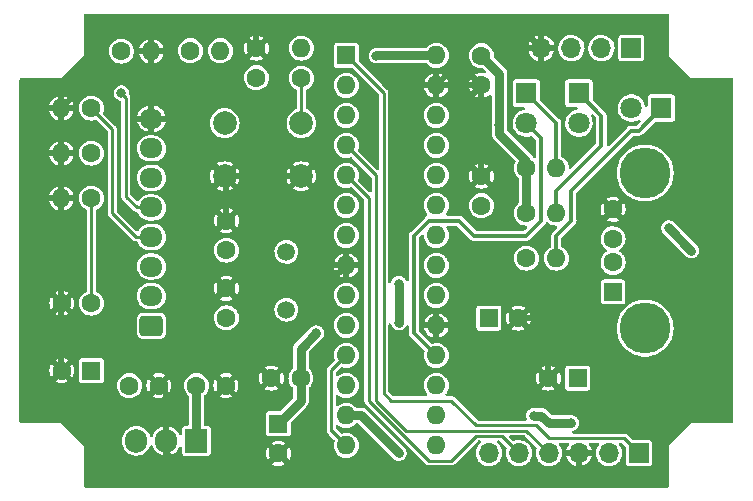
<source format=gbl>
G04 #@! TF.GenerationSoftware,KiCad,Pcbnew,(6.0.6)*
G04 #@! TF.CreationDate,2023-10-21T22:28:58+09:00*
G04 #@! TF.ProjectId,USBKeyboard4S1,5553424b-6579-4626-9f61-72643453312e,0.1.1*
G04 #@! TF.SameCoordinates,Original*
G04 #@! TF.FileFunction,Copper,L2,Bot*
G04 #@! TF.FilePolarity,Positive*
%FSLAX46Y46*%
G04 Gerber Fmt 4.6, Leading zero omitted, Abs format (unit mm)*
G04 Created by KiCad (PCBNEW (6.0.6)) date 2023-10-21 22:28:58*
%MOMM*%
%LPD*%
G01*
G04 APERTURE LIST*
G04 Aperture macros list*
%AMRoundRect*
0 Rectangle with rounded corners*
0 $1 Rounding radius*
0 $2 $3 $4 $5 $6 $7 $8 $9 X,Y pos of 4 corners*
0 Add a 4 corners polygon primitive as box body*
4,1,4,$2,$3,$4,$5,$6,$7,$8,$9,$2,$3,0*
0 Add four circle primitives for the rounded corners*
1,1,$1+$1,$2,$3*
1,1,$1+$1,$4,$5*
1,1,$1+$1,$6,$7*
1,1,$1+$1,$8,$9*
0 Add four rect primitives between the rounded corners*
20,1,$1+$1,$2,$3,$4,$5,0*
20,1,$1+$1,$4,$5,$6,$7,0*
20,1,$1+$1,$6,$7,$8,$9,0*
20,1,$1+$1,$8,$9,$2,$3,0*%
G04 Aperture macros list end*
G04 #@! TA.AperFunction,ComponentPad*
%ADD10R,1.700000X1.700000*%
G04 #@! TD*
G04 #@! TA.AperFunction,ComponentPad*
%ADD11O,1.700000X1.700000*%
G04 #@! TD*
G04 #@! TA.AperFunction,ComponentPad*
%ADD12R,1.905000X2.000000*%
G04 #@! TD*
G04 #@! TA.AperFunction,ComponentPad*
%ADD13O,1.905000X2.000000*%
G04 #@! TD*
G04 #@! TA.AperFunction,ComponentPad*
%ADD14C,1.600000*%
G04 #@! TD*
G04 #@! TA.AperFunction,ComponentPad*
%ADD15R,1.600000X1.600000*%
G04 #@! TD*
G04 #@! TA.AperFunction,ComponentPad*
%ADD16R,1.800000X1.800000*%
G04 #@! TD*
G04 #@! TA.AperFunction,ComponentPad*
%ADD17C,1.800000*%
G04 #@! TD*
G04 #@! TA.AperFunction,ComponentPad*
%ADD18O,1.600000X1.600000*%
G04 #@! TD*
G04 #@! TA.AperFunction,ComponentPad*
%ADD19C,1.500000*%
G04 #@! TD*
G04 #@! TA.AperFunction,ComponentPad*
%ADD20R,1.500000X1.600000*%
G04 #@! TD*
G04 #@! TA.AperFunction,ComponentPad*
%ADD21C,4.300000*%
G04 #@! TD*
G04 #@! TA.AperFunction,ComponentPad*
%ADD22C,2.000000*%
G04 #@! TD*
G04 #@! TA.AperFunction,ComponentPad*
%ADD23RoundRect,0.250000X0.725000X-0.600000X0.725000X0.600000X-0.725000X0.600000X-0.725000X-0.600000X0*%
G04 #@! TD*
G04 #@! TA.AperFunction,ComponentPad*
%ADD24O,1.950000X1.700000*%
G04 #@! TD*
G04 #@! TA.AperFunction,ViaPad*
%ADD25C,0.800000*%
G04 #@! TD*
G04 #@! TA.AperFunction,Conductor*
%ADD26C,0.800000*%
G04 #@! TD*
G04 #@! TA.AperFunction,Conductor*
%ADD27C,0.500000*%
G04 #@! TD*
G04 #@! TA.AperFunction,Conductor*
%ADD28C,0.300000*%
G04 #@! TD*
G04 #@! TA.AperFunction,Conductor*
%ADD29C,0.250000*%
G04 #@! TD*
G04 #@! TA.AperFunction,Conductor*
%ADD30C,0.350000*%
G04 #@! TD*
G04 APERTURE END LIST*
D10*
X157480000Y-69215000D03*
D11*
X154940000Y-69215000D03*
X152400000Y-69215000D03*
X149860000Y-69215000D03*
D12*
X120650000Y-102470000D03*
D13*
X118110000Y-102470000D03*
X115570000Y-102470000D03*
D14*
X117475000Y-97790000D03*
X114975000Y-97790000D03*
D15*
X127595000Y-101029888D03*
D14*
X127595000Y-103529888D03*
D16*
X148590000Y-73025000D03*
D17*
X148590000Y-75565000D03*
D14*
X123150000Y-97790000D03*
X120650000Y-97790000D03*
X120142000Y-69440000D03*
D18*
X122682000Y-69440000D03*
D14*
X114300000Y-69469000D03*
D18*
X116840000Y-69469000D03*
D19*
X128270000Y-91360000D03*
X128270000Y-86460000D03*
D14*
X129500000Y-97155000D03*
X127000000Y-97155000D03*
D10*
X158115000Y-103505000D03*
D11*
X155575000Y-103505000D03*
X153035000Y-103505000D03*
X150495000Y-103505000D03*
X147955000Y-103505000D03*
X145415000Y-103505000D03*
D14*
X129540000Y-71755000D03*
D18*
X129540000Y-69215000D03*
D14*
X144780000Y-69850000D03*
X144780000Y-72350000D03*
D15*
X152947380Y-97155000D03*
D14*
X150447380Y-97155000D03*
D20*
X155930000Y-89860000D03*
D14*
X155930000Y-87360000D03*
X155930000Y-85360000D03*
X155930000Y-82860000D03*
D21*
X158640000Y-92930000D03*
X158640000Y-79790000D03*
D14*
X144780000Y-82550000D03*
X144780000Y-80050000D03*
X111760000Y-81915000D03*
D18*
X109220000Y-81915000D03*
D15*
X145415000Y-92075000D03*
D14*
X147915000Y-92075000D03*
X148590000Y-79375000D03*
D18*
X151130000Y-79375000D03*
D16*
X160020000Y-74295000D03*
D17*
X157480000Y-74295000D03*
D15*
X133350000Y-69835000D03*
D18*
X133350000Y-72375000D03*
X133350000Y-74915000D03*
X133350000Y-77455000D03*
X133350000Y-79995000D03*
X133350000Y-82535000D03*
X133350000Y-85075000D03*
X133350000Y-87615000D03*
X133350000Y-90155000D03*
X133350000Y-92695000D03*
X133350000Y-95235000D03*
X133350000Y-97775000D03*
X133350000Y-100315000D03*
X133350000Y-102855000D03*
X140970000Y-102855000D03*
X140970000Y-100315000D03*
X140970000Y-97775000D03*
X140970000Y-95235000D03*
X140970000Y-92695000D03*
X140970000Y-90155000D03*
X140970000Y-87615000D03*
X140970000Y-85075000D03*
X140970000Y-82535000D03*
X140970000Y-79995000D03*
X140970000Y-77455000D03*
X140970000Y-74915000D03*
X140970000Y-72375000D03*
X140970000Y-69835000D03*
D15*
X111760000Y-96520000D03*
D14*
X109260000Y-96520000D03*
X111760000Y-74295000D03*
D18*
X109220000Y-74295000D03*
D14*
X148590000Y-86995000D03*
D18*
X151130000Y-86995000D03*
D14*
X123190000Y-83820000D03*
X123190000Y-86320000D03*
X125730000Y-69215000D03*
X125730000Y-71715000D03*
X111760000Y-78105000D03*
D18*
X109220000Y-78105000D03*
D22*
X129540000Y-80065000D03*
X123040000Y-80065000D03*
X123040000Y-75565000D03*
X129540000Y-75565000D03*
D16*
X153035000Y-73025000D03*
D17*
X153035000Y-75565000D03*
D14*
X148590000Y-83185000D03*
D18*
X151130000Y-83185000D03*
D14*
X123190000Y-89555000D03*
X123190000Y-92055000D03*
X109260000Y-90805000D03*
X111760000Y-90805000D03*
D23*
X116840000Y-92710000D03*
D24*
X116840000Y-90210000D03*
X116840000Y-87710000D03*
X116840000Y-85210000D03*
X116840000Y-82710000D03*
X116840000Y-80210000D03*
X116840000Y-77710000D03*
X116840000Y-75210000D03*
D25*
X130810000Y-93345000D03*
X160655000Y-84455000D03*
X146304000Y-75692000D03*
X137795000Y-92456000D03*
X135890000Y-69850000D03*
X137795000Y-103505000D03*
X162560000Y-86360000D03*
X137795000Y-89154000D03*
X149225000Y-100330000D03*
X152400000Y-100965000D03*
X137414000Y-84455000D03*
X114300000Y-73025000D03*
D26*
X146304000Y-75692000D02*
X146304000Y-71374000D01*
D27*
X127595000Y-101005000D02*
X127595000Y-101029888D01*
D26*
X129500000Y-97155000D02*
X129500000Y-99100000D01*
X135905000Y-69835000D02*
X140970000Y-69835000D01*
X149860000Y-100330000D02*
X149225000Y-100330000D01*
X160655000Y-84455000D02*
X162560000Y-86360000D01*
D27*
X135890000Y-69850000D02*
X135905000Y-69835000D01*
D26*
X148590000Y-79375000D02*
X148590000Y-83185000D01*
X150495000Y-100965000D02*
X149860000Y-100330000D01*
X146304000Y-76454000D02*
X146304000Y-75692000D01*
X129500000Y-94655000D02*
X130810000Y-93345000D01*
X148590000Y-78740000D02*
X146304000Y-76454000D01*
X137795000Y-92456000D02*
X137795000Y-89154000D01*
X152400000Y-100965000D02*
X150495000Y-100965000D01*
D27*
X133350000Y-100315000D02*
X133970000Y-100315000D01*
D26*
X134605000Y-100315000D02*
X133970000Y-100315000D01*
X129500000Y-97155000D02*
X129500000Y-94655000D01*
X137795000Y-103505000D02*
X134605000Y-100315000D01*
X129500000Y-99100000D02*
X127595000Y-101005000D01*
X146304000Y-71374000D02*
X144780000Y-69850000D01*
X148590000Y-79375000D02*
X148590000Y-78740000D01*
D27*
X118110000Y-98425000D02*
X118110000Y-102470000D01*
X132700000Y-88265000D02*
X133350000Y-87615000D01*
X124480000Y-88265000D02*
X132700000Y-88265000D01*
X127595000Y-103529888D02*
X129475112Y-105410000D01*
X125730000Y-69215000D02*
X125730000Y-67310000D01*
X144780000Y-80050000D02*
X144780000Y-72350000D01*
X129127846Y-66897846D02*
X125317846Y-66897846D01*
X121285000Y-95885000D02*
X125730000Y-95885000D01*
X126349888Y-104775000D02*
X119380000Y-104775000D01*
X116840000Y-69469000D02*
X116840000Y-67120692D01*
X153670000Y-85090000D02*
X153700000Y-85090000D01*
X119380000Y-104775000D02*
X118110000Y-103505000D01*
X123040000Y-80065000D02*
X118185000Y-75210000D01*
X116840000Y-75210000D02*
X116840000Y-74930000D01*
D28*
X143550000Y-81280000D02*
X144780000Y-80050000D01*
D27*
X120650000Y-95885000D02*
X120650000Y-92095000D01*
X109220000Y-81915000D02*
X109220000Y-96480000D01*
X153700000Y-85090000D02*
X155930000Y-82860000D01*
X117062846Y-66897846D02*
X125317846Y-66897846D01*
X121285000Y-85725000D02*
X123190000Y-83820000D01*
X118185000Y-75210000D02*
X116840000Y-75210000D01*
X151765000Y-92075000D02*
X153670000Y-90170000D01*
X150447380Y-97155000D02*
X150447380Y-94607380D01*
X125730000Y-95885000D02*
X127000000Y-97155000D01*
X120650000Y-92095000D02*
X123190000Y-89555000D01*
X129475112Y-105410000D02*
X153035000Y-105410000D01*
X142875000Y-70485000D02*
X142875000Y-67120692D01*
X150447380Y-94607380D02*
X147915000Y-92075000D01*
X123190000Y-89555000D02*
X121285000Y-87650000D01*
X147915000Y-92075000D02*
X151765000Y-92075000D01*
X142652154Y-66897846D02*
X129127846Y-66897846D01*
X140970000Y-72375000D02*
X144755000Y-72375000D01*
X127595000Y-103529888D02*
X126349888Y-104775000D01*
X118110000Y-103505000D02*
X118110000Y-102470000D01*
X153035000Y-105410000D02*
X153035000Y-103505000D01*
X123190000Y-80215000D02*
X123040000Y-80065000D01*
X123040000Y-80065000D02*
X129540000Y-80065000D01*
X123190000Y-89555000D02*
X124480000Y-88265000D01*
X149860000Y-69215000D02*
X147542846Y-66897846D01*
X109220000Y-78105000D02*
X109220000Y-81915000D01*
X118110000Y-103270000D02*
X118110000Y-102870000D01*
X117475000Y-97790000D02*
X118110000Y-98425000D01*
X123190000Y-83820000D02*
X123190000Y-80215000D01*
X142860000Y-70485000D02*
X142875000Y-70485000D01*
X109220000Y-78105000D02*
X109220000Y-74295000D01*
X119380000Y-95885000D02*
X120650000Y-95885000D01*
X121285000Y-95925000D02*
X121285000Y-95885000D01*
X109220000Y-96480000D02*
X109260000Y-96520000D01*
X109220000Y-74295000D02*
X111620000Y-71895000D01*
X142875000Y-67120692D02*
X142652154Y-66897846D01*
X120650000Y-95885000D02*
X121285000Y-95885000D01*
X140970000Y-72375000D02*
X142860000Y-70485000D01*
X117475000Y-97790000D02*
X119380000Y-95885000D01*
X116840000Y-67120692D02*
X117062846Y-66897846D01*
D28*
X139700000Y-81280000D02*
X143550000Y-81280000D01*
D27*
X116840000Y-71895000D02*
X116840000Y-75210000D01*
X116840000Y-75210000D02*
X116840000Y-69469000D01*
D28*
X137414000Y-84455000D02*
X137414000Y-83566000D01*
D27*
X142652154Y-66897846D02*
X147542846Y-66897846D01*
X121285000Y-87650000D02*
X121285000Y-85725000D01*
X125730000Y-67310000D02*
X125317846Y-66897846D01*
X111620000Y-71895000D02*
X116840000Y-71895000D01*
X153670000Y-90170000D02*
X153670000Y-85090000D01*
D28*
X137414000Y-83566000D02*
X139700000Y-81280000D01*
D27*
X123150000Y-97790000D02*
X121285000Y-95925000D01*
D26*
X120650000Y-102470000D02*
X120650000Y-97790000D01*
D29*
X129540000Y-71755000D02*
X129540000Y-75565000D01*
D30*
X144145000Y-85090000D02*
X142875000Y-83820000D01*
D29*
X139080000Y-93345000D02*
X139065000Y-93345000D01*
X140970000Y-95235000D02*
X139080000Y-93345000D01*
D30*
X139065000Y-93345000D02*
X139065000Y-85090000D01*
X139065000Y-93330000D02*
X140970000Y-95235000D01*
X149860000Y-76835000D02*
X149860000Y-83820000D01*
X140335000Y-83820000D02*
X139065000Y-85090000D01*
X142875000Y-83820000D02*
X140335000Y-83820000D01*
X139065000Y-85090000D02*
X139065000Y-93330000D01*
X148590000Y-75565000D02*
X149860000Y-76835000D01*
X149860000Y-83820000D02*
X148590000Y-85090000D01*
X148590000Y-85090000D02*
X144145000Y-85090000D01*
X151130000Y-79375000D02*
X151130000Y-75565000D01*
X151130000Y-75565000D02*
X148590000Y-73025000D01*
X151130000Y-83185000D02*
X151130000Y-81280000D01*
X151130000Y-81280000D02*
X154945000Y-77465000D01*
X154945000Y-77465000D02*
X154945000Y-74935000D01*
X154945000Y-74935000D02*
X153035000Y-73025000D01*
X151130000Y-86995000D02*
X151130000Y-85090000D01*
X152400000Y-83820000D02*
X152400000Y-81280000D01*
X157480000Y-76200000D02*
X158115000Y-76200000D01*
X158115000Y-76200000D02*
X160020000Y-74295000D01*
X151130000Y-85090000D02*
X152400000Y-83820000D01*
X152400000Y-81280000D02*
X157480000Y-76200000D01*
D29*
X132080000Y-101600000D02*
X132095000Y-101600000D01*
X111760000Y-81915000D02*
X111760000Y-90805000D01*
X133350000Y-95235000D02*
X132080000Y-96505000D01*
X132080000Y-96505000D02*
X132080000Y-101600000D01*
X132095000Y-101600000D02*
X133350000Y-102855000D01*
X116840000Y-85210000D02*
X115563000Y-85210000D01*
X113538000Y-83185000D02*
X113538000Y-76073000D01*
X115563000Y-85210000D02*
X113538000Y-83185000D01*
X113538000Y-76073000D02*
X111760000Y-74295000D01*
X114681000Y-73406000D02*
X114681000Y-81788000D01*
X114681000Y-81788000D02*
X115603000Y-82710000D01*
X114300000Y-73025000D02*
X114681000Y-73406000D01*
X115603000Y-82710000D02*
X116840000Y-82710000D01*
X150495000Y-102235000D02*
X149410000Y-101150000D01*
X156845000Y-102235000D02*
X150495000Y-102235000D01*
X144330000Y-101150000D02*
X142240000Y-99060000D01*
X158115000Y-103505000D02*
X156845000Y-102235000D01*
X137160000Y-99060000D02*
X136525000Y-98425000D01*
X136525000Y-98425000D02*
X136525000Y-73010000D01*
X142240000Y-99060000D02*
X137160000Y-99060000D01*
X136525000Y-73010000D02*
X133350000Y-69835000D01*
X149410000Y-101150000D02*
X144330000Y-101150000D01*
X135890000Y-79995000D02*
X135890000Y-99058604D01*
X133350000Y-77455000D02*
X135890000Y-79995000D01*
X135890000Y-99058604D02*
X138431396Y-101600000D01*
X138431396Y-101600000D02*
X148590000Y-101600000D01*
X148590000Y-101600000D02*
X150495000Y-103505000D01*
X144330000Y-102050000D02*
X146500000Y-102050000D01*
X142240000Y-104140000D02*
X144330000Y-102050000D01*
X133350000Y-79995000D02*
X135255000Y-81900000D01*
X140335000Y-104140000D02*
X142240000Y-104140000D01*
X135255000Y-99060000D02*
X140335000Y-104140000D01*
X135255000Y-81900000D02*
X135255000Y-99060000D01*
X146500000Y-102050000D02*
X147955000Y-103505000D01*
G04 #@! TA.AperFunction,Conductor*
G36*
X160597121Y-66314502D02*
G01*
X160643614Y-66368158D01*
X160655000Y-66420500D01*
X160655000Y-69850000D01*
X162560000Y-71755000D01*
X165989500Y-71755000D01*
X166057621Y-71775002D01*
X166104114Y-71828658D01*
X166115500Y-71881000D01*
X166115500Y-100839000D01*
X166095498Y-100907121D01*
X166041842Y-100953614D01*
X165989500Y-100965000D01*
X162560000Y-100965000D01*
X160655000Y-102870000D01*
X160655000Y-106299500D01*
X160634998Y-106367621D01*
X160581342Y-106414114D01*
X160529000Y-106425500D01*
X111251000Y-106425500D01*
X111182879Y-106405498D01*
X111136386Y-106351842D01*
X111125000Y-106299500D01*
X111125000Y-104432826D01*
X127056892Y-104432826D01*
X127061801Y-104439384D01*
X127165612Y-104497402D01*
X127176851Y-104502312D01*
X127361715Y-104562378D01*
X127373689Y-104565011D01*
X127566708Y-104588027D01*
X127578957Y-104588284D01*
X127772769Y-104573371D01*
X127784849Y-104571240D01*
X127972061Y-104518969D01*
X127983494Y-104514535D01*
X128124749Y-104443182D01*
X128135033Y-104433537D01*
X128132795Y-104426893D01*
X127607812Y-103901910D01*
X127593868Y-103894296D01*
X127592035Y-103894427D01*
X127585420Y-103898678D01*
X127063652Y-104420446D01*
X127056892Y-104432826D01*
X111125000Y-104432826D01*
X111125000Y-102870000D01*
X110827168Y-102572168D01*
X114363000Y-102572168D01*
X114377274Y-102732105D01*
X114378755Y-102737519D01*
X114378756Y-102737524D01*
X114403281Y-102827171D01*
X114434128Y-102939927D01*
X114436540Y-102944985D01*
X114436542Y-102944989D01*
X114516701Y-103113046D01*
X114526885Y-103134397D01*
X114530162Y-103138958D01*
X114530163Y-103138959D01*
X114647938Y-103302859D01*
X114652614Y-103309367D01*
X114684868Y-103340623D01*
X114788412Y-103440964D01*
X114807340Y-103459307D01*
X114869840Y-103501305D01*
X114967198Y-103566727D01*
X114986173Y-103579478D01*
X115183460Y-103666081D01*
X115329939Y-103701247D01*
X115386963Y-103714937D01*
X115392965Y-103716378D01*
X115468406Y-103720728D01*
X115602459Y-103728458D01*
X115602462Y-103728458D01*
X115608066Y-103728781D01*
X115821964Y-103702897D01*
X115941635Y-103666081D01*
X116022535Y-103641193D01*
X116022539Y-103641191D01*
X116027897Y-103639543D01*
X116032877Y-103636973D01*
X116032881Y-103636971D01*
X116214374Y-103543295D01*
X116214375Y-103543295D01*
X116219357Y-103540723D01*
X116229614Y-103532853D01*
X116385848Y-103412971D01*
X116390292Y-103409561D01*
X116508064Y-103280131D01*
X116531525Y-103254348D01*
X116531527Y-103254345D01*
X116535298Y-103250201D01*
X116567074Y-103199546D01*
X116646809Y-103072438D01*
X116646811Y-103072434D01*
X116649792Y-103067682D01*
X116724521Y-102881787D01*
X116768485Y-102826046D01*
X116835610Y-102802921D01*
X116904581Y-102819758D01*
X116953501Y-102871210D01*
X116962695Y-102894585D01*
X116977242Y-102946164D01*
X116981364Y-102956903D01*
X117074327Y-103145415D01*
X117080337Y-103155222D01*
X117206101Y-103323641D01*
X117213790Y-103332181D01*
X117368143Y-103474863D01*
X117377268Y-103481864D01*
X117555031Y-103594024D01*
X117565278Y-103599245D01*
X117760503Y-103677132D01*
X117771530Y-103680398D01*
X117838230Y-103693665D01*
X117851106Y-103692513D01*
X117855144Y-103680009D01*
X118364000Y-103680009D01*
X118367806Y-103692971D01*
X118382721Y-103694907D01*
X118417909Y-103688860D01*
X118429026Y-103685882D01*
X118626218Y-103613134D01*
X118636600Y-103608182D01*
X118817236Y-103500715D01*
X118826545Y-103493951D01*
X118984575Y-103355363D01*
X118992485Y-103347028D01*
X119122614Y-103181959D01*
X119128882Y-103172308D01*
X119205493Y-103026694D01*
X119254912Y-102975722D01*
X119324045Y-102959559D01*
X119390941Y-102983338D01*
X119434361Y-103039509D01*
X119443001Y-103085361D01*
X119443001Y-103495066D01*
X119449230Y-103526382D01*
X119455108Y-103555936D01*
X119457766Y-103569301D01*
X119464661Y-103579620D01*
X119464662Y-103579622D01*
X119493163Y-103622276D01*
X119514016Y-103653484D01*
X119598199Y-103709734D01*
X119672433Y-103724500D01*
X120649842Y-103724500D01*
X121627566Y-103724499D01*
X121668397Y-103716378D01*
X121689626Y-103712156D01*
X121689628Y-103712155D01*
X121701801Y-103709734D01*
X121712121Y-103702839D01*
X121712122Y-103702838D01*
X121775668Y-103660377D01*
X121785984Y-103653484D01*
X121842234Y-103569301D01*
X121851793Y-103521245D01*
X126536519Y-103521245D01*
X126552783Y-103714937D01*
X126554997Y-103726996D01*
X126608576Y-103913849D01*
X126613089Y-103925246D01*
X126681984Y-104059302D01*
X126691701Y-104069520D01*
X126698502Y-104067176D01*
X127222978Y-103542700D01*
X127229356Y-103531020D01*
X127959408Y-103531020D01*
X127959539Y-103532853D01*
X127963790Y-103539468D01*
X128485401Y-104061079D01*
X128497781Y-104067839D01*
X128504515Y-104062798D01*
X128559490Y-103966026D01*
X128564483Y-103954810D01*
X128625834Y-103770382D01*
X128628554Y-103758411D01*
X128653244Y-103562963D01*
X128653736Y-103555936D01*
X128654051Y-103533411D01*
X128653756Y-103526382D01*
X128634531Y-103330307D01*
X128632148Y-103318272D01*
X128575968Y-103132196D01*
X128571294Y-103120855D01*
X128507577Y-103001021D01*
X128497717Y-102990940D01*
X128490589Y-102993509D01*
X127967022Y-103517076D01*
X127959408Y-103531020D01*
X127229356Y-103531020D01*
X127230592Y-103528756D01*
X127230461Y-103526923D01*
X127226210Y-103520308D01*
X126704247Y-102998345D01*
X126691867Y-102991585D01*
X126685479Y-102996367D01*
X126624510Y-103107269D01*
X126619682Y-103118533D01*
X126560906Y-103303819D01*
X126558358Y-103315808D01*
X126536690Y-103508976D01*
X126536519Y-103521245D01*
X121851793Y-103521245D01*
X121857000Y-103495067D01*
X121857000Y-102626900D01*
X127055730Y-102626900D01*
X127058183Y-102633861D01*
X127582188Y-103157866D01*
X127596132Y-103165480D01*
X127597965Y-103165349D01*
X127604580Y-103161098D01*
X128126777Y-102638901D01*
X128133537Y-102626521D01*
X128128878Y-102620298D01*
X128010836Y-102556473D01*
X127999531Y-102551721D01*
X127813849Y-102494242D01*
X127801836Y-102491776D01*
X127608522Y-102471458D01*
X127596254Y-102471373D01*
X127402683Y-102488989D01*
X127390634Y-102491287D01*
X127204163Y-102546169D01*
X127192795Y-102550762D01*
X127065879Y-102617112D01*
X127055730Y-102626900D01*
X121857000Y-102626900D01*
X121856999Y-101444934D01*
X121847918Y-101399277D01*
X121844656Y-101382874D01*
X121844655Y-101382872D01*
X121842234Y-101370699D01*
X121834086Y-101358504D01*
X121794197Y-101298807D01*
X121785984Y-101286516D01*
X121701801Y-101230266D01*
X121627567Y-101215500D01*
X121430500Y-101215500D01*
X121362379Y-101195498D01*
X121315886Y-101141842D01*
X121304500Y-101089500D01*
X121304500Y-100204821D01*
X126540500Y-100204821D01*
X126540501Y-101854954D01*
X126555266Y-101929189D01*
X126562161Y-101939508D01*
X126562162Y-101939510D01*
X126600923Y-101997518D01*
X126611516Y-102013372D01*
X126695699Y-102069622D01*
X126769933Y-102084388D01*
X127594866Y-102084388D01*
X128420066Y-102084387D01*
X128455818Y-102077276D01*
X128482126Y-102072044D01*
X128482128Y-102072043D01*
X128494301Y-102069622D01*
X128504621Y-102062727D01*
X128504622Y-102062726D01*
X128568168Y-102020265D01*
X128578484Y-102013372D01*
X128634734Y-101929189D01*
X128649500Y-101854955D01*
X128649500Y-101630187D01*
X131696439Y-101630187D01*
X131706880Y-101672219D01*
X131708886Y-101681906D01*
X131715996Y-101724626D01*
X131720942Y-101733793D01*
X131722485Y-101738300D01*
X131724386Y-101742693D01*
X131726897Y-101752801D01*
X131745649Y-101781842D01*
X131750392Y-101789188D01*
X131755415Y-101797681D01*
X131775990Y-101835814D01*
X131783641Y-101842886D01*
X131786566Y-101846657D01*
X131789778Y-101850187D01*
X131795429Y-101858940D01*
X131829459Y-101885767D01*
X131836953Y-101892167D01*
X131868765Y-101921574D01*
X131878293Y-101925786D01*
X131884403Y-101929799D01*
X131904323Y-101946017D01*
X132326680Y-102368374D01*
X132360706Y-102430686D01*
X132357687Y-102495567D01*
X132313553Y-102634696D01*
X132312867Y-102640813D01*
X132312866Y-102640817D01*
X132296283Y-102788658D01*
X132290501Y-102840206D01*
X132291743Y-102855000D01*
X132307238Y-103039509D01*
X132307806Y-103046278D01*
X132364807Y-103245066D01*
X132367625Y-103250548D01*
X132367626Y-103250552D01*
X132456514Y-103423509D01*
X132456517Y-103423513D01*
X132459334Y-103428995D01*
X132587786Y-103591061D01*
X132592479Y-103595055D01*
X132592480Y-103595056D01*
X132727227Y-103709734D01*
X132745271Y-103725091D01*
X132925789Y-103825980D01*
X133122466Y-103889884D01*
X133327809Y-103914370D01*
X133333944Y-103913898D01*
X133333946Y-103913898D01*
X133527856Y-103898977D01*
X133527860Y-103898976D01*
X133533998Y-103898504D01*
X133733178Y-103842892D01*
X133738682Y-103840112D01*
X133738684Y-103840111D01*
X133912262Y-103752431D01*
X133912264Y-103752430D01*
X133917763Y-103749652D01*
X134080722Y-103622334D01*
X134084748Y-103617670D01*
X134084751Y-103617667D01*
X134211819Y-103470457D01*
X134211820Y-103470455D01*
X134215848Y-103465789D01*
X134287687Y-103339331D01*
X134314950Y-103291340D01*
X134314952Y-103291336D01*
X134317995Y-103285979D01*
X134372924Y-103120855D01*
X134381325Y-103095601D01*
X134381326Y-103095598D01*
X134383270Y-103089753D01*
X134409189Y-102884586D01*
X134409602Y-102855000D01*
X134389422Y-102649189D01*
X134329651Y-102451217D01*
X134258391Y-102317197D01*
X134235459Y-102274067D01*
X134235457Y-102274064D01*
X134232565Y-102268625D01*
X134228674Y-102263855D01*
X134228672Y-102263851D01*
X134105758Y-102113143D01*
X134105755Y-102113140D01*
X134101863Y-102108368D01*
X134097114Y-102104439D01*
X133947271Y-101980478D01*
X133947266Y-101980475D01*
X133942522Y-101976550D01*
X133937103Y-101973620D01*
X133937100Y-101973618D01*
X133766032Y-101881122D01*
X133766027Y-101881120D01*
X133760612Y-101878192D01*
X133563063Y-101817040D01*
X133556938Y-101816396D01*
X133556937Y-101816396D01*
X133363526Y-101796068D01*
X133363524Y-101796068D01*
X133357397Y-101795424D01*
X133245545Y-101805603D01*
X133157591Y-101813607D01*
X133157590Y-101813607D01*
X133151450Y-101814166D01*
X133000444Y-101858610D01*
X132987118Y-101862532D01*
X132916122Y-101862578D01*
X132862448Y-101830754D01*
X132496405Y-101464711D01*
X132462379Y-101402399D01*
X132459500Y-101375616D01*
X132459500Y-101214570D01*
X132479502Y-101146449D01*
X132533158Y-101099956D01*
X132603432Y-101089852D01*
X132667163Y-101118616D01*
X132734633Y-101176037D01*
X132745271Y-101185091D01*
X132925789Y-101285980D01*
X133122466Y-101349884D01*
X133327809Y-101374370D01*
X133333944Y-101373898D01*
X133333946Y-101373898D01*
X133527856Y-101358977D01*
X133527860Y-101358976D01*
X133533998Y-101358504D01*
X133733178Y-101302892D01*
X133738682Y-101300112D01*
X133738684Y-101300111D01*
X133912262Y-101212431D01*
X133912264Y-101212430D01*
X133917763Y-101209652D01*
X134080722Y-101082334D01*
X134084748Y-101077670D01*
X134084751Y-101077667D01*
X134140424Y-101013169D01*
X134200077Y-100974672D01*
X134235805Y-100969500D01*
X134281707Y-100969500D01*
X134349828Y-100989502D01*
X134370802Y-101006405D01*
X137278450Y-103914052D01*
X137286545Y-103923889D01*
X137286708Y-103923749D01*
X137291669Y-103929496D01*
X137295908Y-103935805D01*
X137301528Y-103940919D01*
X137301530Y-103940921D01*
X137341403Y-103977202D01*
X137345699Y-103981301D01*
X137361316Y-103996918D01*
X137364437Y-103999339D01*
X137364443Y-103999344D01*
X137369298Y-104003109D01*
X137376874Y-104009477D01*
X137413076Y-104042419D01*
X137419751Y-104046043D01*
X137419752Y-104046044D01*
X137427065Y-104050015D01*
X137444161Y-104061181D01*
X137452916Y-104067972D01*
X137452921Y-104067975D01*
X137459184Y-104072833D01*
X137502849Y-104091728D01*
X137512913Y-104096626D01*
X137545621Y-104114386D01*
X137545625Y-104114388D01*
X137552293Y-104118008D01*
X137559633Y-104119934D01*
X137559634Y-104119934D01*
X137571684Y-104123095D01*
X137589750Y-104129334D01*
X137603670Y-104135358D01*
X137603676Y-104135360D01*
X137610949Y-104138507D01*
X137653922Y-104145313D01*
X137666174Y-104147884D01*
X137705522Y-104158207D01*
X137723964Y-104158497D01*
X137729688Y-104158587D01*
X137747416Y-104160122D01*
X137766447Y-104163136D01*
X137766449Y-104163136D01*
X137774278Y-104164376D01*
X137813546Y-104160664D01*
X137827382Y-104160121D01*
X137828771Y-104160143D01*
X137856319Y-104160576D01*
X137856322Y-104160576D01*
X137863916Y-104160695D01*
X137871319Y-104158999D01*
X137871323Y-104158999D01*
X137891495Y-104154379D01*
X137907765Y-104151758D01*
X137931020Y-104149560D01*
X137931022Y-104149560D01*
X137938909Y-104148814D01*
X137972186Y-104136834D01*
X137986727Y-104132569D01*
X138010923Y-104127027D01*
X138010931Y-104127024D01*
X138018332Y-104125329D01*
X138025113Y-104121918D01*
X138025117Y-104121917D01*
X138047295Y-104110762D01*
X138061222Y-104104779D01*
X138094498Y-104092799D01*
X138120372Y-104075215D01*
X138134577Y-104066864D01*
X138159855Y-104054151D01*
X138187655Y-104030408D01*
X138198652Y-104022015D01*
X138206858Y-104016438D01*
X138231268Y-103999849D01*
X138236507Y-103993907D01*
X138236509Y-103993905D01*
X138243571Y-103985895D01*
X138249248Y-103979455D01*
X138261929Y-103966972D01*
X138274534Y-103956206D01*
X138274536Y-103956204D01*
X138280314Y-103951269D01*
X138300090Y-103923749D01*
X138304051Y-103918236D01*
X138311859Y-103908438D01*
X138335385Y-103881753D01*
X138335385Y-103881752D01*
X138340627Y-103875807D01*
X138351117Y-103855220D01*
X138361059Y-103838901D01*
X138361129Y-103838804D01*
X138372755Y-103822624D01*
X138375590Y-103815572D01*
X138375592Y-103815568D01*
X138389469Y-103781048D01*
X138394109Y-103770841D01*
X138412099Y-103735533D01*
X138415700Y-103728466D01*
X138419845Y-103709923D01*
X138425902Y-103690417D01*
X138429010Y-103682687D01*
X138429011Y-103682684D01*
X138431842Y-103675641D01*
X138438739Y-103627182D01*
X138440516Y-103617451D01*
X138450045Y-103574819D01*
X138450045Y-103574818D01*
X138451774Y-103567083D01*
X138451306Y-103552191D01*
X138452501Y-103530480D01*
X138453581Y-103522892D01*
X138453581Y-103522886D01*
X138454162Y-103518807D01*
X138454307Y-103505000D01*
X138453789Y-103500715D01*
X138448925Y-103460526D01*
X138448074Y-103449346D01*
X138446829Y-103409725D01*
X138446580Y-103401800D01*
X138441278Y-103383549D01*
X138437189Y-103363540D01*
X138436189Y-103355280D01*
X138435276Y-103347733D01*
X138417969Y-103301934D01*
X138414841Y-103292557D01*
X138400444Y-103243001D01*
X138392857Y-103230171D01*
X138383451Y-103210582D01*
X138381966Y-103206653D01*
X138381965Y-103206651D01*
X138379280Y-103199546D01*
X138355777Y-103165349D01*
X138349204Y-103155785D01*
X138344590Y-103148557D01*
X138336216Y-103134397D01*
X138316267Y-103100664D01*
X138308638Y-103093035D01*
X138293892Y-103075305D01*
X138293856Y-103075252D01*
X138293853Y-103075248D01*
X138289553Y-103068992D01*
X138258514Y-103041337D01*
X138246779Y-103030882D01*
X138241503Y-103025900D01*
X135125455Y-99909852D01*
X135117535Y-99901148D01*
X135113309Y-99894490D01*
X135061962Y-99846272D01*
X135059121Y-99843518D01*
X135038684Y-99823081D01*
X135035226Y-99820399D01*
X135026204Y-99812693D01*
X135014515Y-99801716D01*
X134992763Y-99781290D01*
X134974133Y-99771048D01*
X134957616Y-99760198D01*
X134947082Y-99752027D01*
X134947081Y-99752026D01*
X134940816Y-99747167D01*
X134898714Y-99728948D01*
X134888054Y-99723726D01*
X134871552Y-99714654D01*
X134847853Y-99701625D01*
X134827258Y-99696337D01*
X134808572Y-99689940D01*
X134789051Y-99681492D01*
X134781221Y-99680252D01*
X134781218Y-99680251D01*
X134758308Y-99676623D01*
X134743729Y-99674314D01*
X134732121Y-99671910D01*
X134701596Y-99664072D01*
X134695360Y-99662471D01*
X134695359Y-99662471D01*
X134687683Y-99660500D01*
X134666426Y-99660500D01*
X134646716Y-99658949D01*
X134633552Y-99656864D01*
X134633551Y-99656864D01*
X134625722Y-99655624D01*
X134617830Y-99656370D01*
X134580052Y-99659941D01*
X134568195Y-99660500D01*
X134236833Y-99660500D01*
X134168712Y-99640498D01*
X134139190Y-99614135D01*
X134105762Y-99573148D01*
X134105759Y-99573145D01*
X134101863Y-99568368D01*
X134097114Y-99564439D01*
X133947271Y-99440478D01*
X133947266Y-99440475D01*
X133942522Y-99436550D01*
X133937103Y-99433620D01*
X133937100Y-99433618D01*
X133766032Y-99341122D01*
X133766027Y-99341120D01*
X133760612Y-99338192D01*
X133563063Y-99277040D01*
X133556938Y-99276396D01*
X133556937Y-99276396D01*
X133363526Y-99256068D01*
X133363524Y-99256068D01*
X133357397Y-99255424D01*
X133231229Y-99266906D01*
X133157591Y-99273607D01*
X133157590Y-99273607D01*
X133151450Y-99274166D01*
X132953066Y-99332554D01*
X132947601Y-99335411D01*
X132775261Y-99425508D01*
X132775257Y-99425511D01*
X132769801Y-99428363D01*
X132765001Y-99432223D01*
X132765000Y-99432223D01*
X132664452Y-99513065D01*
X132598829Y-99540161D01*
X132528975Y-99527477D01*
X132477067Y-99479041D01*
X132459500Y-99414868D01*
X132459500Y-98674570D01*
X132479502Y-98606449D01*
X132533158Y-98559956D01*
X132603432Y-98549852D01*
X132667163Y-98578616D01*
X132745271Y-98645091D01*
X132925789Y-98745980D01*
X133122466Y-98809884D01*
X133327809Y-98834370D01*
X133333944Y-98833898D01*
X133333946Y-98833898D01*
X133527856Y-98818977D01*
X133527860Y-98818976D01*
X133533998Y-98818504D01*
X133733178Y-98762892D01*
X133738682Y-98760112D01*
X133738684Y-98760111D01*
X133912262Y-98672431D01*
X133912264Y-98672430D01*
X133917763Y-98669652D01*
X134080722Y-98542334D01*
X134084748Y-98537670D01*
X134084751Y-98537667D01*
X134211819Y-98390457D01*
X134211820Y-98390455D01*
X134215848Y-98385789D01*
X134282872Y-98267806D01*
X134314950Y-98211340D01*
X134314952Y-98211336D01*
X134317995Y-98205979D01*
X134365018Y-98064622D01*
X134381325Y-98015601D01*
X134381326Y-98015598D01*
X134383270Y-98009753D01*
X134409189Y-97804586D01*
X134409602Y-97775000D01*
X134389422Y-97569189D01*
X134329651Y-97371217D01*
X134265758Y-97251052D01*
X134235459Y-97194067D01*
X134235457Y-97194064D01*
X134232565Y-97188625D01*
X134228674Y-97183855D01*
X134228672Y-97183851D01*
X134105758Y-97033143D01*
X134105755Y-97033140D01*
X134101863Y-97028368D01*
X134094966Y-97022662D01*
X133947271Y-96900478D01*
X133947266Y-96900475D01*
X133942522Y-96896550D01*
X133937103Y-96893620D01*
X133937100Y-96893618D01*
X133766032Y-96801122D01*
X133766027Y-96801120D01*
X133760612Y-96798192D01*
X133563063Y-96737040D01*
X133556938Y-96736396D01*
X133556937Y-96736396D01*
X133363526Y-96716068D01*
X133363524Y-96716068D01*
X133357397Y-96715424D01*
X133231229Y-96726906D01*
X133157591Y-96733607D01*
X133157590Y-96733607D01*
X133151450Y-96734166D01*
X132953066Y-96792554D01*
X132947601Y-96795411D01*
X132775261Y-96885508D01*
X132775257Y-96885511D01*
X132769801Y-96888363D01*
X132765001Y-96892223D01*
X132765000Y-96892223D01*
X132664452Y-96973065D01*
X132598829Y-97000161D01*
X132528975Y-96987477D01*
X132477067Y-96939041D01*
X132459500Y-96874868D01*
X132459500Y-96714384D01*
X132479502Y-96646263D01*
X132496405Y-96625289D01*
X132863587Y-96258107D01*
X132925899Y-96224081D01*
X132991618Y-96227369D01*
X133122466Y-96269884D01*
X133327809Y-96294370D01*
X133333944Y-96293898D01*
X133333946Y-96293898D01*
X133527856Y-96278977D01*
X133527860Y-96278976D01*
X133533998Y-96278504D01*
X133733178Y-96222892D01*
X133738682Y-96220112D01*
X133738684Y-96220111D01*
X133912262Y-96132431D01*
X133912264Y-96132430D01*
X133917763Y-96129652D01*
X134080722Y-96002334D01*
X134084748Y-95997670D01*
X134084751Y-95997667D01*
X134211819Y-95850457D01*
X134211820Y-95850455D01*
X134215848Y-95845789D01*
X134285626Y-95722959D01*
X134314950Y-95671340D01*
X134314952Y-95671336D01*
X134317995Y-95665979D01*
X134357712Y-95546585D01*
X134381325Y-95475601D01*
X134381326Y-95475598D01*
X134383270Y-95469753D01*
X134409189Y-95264586D01*
X134409602Y-95235000D01*
X134389422Y-95029189D01*
X134329651Y-94831217D01*
X134255524Y-94691805D01*
X134235459Y-94654067D01*
X134235457Y-94654064D01*
X134232565Y-94648625D01*
X134228674Y-94643855D01*
X134228672Y-94643851D01*
X134105758Y-94493143D01*
X134105755Y-94493140D01*
X134101863Y-94488368D01*
X134094966Y-94482662D01*
X133947271Y-94360478D01*
X133947266Y-94360475D01*
X133942522Y-94356550D01*
X133937103Y-94353620D01*
X133937100Y-94353618D01*
X133766032Y-94261122D01*
X133766027Y-94261120D01*
X133760612Y-94258192D01*
X133563063Y-94197040D01*
X133556938Y-94196396D01*
X133556937Y-94196396D01*
X133363526Y-94176068D01*
X133363524Y-94176068D01*
X133357397Y-94175424D01*
X133231229Y-94186906D01*
X133157591Y-94193607D01*
X133157590Y-94193607D01*
X133151450Y-94194166D01*
X132953066Y-94252554D01*
X132947601Y-94255411D01*
X132775261Y-94345508D01*
X132775257Y-94345511D01*
X132769801Y-94348363D01*
X132608635Y-94477943D01*
X132475708Y-94636360D01*
X132376082Y-94817578D01*
X132313553Y-95014696D01*
X132290501Y-95220206D01*
X132307806Y-95426278D01*
X132309505Y-95432203D01*
X132357371Y-95599134D01*
X132356920Y-95670129D01*
X132325347Y-95722959D01*
X131849784Y-96198522D01*
X131831036Y-96213664D01*
X131829811Y-96214779D01*
X131821060Y-96220429D01*
X131814613Y-96228607D01*
X131814611Y-96228609D01*
X131800271Y-96246800D01*
X131796325Y-96251241D01*
X131796398Y-96251303D01*
X131793039Y-96255267D01*
X131789362Y-96258944D01*
X131778108Y-96274692D01*
X131774602Y-96279362D01*
X131742844Y-96319647D01*
X131739812Y-96328281D01*
X131734486Y-96335734D01*
X131731501Y-96345715D01*
X131719799Y-96384844D01*
X131717964Y-96390492D01*
X131713690Y-96402662D01*
X131700982Y-96438851D01*
X131700500Y-96444416D01*
X131700500Y-96447124D01*
X131700386Y-96449758D01*
X131700357Y-96449856D01*
X131700193Y-96449849D01*
X131700149Y-96450553D01*
X131698287Y-96456778D01*
X131698696Y-96467183D01*
X131700403Y-96510635D01*
X131700500Y-96515582D01*
X131700500Y-101577854D01*
X131700030Y-101588726D01*
X131696439Y-101630187D01*
X128649500Y-101630187D01*
X128649499Y-100928294D01*
X128669501Y-100860173D01*
X128686404Y-100839199D01*
X129905148Y-99620455D01*
X129913852Y-99612535D01*
X129920510Y-99608309D01*
X129968728Y-99556962D01*
X129971482Y-99554121D01*
X129991919Y-99533684D01*
X129994601Y-99530226D01*
X130002307Y-99521204D01*
X130028284Y-99493541D01*
X130033710Y-99487763D01*
X130043952Y-99469133D01*
X130054802Y-99452616D01*
X130062973Y-99442082D01*
X130062974Y-99442081D01*
X130067833Y-99435816D01*
X130086052Y-99393714D01*
X130091274Y-99383054D01*
X130101975Y-99363589D01*
X130113375Y-99342853D01*
X130118663Y-99322258D01*
X130125060Y-99303572D01*
X130133508Y-99284051D01*
X130140686Y-99238729D01*
X130143090Y-99227121D01*
X130154500Y-99182683D01*
X130154500Y-99161426D01*
X130156051Y-99141716D01*
X130158136Y-99128552D01*
X130158136Y-99128551D01*
X130159376Y-99120722D01*
X130155059Y-99075052D01*
X130154500Y-99063195D01*
X130154500Y-98043339D01*
X130174502Y-97975218D01*
X130202924Y-97944052D01*
X130230722Y-97922334D01*
X130329335Y-97808090D01*
X130361819Y-97770457D01*
X130361820Y-97770455D01*
X130365848Y-97765789D01*
X130467995Y-97585979D01*
X130518786Y-97433294D01*
X130531325Y-97395601D01*
X130531326Y-97395598D01*
X130533270Y-97389753D01*
X130559189Y-97184586D01*
X130559602Y-97155000D01*
X130539422Y-96949189D01*
X130479651Y-96751217D01*
X130410668Y-96621479D01*
X130385459Y-96574067D01*
X130385457Y-96574064D01*
X130382565Y-96568625D01*
X130378674Y-96563855D01*
X130378672Y-96563851D01*
X130255758Y-96413143D01*
X130255755Y-96413140D01*
X130251863Y-96408368D01*
X130200184Y-96365616D01*
X130160447Y-96306784D01*
X130154500Y-96268532D01*
X130154500Y-94978293D01*
X130174502Y-94910172D01*
X130191405Y-94889198D01*
X131250824Y-93829779D01*
X131258089Y-93823063D01*
X131289532Y-93796208D01*
X131289535Y-93796205D01*
X131295314Y-93791269D01*
X131333715Y-93737828D01*
X131336447Y-93734170D01*
X131339206Y-93730613D01*
X131377833Y-93680815D01*
X131380980Y-93673542D01*
X131382031Y-93671765D01*
X131383841Y-93668071D01*
X131387755Y-93662624D01*
X131413929Y-93597514D01*
X131415199Y-93594470D01*
X131440359Y-93536328D01*
X131440359Y-93536327D01*
X131443508Y-93529051D01*
X131444748Y-93521218D01*
X131445135Y-93519885D01*
X131446842Y-93515641D01*
X131457420Y-93441313D01*
X131457707Y-93439404D01*
X131468136Y-93373560D01*
X131468136Y-93373556D01*
X131469377Y-93365722D01*
X131468898Y-93360659D01*
X131469162Y-93358807D01*
X131469307Y-93345000D01*
X131460878Y-93275345D01*
X131460524Y-93272065D01*
X131454561Y-93208978D01*
X131454560Y-93208975D01*
X131453815Y-93201090D01*
X131451131Y-93193635D01*
X131450824Y-93192262D01*
X131450276Y-93187733D01*
X131427209Y-93126688D01*
X131423732Y-93117488D01*
X131423046Y-93115628D01*
X131421587Y-93111576D01*
X131397799Y-93045501D01*
X131394941Y-93041296D01*
X131394280Y-93039546D01*
X131385139Y-93026245D01*
X131347160Y-92970986D01*
X131346788Y-92970441D01*
X131309307Y-92915289D01*
X131309306Y-92915288D01*
X131304850Y-92908731D01*
X131298906Y-92903491D01*
X131298902Y-92903486D01*
X131248813Y-92859327D01*
X131248319Y-92858890D01*
X131237829Y-92849543D01*
X131208860Y-92823733D01*
X131189481Y-92806467D01*
X131189479Y-92806466D01*
X131186275Y-92803611D01*
X131184623Y-92802736D01*
X131180808Y-92799373D01*
X131173748Y-92795776D01*
X131173744Y-92795773D01*
X131114370Y-92765520D01*
X131112616Y-92764609D01*
X131052986Y-92733037D01*
X131052981Y-92733035D01*
X131046274Y-92729484D01*
X131041847Y-92728372D01*
X131040527Y-92727897D01*
X131033466Y-92724299D01*
X130963921Y-92708754D01*
X130960712Y-92707992D01*
X130900005Y-92692743D01*
X130899999Y-92692742D01*
X130892633Y-92690892D01*
X130885927Y-92690857D01*
X130881875Y-92690150D01*
X130879821Y-92689956D01*
X130872083Y-92688226D01*
X130864159Y-92688475D01*
X130864158Y-92688475D01*
X130847832Y-92688988D01*
X130804593Y-92690347D01*
X130799994Y-92690407D01*
X130734221Y-92690062D01*
X130726836Y-92691835D01*
X130720748Y-92692539D01*
X130716941Y-92692819D01*
X130714719Y-92693171D01*
X130706800Y-92693420D01*
X130645703Y-92711170D01*
X130639986Y-92712686D01*
X130587571Y-92725269D01*
X130587567Y-92725271D01*
X130580184Y-92727043D01*
X130573433Y-92730527D01*
X130566317Y-92733174D01*
X130566242Y-92732973D01*
X130559480Y-92735670D01*
X130555611Y-92737344D01*
X130548002Y-92739555D01*
X130541183Y-92743588D01*
X130541180Y-92743589D01*
X130496665Y-92769915D01*
X130490318Y-92773426D01*
X130446161Y-92796217D01*
X130446158Y-92796219D01*
X130439414Y-92799700D01*
X130433694Y-92804689D01*
X130433692Y-92804691D01*
X130433641Y-92804736D01*
X130414956Y-92818237D01*
X130412489Y-92819696D01*
X130412486Y-92819698D01*
X130405664Y-92823733D01*
X130366331Y-92863066D01*
X130360066Y-92868920D01*
X130320039Y-92903838D01*
X130313258Y-92913487D01*
X130299265Y-92930132D01*
X129094852Y-94134545D01*
X129086148Y-94142465D01*
X129079490Y-94146691D01*
X129074065Y-94152468D01*
X129031273Y-94198037D01*
X129028518Y-94200879D01*
X129008081Y-94221316D01*
X129005402Y-94224770D01*
X128997694Y-94233795D01*
X128966290Y-94267237D01*
X128962473Y-94274180D01*
X128956051Y-94285862D01*
X128945198Y-94302384D01*
X128932167Y-94319184D01*
X128929018Y-94326462D01*
X128913948Y-94361286D01*
X128908726Y-94371946D01*
X128886625Y-94412147D01*
X128881337Y-94432742D01*
X128874940Y-94451428D01*
X128866492Y-94470949D01*
X128865252Y-94478779D01*
X128865251Y-94478782D01*
X128859315Y-94516266D01*
X128856910Y-94527879D01*
X128845500Y-94572317D01*
X128845500Y-94593574D01*
X128843949Y-94613284D01*
X128840624Y-94634278D01*
X128841370Y-94642170D01*
X128844941Y-94679948D01*
X128845500Y-94691805D01*
X128845500Y-96267732D01*
X128825498Y-96335853D01*
X128798453Y-96365928D01*
X128763436Y-96394082D01*
X128763431Y-96394087D01*
X128758635Y-96397943D01*
X128625708Y-96556360D01*
X128526082Y-96737578D01*
X128463553Y-96934696D01*
X128462867Y-96940813D01*
X128462866Y-96940817D01*
X128449539Y-97059632D01*
X128440501Y-97140206D01*
X128441992Y-97157965D01*
X128449864Y-97251697D01*
X128457806Y-97346278D01*
X128514807Y-97545066D01*
X128517625Y-97550548D01*
X128517626Y-97550552D01*
X128606514Y-97723509D01*
X128606517Y-97723513D01*
X128609334Y-97728995D01*
X128737786Y-97891061D01*
X128742480Y-97895056D01*
X128801163Y-97944999D01*
X128840076Y-98004382D01*
X128845500Y-98040953D01*
X128845500Y-98776707D01*
X128825498Y-98844828D01*
X128808595Y-98865802D01*
X127735914Y-99938483D01*
X127673602Y-99972509D01*
X127646819Y-99975388D01*
X126868429Y-99975389D01*
X126769934Y-99975389D01*
X126734182Y-99982500D01*
X126707874Y-99987732D01*
X126707872Y-99987733D01*
X126695699Y-99990154D01*
X126685379Y-99997049D01*
X126685378Y-99997050D01*
X126642759Y-100025528D01*
X126611516Y-100046404D01*
X126604623Y-100056720D01*
X126573508Y-100103287D01*
X126555266Y-100130587D01*
X126540500Y-100204821D01*
X121304500Y-100204821D01*
X121304500Y-98692938D01*
X122611892Y-98692938D01*
X122616801Y-98699496D01*
X122720612Y-98757514D01*
X122731851Y-98762424D01*
X122916715Y-98822490D01*
X122928689Y-98825123D01*
X123121708Y-98848139D01*
X123133957Y-98848396D01*
X123327769Y-98833483D01*
X123339849Y-98831352D01*
X123527061Y-98779081D01*
X123538494Y-98774647D01*
X123679749Y-98703294D01*
X123690033Y-98693649D01*
X123687795Y-98687005D01*
X123162812Y-98162022D01*
X123148868Y-98154408D01*
X123147035Y-98154539D01*
X123140420Y-98158790D01*
X122618652Y-98680558D01*
X122611892Y-98692938D01*
X121304500Y-98692938D01*
X121304500Y-98678339D01*
X121324502Y-98610218D01*
X121352924Y-98579052D01*
X121380722Y-98557334D01*
X121384748Y-98552670D01*
X121511819Y-98405457D01*
X121511820Y-98405455D01*
X121515848Y-98400789D01*
X121570428Y-98304711D01*
X121614950Y-98226340D01*
X121614952Y-98226336D01*
X121617995Y-98220979D01*
X121668786Y-98068294D01*
X121681325Y-98030601D01*
X121681326Y-98030598D01*
X121683270Y-98024753D01*
X121709189Y-97819586D01*
X121709602Y-97790000D01*
X121708755Y-97781357D01*
X122091519Y-97781357D01*
X122107783Y-97975049D01*
X122109997Y-97987108D01*
X122163576Y-98173961D01*
X122168089Y-98185358D01*
X122236984Y-98319414D01*
X122246701Y-98329632D01*
X122253502Y-98327288D01*
X122777978Y-97802812D01*
X122784356Y-97791132D01*
X123514408Y-97791132D01*
X123514539Y-97792965D01*
X123518790Y-97799580D01*
X124040401Y-98321191D01*
X124052781Y-98327951D01*
X124059515Y-98322910D01*
X124114490Y-98226138D01*
X124119483Y-98214922D01*
X124171705Y-98057938D01*
X126461892Y-98057938D01*
X126466801Y-98064496D01*
X126570612Y-98122514D01*
X126581851Y-98127424D01*
X126766715Y-98187490D01*
X126778689Y-98190123D01*
X126971708Y-98213139D01*
X126983957Y-98213396D01*
X127177769Y-98198483D01*
X127189849Y-98196352D01*
X127377061Y-98144081D01*
X127388494Y-98139647D01*
X127529749Y-98068294D01*
X127540033Y-98058649D01*
X127537795Y-98052005D01*
X127012812Y-97527022D01*
X126998868Y-97519408D01*
X126997035Y-97519539D01*
X126990420Y-97523790D01*
X126468652Y-98045558D01*
X126461892Y-98057938D01*
X124171705Y-98057938D01*
X124180834Y-98030494D01*
X124183554Y-98018523D01*
X124208244Y-97823075D01*
X124208736Y-97816048D01*
X124209051Y-97793523D01*
X124208756Y-97786494D01*
X124189531Y-97590419D01*
X124187148Y-97578384D01*
X124130968Y-97392308D01*
X124126294Y-97380967D01*
X124062577Y-97261133D01*
X124052717Y-97251052D01*
X124045589Y-97253621D01*
X123522022Y-97777188D01*
X123514408Y-97791132D01*
X122784356Y-97791132D01*
X122785592Y-97788868D01*
X122785461Y-97787035D01*
X122781210Y-97780420D01*
X122259247Y-97258457D01*
X122246867Y-97251697D01*
X122240479Y-97256479D01*
X122179510Y-97367381D01*
X122174682Y-97378645D01*
X122115906Y-97563931D01*
X122113358Y-97575920D01*
X122091690Y-97769088D01*
X122091519Y-97781357D01*
X121708755Y-97781357D01*
X121689422Y-97584189D01*
X121629651Y-97386217D01*
X121560668Y-97256479D01*
X121535459Y-97209067D01*
X121535457Y-97209064D01*
X121532565Y-97203625D01*
X121528674Y-97198855D01*
X121528672Y-97198851D01*
X121405758Y-97048143D01*
X121405755Y-97048140D01*
X121401863Y-97043368D01*
X121389503Y-97033143D01*
X121247271Y-96915478D01*
X121247266Y-96915475D01*
X121242522Y-96911550D01*
X121237103Y-96908620D01*
X121237100Y-96908618D01*
X121197140Y-96887012D01*
X122610730Y-96887012D01*
X122613183Y-96893973D01*
X123137188Y-97417978D01*
X123151132Y-97425592D01*
X123152965Y-97425461D01*
X123159580Y-97421210D01*
X123434433Y-97146357D01*
X125941519Y-97146357D01*
X125957783Y-97340049D01*
X125959997Y-97352108D01*
X126013576Y-97538961D01*
X126018089Y-97550358D01*
X126086984Y-97684414D01*
X126096701Y-97694632D01*
X126103502Y-97692288D01*
X126627978Y-97167812D01*
X126634356Y-97156132D01*
X127364408Y-97156132D01*
X127364539Y-97157965D01*
X127368790Y-97164580D01*
X127890401Y-97686191D01*
X127902781Y-97692951D01*
X127909515Y-97687910D01*
X127964490Y-97591138D01*
X127969483Y-97579922D01*
X128030834Y-97395494D01*
X128033554Y-97383523D01*
X128058244Y-97188075D01*
X128058736Y-97181048D01*
X128059051Y-97158523D01*
X128058756Y-97151494D01*
X128039531Y-96955419D01*
X128037148Y-96943384D01*
X127980968Y-96757308D01*
X127976294Y-96745967D01*
X127912577Y-96626133D01*
X127902717Y-96616052D01*
X127895589Y-96618621D01*
X127372022Y-97142188D01*
X127364408Y-97156132D01*
X126634356Y-97156132D01*
X126635592Y-97153868D01*
X126635461Y-97152035D01*
X126631210Y-97145420D01*
X126109247Y-96623457D01*
X126096867Y-96616697D01*
X126090479Y-96621479D01*
X126029510Y-96732381D01*
X126024682Y-96743645D01*
X125965906Y-96928931D01*
X125963358Y-96940920D01*
X125941690Y-97134088D01*
X125941519Y-97146357D01*
X123434433Y-97146357D01*
X123681777Y-96899013D01*
X123688537Y-96886633D01*
X123683878Y-96880410D01*
X123565836Y-96816585D01*
X123554531Y-96811833D01*
X123368849Y-96754354D01*
X123356836Y-96751888D01*
X123163522Y-96731570D01*
X123151254Y-96731485D01*
X122957683Y-96749101D01*
X122945634Y-96751399D01*
X122759163Y-96806281D01*
X122747795Y-96810874D01*
X122620879Y-96877224D01*
X122610730Y-96887012D01*
X121197140Y-96887012D01*
X121066032Y-96816122D01*
X121066027Y-96816120D01*
X121060612Y-96813192D01*
X120863063Y-96752040D01*
X120856938Y-96751396D01*
X120856937Y-96751396D01*
X120663526Y-96731068D01*
X120663524Y-96731068D01*
X120657397Y-96730424D01*
X120531229Y-96741906D01*
X120457591Y-96748607D01*
X120457590Y-96748607D01*
X120451450Y-96749166D01*
X120253066Y-96807554D01*
X120247601Y-96810411D01*
X120075261Y-96900508D01*
X120075257Y-96900511D01*
X120069801Y-96903363D01*
X119908635Y-97032943D01*
X119775708Y-97191360D01*
X119676082Y-97372578D01*
X119613553Y-97569696D01*
X119612867Y-97575813D01*
X119612866Y-97575817D01*
X119592159Y-97760428D01*
X119590501Y-97775206D01*
X119593931Y-97816048D01*
X119606031Y-97960136D01*
X119607806Y-97981278D01*
X119664807Y-98180066D01*
X119667625Y-98185548D01*
X119667626Y-98185552D01*
X119756514Y-98358509D01*
X119756517Y-98358513D01*
X119759334Y-98363995D01*
X119887786Y-98526061D01*
X119928990Y-98561128D01*
X119951163Y-98579999D01*
X119990076Y-98639382D01*
X119995500Y-98675953D01*
X119995500Y-101089501D01*
X119975498Y-101157622D01*
X119921842Y-101204115D01*
X119869500Y-101215501D01*
X119672434Y-101215501D01*
X119636682Y-101222612D01*
X119610374Y-101227844D01*
X119610372Y-101227845D01*
X119598199Y-101230266D01*
X119587879Y-101237161D01*
X119587878Y-101237162D01*
X119530398Y-101275570D01*
X119514016Y-101286516D01*
X119457766Y-101370699D01*
X119443000Y-101444933D01*
X119443000Y-101857123D01*
X119422998Y-101925244D01*
X119369342Y-101971737D01*
X119299068Y-101981841D01*
X119234488Y-101952347D01*
X119203994Y-101912851D01*
X119145673Y-101794585D01*
X119139663Y-101784778D01*
X119013899Y-101616359D01*
X119006210Y-101607819D01*
X118851857Y-101465137D01*
X118842732Y-101458136D01*
X118664969Y-101345976D01*
X118654722Y-101340755D01*
X118459497Y-101262868D01*
X118448470Y-101259602D01*
X118381770Y-101246335D01*
X118368894Y-101247487D01*
X118364000Y-101262640D01*
X118364000Y-103680009D01*
X117855144Y-103680009D01*
X117856000Y-103677360D01*
X117856000Y-101259991D01*
X117852194Y-101247029D01*
X117837279Y-101245093D01*
X117802091Y-101251140D01*
X117790974Y-101254118D01*
X117593782Y-101326866D01*
X117583400Y-101331818D01*
X117402764Y-101439285D01*
X117393455Y-101446049D01*
X117235425Y-101584637D01*
X117227515Y-101592972D01*
X117097386Y-101758041D01*
X117091118Y-101767692D01*
X116993256Y-101953698D01*
X116988848Y-101964339D01*
X116961197Y-102053388D01*
X116921894Y-102112513D01*
X116856865Y-102141003D01*
X116786756Y-102129813D01*
X116733826Y-102082496D01*
X116719331Y-102049271D01*
X116707352Y-102005484D01*
X116705872Y-102000073D01*
X116696213Y-101979821D01*
X116615532Y-101810670D01*
X116615531Y-101810668D01*
X116613115Y-101805603D01*
X116607440Y-101797705D01*
X116490663Y-101635193D01*
X116490661Y-101635191D01*
X116487386Y-101630633D01*
X116379319Y-101525909D01*
X116336693Y-101484601D01*
X116336691Y-101484600D01*
X116332660Y-101480693D01*
X116220173Y-101405105D01*
X116158488Y-101363654D01*
X116158487Y-101363654D01*
X116153827Y-101360522D01*
X115956540Y-101273919D01*
X115771419Y-101229476D01*
X115752492Y-101224932D01*
X115752491Y-101224932D01*
X115747035Y-101223622D01*
X115663078Y-101218781D01*
X115537541Y-101211542D01*
X115537538Y-101211542D01*
X115531934Y-101211219D01*
X115318036Y-101237103D01*
X115235028Y-101262640D01*
X115117465Y-101298807D01*
X115117461Y-101298809D01*
X115112103Y-101300457D01*
X115107123Y-101303027D01*
X115107119Y-101303029D01*
X114969814Y-101373898D01*
X114920643Y-101399277D01*
X114916195Y-101402690D01*
X114868503Y-101439285D01*
X114749708Y-101530439D01*
X114700392Y-101584637D01*
X114616332Y-101677018D01*
X114604702Y-101689799D01*
X114601721Y-101694550D01*
X114601721Y-101694551D01*
X114494556Y-101865387D01*
X114490208Y-101872318D01*
X114409845Y-102072228D01*
X114366152Y-102283210D01*
X114365886Y-102287821D01*
X114365886Y-102287822D01*
X114363399Y-102330965D01*
X114363000Y-102337878D01*
X114363000Y-102572168D01*
X110827168Y-102572168D01*
X109220000Y-100965000D01*
X105790500Y-100965000D01*
X105722379Y-100944998D01*
X105675886Y-100891342D01*
X105664500Y-100839000D01*
X105664500Y-97775206D01*
X113915501Y-97775206D01*
X113918931Y-97816048D01*
X113931031Y-97960136D01*
X113932806Y-97981278D01*
X113989807Y-98180066D01*
X113992625Y-98185548D01*
X113992626Y-98185552D01*
X114081514Y-98358509D01*
X114081517Y-98358513D01*
X114084334Y-98363995D01*
X114212786Y-98526061D01*
X114217479Y-98530055D01*
X114217480Y-98530056D01*
X114307704Y-98606842D01*
X114370271Y-98660091D01*
X114550789Y-98760980D01*
X114747466Y-98824884D01*
X114952809Y-98849370D01*
X114958944Y-98848898D01*
X114958946Y-98848898D01*
X115152856Y-98833977D01*
X115152860Y-98833976D01*
X115158998Y-98833504D01*
X115358178Y-98777892D01*
X115363682Y-98775112D01*
X115363684Y-98775111D01*
X115526360Y-98692938D01*
X116936892Y-98692938D01*
X116941801Y-98699496D01*
X117045612Y-98757514D01*
X117056851Y-98762424D01*
X117241715Y-98822490D01*
X117253689Y-98825123D01*
X117446708Y-98848139D01*
X117458957Y-98848396D01*
X117652769Y-98833483D01*
X117664849Y-98831352D01*
X117852061Y-98779081D01*
X117863494Y-98774647D01*
X118004749Y-98703294D01*
X118015033Y-98693649D01*
X118012795Y-98687005D01*
X117487812Y-98162022D01*
X117473868Y-98154408D01*
X117472035Y-98154539D01*
X117465420Y-98158790D01*
X116943652Y-98680558D01*
X116936892Y-98692938D01*
X115526360Y-98692938D01*
X115537262Y-98687431D01*
X115537264Y-98687430D01*
X115542763Y-98684652D01*
X115705722Y-98557334D01*
X115709748Y-98552670D01*
X115709751Y-98552667D01*
X115836819Y-98405457D01*
X115836820Y-98405455D01*
X115840848Y-98400789D01*
X115895428Y-98304711D01*
X115939950Y-98226340D01*
X115939952Y-98226336D01*
X115942995Y-98220979D01*
X115993786Y-98068294D01*
X116006325Y-98030601D01*
X116006326Y-98030598D01*
X116008270Y-98024753D01*
X116034189Y-97819586D01*
X116034602Y-97790000D01*
X116033755Y-97781357D01*
X116416519Y-97781357D01*
X116432783Y-97975049D01*
X116434997Y-97987108D01*
X116488576Y-98173961D01*
X116493089Y-98185358D01*
X116561984Y-98319414D01*
X116571701Y-98329632D01*
X116578502Y-98327288D01*
X117102978Y-97802812D01*
X117109356Y-97791132D01*
X117839408Y-97791132D01*
X117839539Y-97792965D01*
X117843790Y-97799580D01*
X118365401Y-98321191D01*
X118377781Y-98327951D01*
X118384515Y-98322910D01*
X118439490Y-98226138D01*
X118444483Y-98214922D01*
X118505834Y-98030494D01*
X118508554Y-98018523D01*
X118533244Y-97823075D01*
X118533736Y-97816048D01*
X118534051Y-97793523D01*
X118533756Y-97786494D01*
X118514531Y-97590419D01*
X118512148Y-97578384D01*
X118455968Y-97392308D01*
X118451294Y-97380967D01*
X118387577Y-97261133D01*
X118377717Y-97251052D01*
X118370589Y-97253621D01*
X117847022Y-97777188D01*
X117839408Y-97791132D01*
X117109356Y-97791132D01*
X117110592Y-97788868D01*
X117110461Y-97787035D01*
X117106210Y-97780420D01*
X116584247Y-97258457D01*
X116571867Y-97251697D01*
X116565479Y-97256479D01*
X116504510Y-97367381D01*
X116499682Y-97378645D01*
X116440906Y-97563931D01*
X116438358Y-97575920D01*
X116416690Y-97769088D01*
X116416519Y-97781357D01*
X116033755Y-97781357D01*
X116014422Y-97584189D01*
X115954651Y-97386217D01*
X115885668Y-97256479D01*
X115860459Y-97209067D01*
X115860457Y-97209064D01*
X115857565Y-97203625D01*
X115853674Y-97198855D01*
X115853672Y-97198851D01*
X115730758Y-97048143D01*
X115730755Y-97048140D01*
X115726863Y-97043368D01*
X115714503Y-97033143D01*
X115572271Y-96915478D01*
X115572266Y-96915475D01*
X115567522Y-96911550D01*
X115562103Y-96908620D01*
X115562100Y-96908618D01*
X115522140Y-96887012D01*
X116935730Y-96887012D01*
X116938183Y-96893973D01*
X117462188Y-97417978D01*
X117476132Y-97425592D01*
X117477965Y-97425461D01*
X117484580Y-97421210D01*
X118006777Y-96899013D01*
X118013537Y-96886633D01*
X118008878Y-96880410D01*
X117890836Y-96816585D01*
X117879531Y-96811833D01*
X117693849Y-96754354D01*
X117681836Y-96751888D01*
X117488522Y-96731570D01*
X117476254Y-96731485D01*
X117282683Y-96749101D01*
X117270634Y-96751399D01*
X117084163Y-96806281D01*
X117072795Y-96810874D01*
X116945879Y-96877224D01*
X116935730Y-96887012D01*
X115522140Y-96887012D01*
X115391032Y-96816122D01*
X115391027Y-96816120D01*
X115385612Y-96813192D01*
X115188063Y-96752040D01*
X115181938Y-96751396D01*
X115181937Y-96751396D01*
X114988526Y-96731068D01*
X114988524Y-96731068D01*
X114982397Y-96730424D01*
X114856229Y-96741906D01*
X114782591Y-96748607D01*
X114782590Y-96748607D01*
X114776450Y-96749166D01*
X114578066Y-96807554D01*
X114572601Y-96810411D01*
X114400261Y-96900508D01*
X114400257Y-96900511D01*
X114394801Y-96903363D01*
X114233635Y-97032943D01*
X114100708Y-97191360D01*
X114001082Y-97372578D01*
X113938553Y-97569696D01*
X113937867Y-97575813D01*
X113937866Y-97575817D01*
X113917159Y-97760428D01*
X113915501Y-97775206D01*
X105664500Y-97775206D01*
X105664500Y-97422938D01*
X108721892Y-97422938D01*
X108726801Y-97429496D01*
X108830612Y-97487514D01*
X108841851Y-97492424D01*
X109026715Y-97552490D01*
X109038689Y-97555123D01*
X109231708Y-97578139D01*
X109243957Y-97578396D01*
X109437769Y-97563483D01*
X109449849Y-97561352D01*
X109637061Y-97509081D01*
X109648494Y-97504647D01*
X109789749Y-97433294D01*
X109800033Y-97423649D01*
X109797795Y-97417005D01*
X109272812Y-96892022D01*
X109258868Y-96884408D01*
X109257035Y-96884539D01*
X109250420Y-96888790D01*
X108728652Y-97410558D01*
X108721892Y-97422938D01*
X105664500Y-97422938D01*
X105664500Y-96511357D01*
X108201519Y-96511357D01*
X108217783Y-96705049D01*
X108219997Y-96717108D01*
X108273576Y-96903961D01*
X108278089Y-96915358D01*
X108346984Y-97049414D01*
X108356701Y-97059632D01*
X108363502Y-97057288D01*
X108887978Y-96532812D01*
X108894356Y-96521132D01*
X109624408Y-96521132D01*
X109624539Y-96522965D01*
X109628790Y-96529580D01*
X110150401Y-97051191D01*
X110162781Y-97057951D01*
X110169515Y-97052910D01*
X110224490Y-96956138D01*
X110229483Y-96944922D01*
X110290834Y-96760494D01*
X110293554Y-96748523D01*
X110318244Y-96553075D01*
X110318736Y-96546048D01*
X110319051Y-96523523D01*
X110318756Y-96516494D01*
X110299531Y-96320419D01*
X110297148Y-96308384D01*
X110240968Y-96122308D01*
X110236294Y-96110967D01*
X110172577Y-95991133D01*
X110162717Y-95981052D01*
X110155589Y-95983621D01*
X109632022Y-96507188D01*
X109624408Y-96521132D01*
X108894356Y-96521132D01*
X108895592Y-96518868D01*
X108895461Y-96517035D01*
X108891210Y-96510420D01*
X108369247Y-95988457D01*
X108356867Y-95981697D01*
X108350479Y-95986479D01*
X108289510Y-96097381D01*
X108284682Y-96108645D01*
X108225906Y-96293931D01*
X108223358Y-96305920D01*
X108201690Y-96499088D01*
X108201519Y-96511357D01*
X105664500Y-96511357D01*
X105664500Y-95617012D01*
X108720730Y-95617012D01*
X108723183Y-95623973D01*
X109247188Y-96147978D01*
X109261132Y-96155592D01*
X109262965Y-96155461D01*
X109269580Y-96151210D01*
X109725857Y-95694933D01*
X110705500Y-95694933D01*
X110705501Y-97345066D01*
X110720266Y-97419301D01*
X110776516Y-97503484D01*
X110860699Y-97559734D01*
X110934933Y-97574500D01*
X111759866Y-97574500D01*
X112585066Y-97574499D01*
X112620818Y-97567388D01*
X112647126Y-97562156D01*
X112647128Y-97562155D01*
X112659301Y-97559734D01*
X112669621Y-97552839D01*
X112669622Y-97552838D01*
X112733168Y-97510377D01*
X112743484Y-97503484D01*
X112799734Y-97419301D01*
X112814500Y-97345067D01*
X112814499Y-96252012D01*
X126460730Y-96252012D01*
X126463183Y-96258973D01*
X126987188Y-96782978D01*
X127001132Y-96790592D01*
X127002965Y-96790461D01*
X127009580Y-96786210D01*
X127531777Y-96264013D01*
X127538537Y-96251633D01*
X127533878Y-96245410D01*
X127415836Y-96181585D01*
X127404531Y-96176833D01*
X127218849Y-96119354D01*
X127206836Y-96116888D01*
X127013522Y-96096570D01*
X127001254Y-96096485D01*
X126807683Y-96114101D01*
X126795634Y-96116399D01*
X126609163Y-96171281D01*
X126597795Y-96175874D01*
X126470879Y-96242224D01*
X126460730Y-96252012D01*
X112814499Y-96252012D01*
X112814499Y-95694934D01*
X112799734Y-95620699D01*
X112790731Y-95607224D01*
X112750377Y-95546832D01*
X112743484Y-95536516D01*
X112659301Y-95480266D01*
X112585067Y-95465500D01*
X111760134Y-95465500D01*
X110934934Y-95465501D01*
X110899182Y-95472612D01*
X110872874Y-95477844D01*
X110872872Y-95477845D01*
X110860699Y-95480266D01*
X110850379Y-95487161D01*
X110850378Y-95487162D01*
X110789985Y-95527516D01*
X110776516Y-95536516D01*
X110720266Y-95620699D01*
X110705500Y-95694933D01*
X109725857Y-95694933D01*
X109791777Y-95629013D01*
X109798537Y-95616633D01*
X109793878Y-95610410D01*
X109675836Y-95546585D01*
X109664531Y-95541833D01*
X109478849Y-95484354D01*
X109466836Y-95481888D01*
X109273522Y-95461570D01*
X109261254Y-95461485D01*
X109067683Y-95479101D01*
X109055634Y-95481399D01*
X108869163Y-95536281D01*
X108857795Y-95540874D01*
X108730879Y-95607224D01*
X108720730Y-95617012D01*
X105664500Y-95617012D01*
X105664500Y-93357756D01*
X115610500Y-93357756D01*
X115617202Y-93419448D01*
X115619974Y-93426841D01*
X115619974Y-93426843D01*
X115623053Y-93435056D01*
X115667929Y-93554764D01*
X115673309Y-93561943D01*
X115673311Y-93561946D01*
X115698795Y-93595949D01*
X115754596Y-93670404D01*
X115766929Y-93679647D01*
X115863054Y-93751689D01*
X115863057Y-93751691D01*
X115870236Y-93757071D01*
X115959954Y-93790704D01*
X115998157Y-93805026D01*
X115998159Y-93805026D01*
X116005552Y-93807798D01*
X116013402Y-93808651D01*
X116013403Y-93808651D01*
X116063847Y-93814131D01*
X116067244Y-93814500D01*
X117612756Y-93814500D01*
X117616153Y-93814131D01*
X117666597Y-93808651D01*
X117666598Y-93808651D01*
X117674448Y-93807798D01*
X117681841Y-93805026D01*
X117681843Y-93805026D01*
X117720046Y-93790704D01*
X117809764Y-93757071D01*
X117816943Y-93751691D01*
X117816946Y-93751689D01*
X117913071Y-93679647D01*
X117925404Y-93670404D01*
X117981205Y-93595949D01*
X118006689Y-93561946D01*
X118006691Y-93561943D01*
X118012071Y-93554764D01*
X118056947Y-93435056D01*
X118060026Y-93426843D01*
X118060026Y-93426841D01*
X118062798Y-93419448D01*
X118069500Y-93357756D01*
X118069500Y-92062244D01*
X118068334Y-92051512D01*
X118067106Y-92040206D01*
X122130501Y-92040206D01*
X122147806Y-92246278D01*
X122204807Y-92445066D01*
X122207625Y-92450548D01*
X122207626Y-92450552D01*
X122296514Y-92623509D01*
X122296517Y-92623513D01*
X122299334Y-92628995D01*
X122427786Y-92791061D01*
X122432479Y-92795055D01*
X122432480Y-92795056D01*
X122573754Y-92915289D01*
X122585271Y-92925091D01*
X122765789Y-93025980D01*
X122962466Y-93089884D01*
X123167809Y-93114370D01*
X123173944Y-93113898D01*
X123173946Y-93113898D01*
X123367856Y-93098977D01*
X123367860Y-93098976D01*
X123373998Y-93098504D01*
X123573178Y-93042892D01*
X123578682Y-93040112D01*
X123578684Y-93040111D01*
X123752262Y-92952431D01*
X123752264Y-92952430D01*
X123757763Y-92949652D01*
X123920722Y-92822334D01*
X123924748Y-92817670D01*
X123924751Y-92817667D01*
X124043404Y-92680206D01*
X132290501Y-92680206D01*
X132293229Y-92712686D01*
X132307220Y-92879295D01*
X132307806Y-92886278D01*
X132364807Y-93085066D01*
X132367625Y-93090548D01*
X132367626Y-93090552D01*
X132456514Y-93263509D01*
X132456517Y-93263513D01*
X132459334Y-93268995D01*
X132587786Y-93431061D01*
X132592479Y-93435055D01*
X132592480Y-93435056D01*
X132711475Y-93536328D01*
X132745271Y-93565091D01*
X132925789Y-93665980D01*
X133122466Y-93729884D01*
X133327809Y-93754370D01*
X133333944Y-93753898D01*
X133333946Y-93753898D01*
X133527856Y-93738977D01*
X133527860Y-93738976D01*
X133533998Y-93738504D01*
X133733178Y-93682892D01*
X133738682Y-93680112D01*
X133738684Y-93680111D01*
X133912262Y-93592431D01*
X133912264Y-93592430D01*
X133917763Y-93589652D01*
X134080722Y-93462334D01*
X134084748Y-93457670D01*
X134084751Y-93457667D01*
X134211819Y-93310457D01*
X134211820Y-93310455D01*
X134215848Y-93305789D01*
X134275326Y-93201090D01*
X134314950Y-93131340D01*
X134314952Y-93131336D01*
X134317995Y-93125979D01*
X134359422Y-93001444D01*
X134381325Y-92935601D01*
X134381326Y-92935598D01*
X134383270Y-92929753D01*
X134409189Y-92724586D01*
X134409602Y-92695000D01*
X134389422Y-92489189D01*
X134329651Y-92291217D01*
X134276812Y-92191842D01*
X134235459Y-92114067D01*
X134235457Y-92114064D01*
X134232565Y-92108625D01*
X134228674Y-92103855D01*
X134228672Y-92103851D01*
X134105758Y-91953143D01*
X134105755Y-91953140D01*
X134101863Y-91948368D01*
X134094966Y-91942662D01*
X133947271Y-91820478D01*
X133947266Y-91820475D01*
X133942522Y-91816550D01*
X133937103Y-91813620D01*
X133937100Y-91813618D01*
X133766032Y-91721122D01*
X133766027Y-91721120D01*
X133760612Y-91718192D01*
X133563063Y-91657040D01*
X133556938Y-91656396D01*
X133556937Y-91656396D01*
X133363526Y-91636068D01*
X133363524Y-91636068D01*
X133357397Y-91635424D01*
X133243655Y-91645775D01*
X133157591Y-91653607D01*
X133157590Y-91653607D01*
X133151450Y-91654166D01*
X132953066Y-91712554D01*
X132947601Y-91715411D01*
X132775261Y-91805508D01*
X132775257Y-91805511D01*
X132769801Y-91808363D01*
X132608635Y-91937943D01*
X132475708Y-92096360D01*
X132376082Y-92277578D01*
X132313553Y-92474696D01*
X132312867Y-92480813D01*
X132312866Y-92480817D01*
X132291188Y-92674081D01*
X132290501Y-92680206D01*
X124043404Y-92680206D01*
X124051819Y-92670457D01*
X124051820Y-92670455D01*
X124055848Y-92665789D01*
X124128055Y-92538683D01*
X124154950Y-92491340D01*
X124154952Y-92491336D01*
X124157995Y-92485979D01*
X124197105Y-92368410D01*
X124221325Y-92295601D01*
X124221326Y-92295598D01*
X124223270Y-92289753D01*
X124249189Y-92084586D01*
X124249602Y-92055000D01*
X124229422Y-91849189D01*
X124169651Y-91651217D01*
X124108417Y-91536052D01*
X124075459Y-91474067D01*
X124075457Y-91474064D01*
X124072565Y-91468625D01*
X124068674Y-91463855D01*
X124068672Y-91463851D01*
X123972480Y-91345907D01*
X127260738Y-91345907D01*
X127261254Y-91352051D01*
X127276705Y-91536052D01*
X127277222Y-91542209D01*
X127303951Y-91635424D01*
X127328658Y-91721584D01*
X127331521Y-91731570D01*
X127361607Y-91790111D01*
X127387310Y-91840123D01*
X127421566Y-91906779D01*
X127425389Y-91911603D01*
X127425392Y-91911607D01*
X127502112Y-92008403D01*
X127543927Y-92061160D01*
X127548620Y-92065154D01*
X127548621Y-92065155D01*
X127573447Y-92086283D01*
X127693945Y-92188835D01*
X127699323Y-92191841D01*
X127699325Y-92191842D01*
X127796727Y-92246278D01*
X127865904Y-92284940D01*
X128053255Y-92345814D01*
X128248862Y-92369139D01*
X128254997Y-92368667D01*
X128254999Y-92368667D01*
X128314801Y-92364065D01*
X128445274Y-92354026D01*
X128635009Y-92301050D01*
X128642417Y-92297308D01*
X128805341Y-92215010D01*
X128805343Y-92215009D01*
X128810842Y-92212231D01*
X128966074Y-92090950D01*
X128970100Y-92086286D01*
X128970103Y-92086283D01*
X129090764Y-91946496D01*
X129090765Y-91946494D01*
X129094793Y-91941828D01*
X129192096Y-91770544D01*
X129254277Y-91583622D01*
X129278966Y-91388183D01*
X129279360Y-91360000D01*
X129260137Y-91163948D01*
X129203200Y-90975363D01*
X129172522Y-90917667D01*
X129113611Y-90806871D01*
X129113609Y-90806868D01*
X129110717Y-90801429D01*
X128986212Y-90648770D01*
X128912137Y-90587490D01*
X128839177Y-90527132D01*
X128839174Y-90527130D01*
X128834427Y-90523203D01*
X128661143Y-90429508D01*
X128472960Y-90371256D01*
X128466835Y-90370612D01*
X128466834Y-90370612D01*
X128283176Y-90351309D01*
X128283174Y-90351309D01*
X128277047Y-90350665D01*
X128195018Y-90358130D01*
X128087004Y-90367960D01*
X128087001Y-90367961D01*
X128080865Y-90368519D01*
X128074959Y-90370257D01*
X128074955Y-90370258D01*
X127987604Y-90395967D01*
X127891887Y-90424138D01*
X127863765Y-90438840D01*
X127722772Y-90512549D01*
X127722768Y-90512552D01*
X127717312Y-90515404D01*
X127712512Y-90519264D01*
X127712511Y-90519264D01*
X127631130Y-90584696D01*
X127563788Y-90638840D01*
X127437163Y-90789745D01*
X127430740Y-90801429D01*
X127355040Y-90939128D01*
X127342262Y-90962371D01*
X127340398Y-90968246D01*
X127340397Y-90968249D01*
X127313693Y-91052431D01*
X127282697Y-91150142D01*
X127260738Y-91345907D01*
X123972480Y-91345907D01*
X123945758Y-91313143D01*
X123945755Y-91313140D01*
X123941863Y-91308368D01*
X123931152Y-91299507D01*
X123787271Y-91180478D01*
X123787266Y-91180475D01*
X123782522Y-91176550D01*
X123777103Y-91173620D01*
X123777100Y-91173618D01*
X123606032Y-91081122D01*
X123606027Y-91081120D01*
X123600612Y-91078192D01*
X123403063Y-91017040D01*
X123396938Y-91016396D01*
X123396937Y-91016396D01*
X123203526Y-90996068D01*
X123203524Y-90996068D01*
X123197397Y-90995424D01*
X123071229Y-91006906D01*
X122997591Y-91013607D01*
X122997590Y-91013607D01*
X122991450Y-91014166D01*
X122793066Y-91072554D01*
X122787601Y-91075411D01*
X122615261Y-91165508D01*
X122615257Y-91165511D01*
X122609801Y-91168363D01*
X122448635Y-91297943D01*
X122315708Y-91456360D01*
X122216082Y-91637578D01*
X122153553Y-91834696D01*
X122152867Y-91840813D01*
X122152866Y-91840817D01*
X122141012Y-91946496D01*
X122130501Y-92040206D01*
X118067106Y-92040206D01*
X118063651Y-92008403D01*
X118063651Y-92008402D01*
X118062798Y-92000552D01*
X118012071Y-91865236D01*
X118006691Y-91858057D01*
X118006689Y-91858054D01*
X117930785Y-91756776D01*
X117925404Y-91749596D01*
X117881690Y-91716834D01*
X117816946Y-91668311D01*
X117816943Y-91668309D01*
X117809764Y-91662929D01*
X117720046Y-91629296D01*
X117681843Y-91614974D01*
X117681841Y-91614974D01*
X117674448Y-91612202D01*
X117666598Y-91611349D01*
X117666597Y-91611349D01*
X117616153Y-91605869D01*
X117616152Y-91605869D01*
X117612756Y-91605500D01*
X116067244Y-91605500D01*
X116063848Y-91605869D01*
X116063847Y-91605869D01*
X116013403Y-91611349D01*
X116013402Y-91611349D01*
X116005552Y-91612202D01*
X115998159Y-91614974D01*
X115998157Y-91614974D01*
X115959954Y-91629296D01*
X115870236Y-91662929D01*
X115863057Y-91668309D01*
X115863054Y-91668311D01*
X115798310Y-91716834D01*
X115754596Y-91749596D01*
X115749215Y-91756776D01*
X115673311Y-91858054D01*
X115673309Y-91858057D01*
X115667929Y-91865236D01*
X115617202Y-92000552D01*
X115616349Y-92008402D01*
X115616349Y-92008403D01*
X115611666Y-92051512D01*
X115610500Y-92062244D01*
X115610500Y-93357756D01*
X105664500Y-93357756D01*
X105664500Y-91707938D01*
X108721892Y-91707938D01*
X108726801Y-91714496D01*
X108830612Y-91772514D01*
X108841851Y-91777424D01*
X109026715Y-91837490D01*
X109038689Y-91840123D01*
X109231708Y-91863139D01*
X109243957Y-91863396D01*
X109437769Y-91848483D01*
X109449849Y-91846352D01*
X109637061Y-91794081D01*
X109648494Y-91789647D01*
X109789749Y-91718294D01*
X109800033Y-91708649D01*
X109797795Y-91702005D01*
X109272812Y-91177022D01*
X109258868Y-91169408D01*
X109257035Y-91169539D01*
X109250420Y-91173790D01*
X108728652Y-91695558D01*
X108721892Y-91707938D01*
X105664500Y-91707938D01*
X105664500Y-90796357D01*
X108201519Y-90796357D01*
X108217783Y-90990049D01*
X108219997Y-91002108D01*
X108273576Y-91188961D01*
X108278089Y-91200358D01*
X108346984Y-91334414D01*
X108356701Y-91344632D01*
X108363502Y-91342288D01*
X108887978Y-90817812D01*
X108894356Y-90806132D01*
X109624408Y-90806132D01*
X109624539Y-90807965D01*
X109628790Y-90814580D01*
X110150401Y-91336191D01*
X110162781Y-91342951D01*
X110169515Y-91337910D01*
X110224490Y-91241138D01*
X110229483Y-91229922D01*
X110290834Y-91045494D01*
X110293554Y-91033523D01*
X110318244Y-90838075D01*
X110318736Y-90831048D01*
X110319051Y-90808523D01*
X110318756Y-90801494D01*
X110317649Y-90790206D01*
X110700501Y-90790206D01*
X110701992Y-90807965D01*
X110716050Y-90975363D01*
X110717806Y-90996278D01*
X110774807Y-91195066D01*
X110777625Y-91200548D01*
X110777626Y-91200552D01*
X110866514Y-91373509D01*
X110866517Y-91373513D01*
X110869334Y-91378995D01*
X110997786Y-91541061D01*
X111002479Y-91545055D01*
X111002480Y-91545056D01*
X111147305Y-91668311D01*
X111155271Y-91675091D01*
X111335789Y-91775980D01*
X111532466Y-91839884D01*
X111737809Y-91864370D01*
X111743944Y-91863898D01*
X111743946Y-91863898D01*
X111937856Y-91848977D01*
X111937860Y-91848976D01*
X111943998Y-91848504D01*
X112143178Y-91792892D01*
X112148682Y-91790112D01*
X112148684Y-91790111D01*
X112322262Y-91702431D01*
X112322264Y-91702430D01*
X112327763Y-91699652D01*
X112490722Y-91572334D01*
X112494748Y-91567670D01*
X112494751Y-91567667D01*
X112621819Y-91420457D01*
X112621820Y-91420455D01*
X112625848Y-91415789D01*
X112683543Y-91314229D01*
X112724950Y-91241340D01*
X112724952Y-91241336D01*
X112727995Y-91235979D01*
X112772619Y-91101832D01*
X112791325Y-91045601D01*
X112791326Y-91045598D01*
X112793270Y-91039753D01*
X112819189Y-90834586D01*
X112819602Y-90805000D01*
X112799422Y-90599189D01*
X112739651Y-90401217D01*
X112669956Y-90270140D01*
X112645459Y-90224067D01*
X112645457Y-90224064D01*
X112642565Y-90218625D01*
X112638674Y-90213855D01*
X112638672Y-90213851D01*
X112591327Y-90155800D01*
X115606801Y-90155800D01*
X115616545Y-90366333D01*
X115623687Y-90395967D01*
X115660942Y-90550552D01*
X115665924Y-90571226D01*
X115668406Y-90576684D01*
X115668407Y-90576688D01*
X115698816Y-90643568D01*
X115753157Y-90763084D01*
X115817864Y-90854304D01*
X115868813Y-90926128D01*
X115875096Y-90934986D01*
X115962714Y-91018862D01*
X116022788Y-91076370D01*
X116027340Y-91080728D01*
X116032375Y-91083979D01*
X116199360Y-91191800D01*
X116199363Y-91191801D01*
X116204397Y-91195052D01*
X116399878Y-91273834D01*
X116522688Y-91297817D01*
X116602283Y-91313361D01*
X116602286Y-91313361D01*
X116606729Y-91314229D01*
X116612270Y-91314500D01*
X117017659Y-91314500D01*
X117174806Y-91299507D01*
X117193292Y-91294084D01*
X117371278Y-91241868D01*
X117377042Y-91240177D01*
X117464630Y-91195066D01*
X117559079Y-91146422D01*
X117559082Y-91146420D01*
X117564410Y-91143676D01*
X117644045Y-91081122D01*
X117725432Y-91017192D01*
X117725436Y-91017188D01*
X117730149Y-91013486D01*
X117739940Y-91002203D01*
X117864350Y-90858835D01*
X117864354Y-90858830D01*
X117868281Y-90854304D01*
X117973819Y-90671874D01*
X118042957Y-90472778D01*
X118045109Y-90457938D01*
X122651892Y-90457938D01*
X122656801Y-90464496D01*
X122760612Y-90522514D01*
X122771851Y-90527424D01*
X122956715Y-90587490D01*
X122968689Y-90590123D01*
X123161708Y-90613139D01*
X123173957Y-90613396D01*
X123367769Y-90598483D01*
X123379849Y-90596352D01*
X123567061Y-90544081D01*
X123578494Y-90539647D01*
X123719749Y-90468294D01*
X123730033Y-90458649D01*
X123727795Y-90452005D01*
X123415996Y-90140206D01*
X132290501Y-90140206D01*
X132291743Y-90155000D01*
X132301916Y-90276133D01*
X132307806Y-90346278D01*
X132364807Y-90545066D01*
X132367625Y-90550548D01*
X132367626Y-90550552D01*
X132456514Y-90723509D01*
X132456517Y-90723513D01*
X132459334Y-90728995D01*
X132587786Y-90891061D01*
X132592479Y-90895055D01*
X132592480Y-90895056D01*
X132739877Y-91020500D01*
X132745271Y-91025091D01*
X132925789Y-91125980D01*
X133122466Y-91189884D01*
X133327809Y-91214370D01*
X133333944Y-91213898D01*
X133333946Y-91213898D01*
X133527856Y-91198977D01*
X133527860Y-91198976D01*
X133533998Y-91198504D01*
X133733178Y-91142892D01*
X133738682Y-91140112D01*
X133738684Y-91140111D01*
X133912262Y-91052431D01*
X133912264Y-91052430D01*
X133917763Y-91049652D01*
X134080722Y-90922334D01*
X134084748Y-90917670D01*
X134084751Y-90917667D01*
X134211819Y-90770457D01*
X134211820Y-90770455D01*
X134215848Y-90765789D01*
X134272419Y-90666206D01*
X134314950Y-90591340D01*
X134314952Y-90591336D01*
X134317995Y-90585979D01*
X134362562Y-90452005D01*
X134381325Y-90395601D01*
X134381326Y-90395598D01*
X134383270Y-90389753D01*
X134409189Y-90184586D01*
X134409602Y-90155000D01*
X134389422Y-89949189D01*
X134329651Y-89751217D01*
X134242907Y-89588075D01*
X134235459Y-89574067D01*
X134235457Y-89574064D01*
X134232565Y-89568625D01*
X134228674Y-89563855D01*
X134228672Y-89563851D01*
X134105758Y-89413143D01*
X134105755Y-89413140D01*
X134101863Y-89408368D01*
X134094966Y-89402662D01*
X133947271Y-89280478D01*
X133947266Y-89280475D01*
X133942522Y-89276550D01*
X133937103Y-89273620D01*
X133937100Y-89273618D01*
X133766032Y-89181122D01*
X133766027Y-89181120D01*
X133760612Y-89178192D01*
X133563063Y-89117040D01*
X133556938Y-89116396D01*
X133556937Y-89116396D01*
X133363526Y-89096068D01*
X133363524Y-89096068D01*
X133357397Y-89095424D01*
X133243699Y-89105771D01*
X133157591Y-89113607D01*
X133157590Y-89113607D01*
X133151450Y-89114166D01*
X132953066Y-89172554D01*
X132947601Y-89175411D01*
X132775261Y-89265508D01*
X132775257Y-89265511D01*
X132769801Y-89268363D01*
X132608635Y-89397943D01*
X132475708Y-89556360D01*
X132376082Y-89737578D01*
X132313553Y-89934696D01*
X132312867Y-89940813D01*
X132312866Y-89940817D01*
X132295613Y-90094632D01*
X132290501Y-90140206D01*
X123415996Y-90140206D01*
X123202812Y-89927022D01*
X123188868Y-89919408D01*
X123187035Y-89919539D01*
X123180420Y-89923790D01*
X122658652Y-90445558D01*
X122651892Y-90457938D01*
X118045109Y-90457938D01*
X118050010Y-90424138D01*
X118072338Y-90270140D01*
X118072338Y-90270137D01*
X118073199Y-90264200D01*
X118063455Y-90053667D01*
X118039233Y-89953158D01*
X118015482Y-89854607D01*
X118015481Y-89854605D01*
X118014076Y-89848774D01*
X118002155Y-89822554D01*
X117929323Y-89662371D01*
X117926843Y-89656916D01*
X117848418Y-89546357D01*
X122131519Y-89546357D01*
X122147783Y-89740049D01*
X122149997Y-89752108D01*
X122203576Y-89938961D01*
X122208089Y-89950358D01*
X122276984Y-90084414D01*
X122286701Y-90094632D01*
X122293502Y-90092288D01*
X122817978Y-89567812D01*
X122824356Y-89556132D01*
X123554408Y-89556132D01*
X123554539Y-89557965D01*
X123558790Y-89564580D01*
X124080401Y-90086191D01*
X124092781Y-90092951D01*
X124099515Y-90087910D01*
X124154490Y-89991138D01*
X124159483Y-89979922D01*
X124220834Y-89795494D01*
X124223554Y-89783523D01*
X124248244Y-89588075D01*
X124248736Y-89581048D01*
X124249051Y-89558523D01*
X124248756Y-89551494D01*
X124229531Y-89355419D01*
X124227148Y-89343384D01*
X124170968Y-89157308D01*
X124166294Y-89145967D01*
X124102577Y-89026133D01*
X124092717Y-89016052D01*
X124085589Y-89018621D01*
X123562022Y-89542188D01*
X123554408Y-89556132D01*
X122824356Y-89556132D01*
X122825592Y-89553868D01*
X122825461Y-89552035D01*
X122821210Y-89545420D01*
X122299247Y-89023457D01*
X122286867Y-89016697D01*
X122280479Y-89021479D01*
X122219510Y-89132381D01*
X122214682Y-89143645D01*
X122155906Y-89328931D01*
X122153358Y-89340920D01*
X122131690Y-89534088D01*
X122131519Y-89546357D01*
X117848418Y-89546357D01*
X117804904Y-89485014D01*
X117652660Y-89339272D01*
X117542841Y-89268363D01*
X117480640Y-89228200D01*
X117480637Y-89228199D01*
X117475603Y-89224948D01*
X117280122Y-89146166D01*
X117140306Y-89118862D01*
X117077717Y-89106639D01*
X117077714Y-89106639D01*
X117073271Y-89105771D01*
X117067730Y-89105500D01*
X116662341Y-89105500D01*
X116505194Y-89120493D01*
X116499434Y-89122183D01*
X116499433Y-89122183D01*
X116317997Y-89175411D01*
X116302958Y-89179823D01*
X116282303Y-89190461D01*
X116120921Y-89273578D01*
X116120918Y-89273580D01*
X116115590Y-89276324D01*
X116110875Y-89280028D01*
X115954568Y-89402808D01*
X115954564Y-89402812D01*
X115949851Y-89406514D01*
X115945920Y-89411044D01*
X115945919Y-89411045D01*
X115815650Y-89561165D01*
X115815646Y-89561170D01*
X115811719Y-89565696D01*
X115706181Y-89748126D01*
X115637043Y-89947222D01*
X115636183Y-89953155D01*
X115636182Y-89953158D01*
X115615670Y-90094632D01*
X115606801Y-90155800D01*
X112591327Y-90155800D01*
X112515758Y-90063143D01*
X112515755Y-90063140D01*
X112511863Y-90058368D01*
X112507114Y-90054439D01*
X112357271Y-89930478D01*
X112357266Y-89930475D01*
X112352522Y-89926550D01*
X112347103Y-89923620D01*
X112347100Y-89923618D01*
X112267502Y-89880580D01*
X112205571Y-89847094D01*
X112155163Y-89797100D01*
X112139500Y-89736259D01*
X112139500Y-87655800D01*
X115606801Y-87655800D01*
X115616545Y-87866333D01*
X115634016Y-87938827D01*
X115661862Y-88054370D01*
X115665924Y-88071226D01*
X115668406Y-88076684D01*
X115668407Y-88076688D01*
X115679032Y-88100056D01*
X115753157Y-88263084D01*
X115875096Y-88434986D01*
X115963228Y-88519354D01*
X116017472Y-88571281D01*
X116027340Y-88580728D01*
X116032375Y-88583979D01*
X116199360Y-88691800D01*
X116199363Y-88691801D01*
X116204397Y-88695052D01*
X116399878Y-88773834D01*
X116522688Y-88797817D01*
X116602283Y-88813361D01*
X116602286Y-88813361D01*
X116606729Y-88814229D01*
X116612270Y-88814500D01*
X117017659Y-88814500D01*
X117174806Y-88799507D01*
X117246392Y-88778506D01*
X117371278Y-88741868D01*
X117377042Y-88740177D01*
X117460304Y-88697294D01*
X117548225Y-88652012D01*
X122650730Y-88652012D01*
X122653183Y-88658973D01*
X123177188Y-89182978D01*
X123191132Y-89190592D01*
X123192965Y-89190461D01*
X123199580Y-89186210D01*
X123721777Y-88664013D01*
X123728537Y-88651633D01*
X123723878Y-88645410D01*
X123605836Y-88581585D01*
X123594531Y-88576833D01*
X123408849Y-88519354D01*
X123396836Y-88516888D01*
X123203522Y-88496570D01*
X123191254Y-88496485D01*
X122997683Y-88514101D01*
X122985634Y-88516399D01*
X122799163Y-88571281D01*
X122787795Y-88575874D01*
X122660879Y-88642224D01*
X122650730Y-88652012D01*
X117548225Y-88652012D01*
X117559079Y-88646422D01*
X117559082Y-88646420D01*
X117564410Y-88643676D01*
X117620461Y-88599647D01*
X117725432Y-88517192D01*
X117725436Y-88517188D01*
X117730149Y-88513486D01*
X117737092Y-88505485D01*
X117864350Y-88358835D01*
X117864354Y-88358830D01*
X117868281Y-88354304D01*
X117973819Y-88171874D01*
X118042957Y-87972778D01*
X118044379Y-87962974D01*
X118056268Y-87880975D01*
X132329744Y-87880975D01*
X132363576Y-87998959D01*
X132368092Y-88010364D01*
X132456935Y-88183235D01*
X132463587Y-88193556D01*
X132584318Y-88345883D01*
X132592841Y-88354708D01*
X132740865Y-88480686D01*
X132750934Y-88487684D01*
X132920612Y-88582514D01*
X132931851Y-88587424D01*
X133078769Y-88635161D01*
X133092867Y-88635564D01*
X133096000Y-88629192D01*
X133096000Y-88620326D01*
X133604000Y-88620326D01*
X133607973Y-88633857D01*
X133616188Y-88635038D01*
X133727061Y-88604081D01*
X133738494Y-88599647D01*
X133911998Y-88512004D01*
X133922348Y-88505436D01*
X134075519Y-88385764D01*
X134084405Y-88377303D01*
X134211409Y-88230167D01*
X134218483Y-88220138D01*
X134314489Y-88051138D01*
X134319483Y-88039922D01*
X134370623Y-87886190D01*
X134371124Y-87872097D01*
X134364935Y-87869000D01*
X133622115Y-87869000D01*
X133606876Y-87873475D01*
X133605671Y-87874865D01*
X133604000Y-87882548D01*
X133604000Y-88620326D01*
X133096000Y-88620326D01*
X133096000Y-87887115D01*
X133091525Y-87871876D01*
X133090135Y-87870671D01*
X133082452Y-87869000D01*
X132344425Y-87869000D01*
X132330894Y-87872973D01*
X132329744Y-87880975D01*
X118056268Y-87880975D01*
X118072338Y-87770140D01*
X118072338Y-87770137D01*
X118073199Y-87764200D01*
X118063455Y-87553667D01*
X118039556Y-87454498D01*
X118015482Y-87354607D01*
X118015481Y-87354605D01*
X118014076Y-87348774D01*
X118011399Y-87342885D01*
X117940111Y-87186098D01*
X117926843Y-87156916D01*
X117810929Y-86993508D01*
X117808370Y-86989900D01*
X117808369Y-86989899D01*
X117804904Y-86985014D01*
X117668508Y-86854443D01*
X117656990Y-86843417D01*
X117652660Y-86839272D01*
X117601547Y-86806269D01*
X117480640Y-86728200D01*
X117480637Y-86728199D01*
X117475603Y-86724948D01*
X117280122Y-86646166D01*
X117145739Y-86619923D01*
X117077717Y-86606639D01*
X117077714Y-86606639D01*
X117073271Y-86605771D01*
X117067730Y-86605500D01*
X116662341Y-86605500D01*
X116505194Y-86620493D01*
X116499434Y-86622183D01*
X116499433Y-86622183D01*
X116310839Y-86677511D01*
X116302958Y-86679823D01*
X116275622Y-86693902D01*
X116120921Y-86773578D01*
X116120918Y-86773580D01*
X116115590Y-86776324D01*
X116106726Y-86783287D01*
X115954568Y-86902808D01*
X115954564Y-86902812D01*
X115949851Y-86906514D01*
X115945920Y-86911044D01*
X115945919Y-86911045D01*
X115815650Y-87061165D01*
X115815646Y-87061170D01*
X115811719Y-87065696D01*
X115706181Y-87248126D01*
X115637043Y-87447222D01*
X115636183Y-87453155D01*
X115636182Y-87453158D01*
X115612208Y-87618505D01*
X115606801Y-87655800D01*
X112139500Y-87655800D01*
X112139500Y-82982266D01*
X112159502Y-82914145D01*
X112208690Y-82869800D01*
X112322262Y-82812431D01*
X112322264Y-82812430D01*
X112327763Y-82809652D01*
X112490722Y-82682334D01*
X112494748Y-82677670D01*
X112494751Y-82677667D01*
X112621819Y-82530457D01*
X112621820Y-82530455D01*
X112625848Y-82525789D01*
X112720856Y-82358546D01*
X112724950Y-82351340D01*
X112724952Y-82351336D01*
X112727995Y-82345979D01*
X112772766Y-82211391D01*
X112791325Y-82155601D01*
X112791327Y-82155594D01*
X112793270Y-82149753D01*
X112819189Y-81944586D01*
X112819602Y-81915000D01*
X112799422Y-81709189D01*
X112739651Y-81511217D01*
X112654512Y-81351094D01*
X112645459Y-81334067D01*
X112645457Y-81334064D01*
X112642565Y-81328625D01*
X112638674Y-81323855D01*
X112638672Y-81323851D01*
X112515758Y-81173143D01*
X112515755Y-81173140D01*
X112511863Y-81168368D01*
X112504966Y-81162662D01*
X112357271Y-81040478D01*
X112357266Y-81040475D01*
X112352522Y-81036550D01*
X112347103Y-81033620D01*
X112347100Y-81033618D01*
X112176032Y-80941122D01*
X112176027Y-80941120D01*
X112170612Y-80938192D01*
X111973063Y-80877040D01*
X111966938Y-80876396D01*
X111966937Y-80876396D01*
X111773526Y-80856068D01*
X111773524Y-80856068D01*
X111767397Y-80855424D01*
X111661171Y-80865091D01*
X111567591Y-80873607D01*
X111567590Y-80873607D01*
X111561450Y-80874166D01*
X111363066Y-80932554D01*
X111357601Y-80935411D01*
X111185261Y-81025508D01*
X111185257Y-81025511D01*
X111179801Y-81028363D01*
X111018635Y-81157943D01*
X110885708Y-81316360D01*
X110786082Y-81497578D01*
X110723553Y-81694696D01*
X110722867Y-81700813D01*
X110722866Y-81700817D01*
X110702029Y-81886585D01*
X110700501Y-81900206D01*
X110705250Y-81956761D01*
X110715712Y-82081337D01*
X110717806Y-82106278D01*
X110774807Y-82305066D01*
X110777625Y-82310548D01*
X110777626Y-82310552D01*
X110866514Y-82483509D01*
X110866517Y-82483513D01*
X110869334Y-82488995D01*
X110997786Y-82651061D01*
X111002479Y-82655055D01*
X111002480Y-82655056D01*
X111137704Y-82770140D01*
X111155271Y-82785091D01*
X111287278Y-82858868D01*
X111315971Y-82874904D01*
X111365676Y-82925598D01*
X111380500Y-82984892D01*
X111380500Y-89737131D01*
X111360498Y-89805252D01*
X111312876Y-89848792D01*
X111185265Y-89915506D01*
X111185261Y-89915508D01*
X111179801Y-89918363D01*
X111018635Y-90047943D01*
X110885708Y-90206360D01*
X110786082Y-90387578D01*
X110723553Y-90584696D01*
X110722867Y-90590813D01*
X110722866Y-90590817D01*
X110707982Y-90723509D01*
X110700501Y-90790206D01*
X110317649Y-90790206D01*
X110299531Y-90605419D01*
X110297148Y-90593384D01*
X110240968Y-90407308D01*
X110236294Y-90395967D01*
X110172577Y-90276133D01*
X110162717Y-90266052D01*
X110155589Y-90268621D01*
X109632022Y-90792188D01*
X109624408Y-90806132D01*
X108894356Y-90806132D01*
X108895592Y-90803868D01*
X108895461Y-90802035D01*
X108891210Y-90795420D01*
X108369247Y-90273457D01*
X108356867Y-90266697D01*
X108350479Y-90271479D01*
X108289510Y-90382381D01*
X108284682Y-90393645D01*
X108225906Y-90578931D01*
X108223358Y-90590920D01*
X108201690Y-90784088D01*
X108201519Y-90796357D01*
X105664500Y-90796357D01*
X105664500Y-89902012D01*
X108720730Y-89902012D01*
X108723183Y-89908973D01*
X109247188Y-90432978D01*
X109261132Y-90440592D01*
X109262965Y-90440461D01*
X109269580Y-90436210D01*
X109791777Y-89914013D01*
X109798537Y-89901633D01*
X109793878Y-89895410D01*
X109675836Y-89831585D01*
X109664531Y-89826833D01*
X109478849Y-89769354D01*
X109466836Y-89766888D01*
X109273522Y-89746570D01*
X109261254Y-89746485D01*
X109067683Y-89764101D01*
X109055634Y-89766399D01*
X108869163Y-89821281D01*
X108857795Y-89825874D01*
X108730879Y-89892224D01*
X108720730Y-89902012D01*
X105664500Y-89902012D01*
X105664500Y-82180975D01*
X108199744Y-82180975D01*
X108233576Y-82298959D01*
X108238092Y-82310364D01*
X108326935Y-82483235D01*
X108333587Y-82493556D01*
X108454318Y-82645883D01*
X108462841Y-82654708D01*
X108610865Y-82780686D01*
X108620934Y-82787684D01*
X108790612Y-82882514D01*
X108801851Y-82887424D01*
X108948769Y-82935161D01*
X108962867Y-82935564D01*
X108966000Y-82929192D01*
X108966000Y-82920326D01*
X109474000Y-82920326D01*
X109477973Y-82933857D01*
X109486188Y-82935038D01*
X109597061Y-82904081D01*
X109608494Y-82899647D01*
X109781998Y-82812004D01*
X109792348Y-82805436D01*
X109945519Y-82685764D01*
X109954405Y-82677303D01*
X110081409Y-82530167D01*
X110088483Y-82520138D01*
X110184489Y-82351138D01*
X110189483Y-82339922D01*
X110240623Y-82186190D01*
X110241124Y-82172097D01*
X110234935Y-82169000D01*
X109492115Y-82169000D01*
X109476876Y-82173475D01*
X109475671Y-82174865D01*
X109474000Y-82182548D01*
X109474000Y-82920326D01*
X108966000Y-82920326D01*
X108966000Y-82187115D01*
X108961525Y-82171876D01*
X108960135Y-82170671D01*
X108952452Y-82169000D01*
X108214425Y-82169000D01*
X108200894Y-82172973D01*
X108199744Y-82180975D01*
X105664500Y-82180975D01*
X105664500Y-81657832D01*
X108199940Y-81657832D01*
X108206499Y-81661000D01*
X108947885Y-81661000D01*
X108963124Y-81656525D01*
X108964329Y-81655135D01*
X108966000Y-81647452D01*
X108966000Y-81642885D01*
X109474000Y-81642885D01*
X109478475Y-81658124D01*
X109479865Y-81659329D01*
X109487548Y-81661000D01*
X110226237Y-81661000D01*
X110239768Y-81657027D01*
X110240860Y-81649433D01*
X110200968Y-81517308D01*
X110196294Y-81505967D01*
X110105043Y-81334349D01*
X110098249Y-81324124D01*
X109975395Y-81173491D01*
X109966766Y-81164801D01*
X109816986Y-81040891D01*
X109806820Y-81034035D01*
X109635836Y-80941584D01*
X109624536Y-80936834D01*
X109491307Y-80895592D01*
X109477205Y-80895386D01*
X109474000Y-80902142D01*
X109474000Y-81642885D01*
X108966000Y-81642885D01*
X108966000Y-80909123D01*
X108962027Y-80895592D01*
X108954232Y-80894472D01*
X108829163Y-80931281D01*
X108817795Y-80935874D01*
X108645536Y-81025929D01*
X108635275Y-81032643D01*
X108483787Y-81154443D01*
X108475027Y-81163021D01*
X108350080Y-81311926D01*
X108343156Y-81322037D01*
X108249510Y-81492381D01*
X108244682Y-81503645D01*
X108200244Y-81643731D01*
X108199940Y-81657832D01*
X105664500Y-81657832D01*
X105664500Y-78370975D01*
X108199744Y-78370975D01*
X108233576Y-78488959D01*
X108238092Y-78500364D01*
X108326935Y-78673235D01*
X108333587Y-78683556D01*
X108454318Y-78835883D01*
X108462841Y-78844708D01*
X108610865Y-78970686D01*
X108620934Y-78977684D01*
X108790612Y-79072514D01*
X108801851Y-79077424D01*
X108948769Y-79125161D01*
X108962867Y-79125564D01*
X108966000Y-79119192D01*
X108966000Y-79110326D01*
X109474000Y-79110326D01*
X109477973Y-79123857D01*
X109486188Y-79125038D01*
X109597061Y-79094081D01*
X109608494Y-79089647D01*
X109781998Y-79002004D01*
X109792348Y-78995436D01*
X109945519Y-78875764D01*
X109954405Y-78867303D01*
X110081409Y-78720167D01*
X110088483Y-78710138D01*
X110184489Y-78541138D01*
X110189483Y-78529922D01*
X110240623Y-78376190D01*
X110241124Y-78362097D01*
X110234935Y-78359000D01*
X109492115Y-78359000D01*
X109476876Y-78363475D01*
X109475671Y-78364865D01*
X109474000Y-78372548D01*
X109474000Y-79110326D01*
X108966000Y-79110326D01*
X108966000Y-78377115D01*
X108961525Y-78361876D01*
X108960135Y-78360671D01*
X108952452Y-78359000D01*
X108214425Y-78359000D01*
X108200894Y-78362973D01*
X108199744Y-78370975D01*
X105664500Y-78370975D01*
X105664500Y-78090206D01*
X110700501Y-78090206D01*
X110701743Y-78105000D01*
X110717145Y-78288403D01*
X110717806Y-78296278D01*
X110774807Y-78495066D01*
X110777625Y-78500548D01*
X110777626Y-78500552D01*
X110866514Y-78673509D01*
X110866517Y-78673513D01*
X110869334Y-78678995D01*
X110997786Y-78841061D01*
X111002479Y-78845055D01*
X111002480Y-78845056D01*
X111144325Y-78965775D01*
X111155271Y-78975091D01*
X111335789Y-79075980D01*
X111532466Y-79139884D01*
X111737809Y-79164370D01*
X111743944Y-79163898D01*
X111743946Y-79163898D01*
X111937856Y-79148977D01*
X111937860Y-79148976D01*
X111943998Y-79148504D01*
X112143178Y-79092892D01*
X112148682Y-79090112D01*
X112148684Y-79090111D01*
X112322262Y-79002431D01*
X112322264Y-79002430D01*
X112327763Y-78999652D01*
X112490722Y-78872334D01*
X112494748Y-78867670D01*
X112494751Y-78867667D01*
X112621819Y-78720457D01*
X112621820Y-78720455D01*
X112625848Y-78715789D01*
X112714372Y-78559960D01*
X112724950Y-78541340D01*
X112724952Y-78541336D01*
X112727995Y-78535979D01*
X112765586Y-78422974D01*
X112791325Y-78345601D01*
X112791326Y-78345598D01*
X112793270Y-78339753D01*
X112819189Y-78134586D01*
X112819602Y-78105000D01*
X112799422Y-77899189D01*
X112739651Y-77701217D01*
X112658099Y-77547840D01*
X112645459Y-77524067D01*
X112645457Y-77524064D01*
X112642565Y-77518625D01*
X112638674Y-77513855D01*
X112638672Y-77513851D01*
X112515758Y-77363143D01*
X112515755Y-77363140D01*
X112511863Y-77358368D01*
X112500266Y-77348774D01*
X112357271Y-77230478D01*
X112357266Y-77230475D01*
X112352522Y-77226550D01*
X112347103Y-77223620D01*
X112347100Y-77223618D01*
X112176032Y-77131122D01*
X112176027Y-77131120D01*
X112170612Y-77128192D01*
X111973063Y-77067040D01*
X111966938Y-77066396D01*
X111966937Y-77066396D01*
X111773526Y-77046068D01*
X111773524Y-77046068D01*
X111767397Y-77045424D01*
X111641229Y-77056906D01*
X111567591Y-77063607D01*
X111567590Y-77063607D01*
X111561450Y-77064166D01*
X111363066Y-77122554D01*
X111357601Y-77125411D01*
X111185261Y-77215508D01*
X111185257Y-77215511D01*
X111179801Y-77218363D01*
X111018635Y-77347943D01*
X110885708Y-77506360D01*
X110786082Y-77687578D01*
X110723553Y-77884696D01*
X110722867Y-77890813D01*
X110722866Y-77890817D01*
X110707982Y-78023509D01*
X110700501Y-78090206D01*
X105664500Y-78090206D01*
X105664500Y-77847832D01*
X108199940Y-77847832D01*
X108206499Y-77851000D01*
X108947885Y-77851000D01*
X108963124Y-77846525D01*
X108964329Y-77845135D01*
X108966000Y-77837452D01*
X108966000Y-77832885D01*
X109474000Y-77832885D01*
X109478475Y-77848124D01*
X109479865Y-77849329D01*
X109487548Y-77851000D01*
X110226237Y-77851000D01*
X110239768Y-77847027D01*
X110240860Y-77839433D01*
X110200968Y-77707308D01*
X110196294Y-77695967D01*
X110105043Y-77524349D01*
X110098249Y-77514124D01*
X109975395Y-77363491D01*
X109966766Y-77354801D01*
X109816986Y-77230891D01*
X109806820Y-77224035D01*
X109635836Y-77131584D01*
X109624536Y-77126834D01*
X109491307Y-77085592D01*
X109477205Y-77085386D01*
X109474000Y-77092142D01*
X109474000Y-77832885D01*
X108966000Y-77832885D01*
X108966000Y-77099123D01*
X108962027Y-77085592D01*
X108954232Y-77084472D01*
X108829163Y-77121281D01*
X108817795Y-77125874D01*
X108645536Y-77215929D01*
X108635275Y-77222643D01*
X108483787Y-77344443D01*
X108475027Y-77353021D01*
X108350080Y-77501926D01*
X108343156Y-77512037D01*
X108249510Y-77682381D01*
X108244682Y-77693645D01*
X108200244Y-77833731D01*
X108199940Y-77847832D01*
X105664500Y-77847832D01*
X105664500Y-74560975D01*
X108199744Y-74560975D01*
X108233576Y-74678959D01*
X108238092Y-74690364D01*
X108326935Y-74863235D01*
X108333587Y-74873556D01*
X108454318Y-75025883D01*
X108462841Y-75034708D01*
X108610865Y-75160686D01*
X108620934Y-75167684D01*
X108790612Y-75262514D01*
X108801851Y-75267424D01*
X108948769Y-75315161D01*
X108962867Y-75315564D01*
X108966000Y-75309192D01*
X108966000Y-75300326D01*
X109474000Y-75300326D01*
X109477973Y-75313857D01*
X109486188Y-75315038D01*
X109597061Y-75284081D01*
X109608494Y-75279647D01*
X109781998Y-75192004D01*
X109792348Y-75185436D01*
X109945519Y-75065764D01*
X109954405Y-75057303D01*
X110081409Y-74910167D01*
X110088483Y-74900138D01*
X110184489Y-74731138D01*
X110189483Y-74719922D01*
X110240623Y-74566190D01*
X110241124Y-74552097D01*
X110234935Y-74549000D01*
X109492115Y-74549000D01*
X109476876Y-74553475D01*
X109475671Y-74554865D01*
X109474000Y-74562548D01*
X109474000Y-75300326D01*
X108966000Y-75300326D01*
X108966000Y-74567115D01*
X108961525Y-74551876D01*
X108960135Y-74550671D01*
X108952452Y-74549000D01*
X108214425Y-74549000D01*
X108200894Y-74552973D01*
X108199744Y-74560975D01*
X105664500Y-74560975D01*
X105664500Y-74280206D01*
X110700501Y-74280206D01*
X110701743Y-74295000D01*
X110716975Y-74476377D01*
X110717806Y-74486278D01*
X110774807Y-74685066D01*
X110777625Y-74690548D01*
X110777626Y-74690552D01*
X110866514Y-74863509D01*
X110866517Y-74863513D01*
X110869334Y-74868995D01*
X110997786Y-75031061D01*
X111002479Y-75035055D01*
X111002480Y-75035056D01*
X111130856Y-75144312D01*
X111155271Y-75165091D01*
X111335789Y-75265980D01*
X111532466Y-75329884D01*
X111737809Y-75354370D01*
X111743944Y-75353898D01*
X111743946Y-75353898D01*
X111937856Y-75338977D01*
X111937860Y-75338976D01*
X111943998Y-75338504D01*
X112125438Y-75287845D01*
X112196427Y-75288792D01*
X112248415Y-75320109D01*
X113121595Y-76193289D01*
X113155621Y-76255601D01*
X113158500Y-76282384D01*
X113158500Y-83131080D01*
X113155951Y-83155028D01*
X113155872Y-83156693D01*
X113153680Y-83166876D01*
X113154904Y-83177219D01*
X113154904Y-83177222D01*
X113157626Y-83200219D01*
X113157976Y-83206154D01*
X113158072Y-83206146D01*
X113158500Y-83211324D01*
X113158500Y-83216524D01*
X113159354Y-83221653D01*
X113159354Y-83221656D01*
X113161669Y-83235565D01*
X113162506Y-83241443D01*
X113168530Y-83292341D01*
X113172493Y-83300593D01*
X113173996Y-83309626D01*
X113178943Y-83318795D01*
X113178944Y-83318797D01*
X113198334Y-83354732D01*
X113201031Y-83360025D01*
X113219785Y-83399082D01*
X113219788Y-83399086D01*
X113223219Y-83406232D01*
X113226814Y-83410508D01*
X113228737Y-83412431D01*
X113230509Y-83414363D01*
X113230552Y-83414442D01*
X113230428Y-83414555D01*
X113230904Y-83415095D01*
X113233990Y-83420814D01*
X113241635Y-83427881D01*
X113273586Y-83457416D01*
X113277152Y-83460846D01*
X115256524Y-85440219D01*
X115271661Y-85458961D01*
X115272779Y-85460190D01*
X115278429Y-85468940D01*
X115286607Y-85475387D01*
X115304799Y-85489728D01*
X115309241Y-85493676D01*
X115309303Y-85493603D01*
X115313268Y-85496963D01*
X115316943Y-85500638D01*
X115321165Y-85503655D01*
X115321171Y-85503660D01*
X115332650Y-85511862D01*
X115337399Y-85515428D01*
X115377647Y-85547156D01*
X115386284Y-85550189D01*
X115393734Y-85555513D01*
X115403710Y-85558497D01*
X115403711Y-85558497D01*
X115405674Y-85559084D01*
X115442849Y-85570202D01*
X115448486Y-85572034D01*
X115489367Y-85586390D01*
X115496851Y-85589018D01*
X115502416Y-85589500D01*
X115505124Y-85589500D01*
X115507758Y-85589614D01*
X115507856Y-85589643D01*
X115507849Y-85589807D01*
X115508553Y-85589851D01*
X115514778Y-85591713D01*
X115568635Y-85589597D01*
X115573582Y-85589500D01*
X115593109Y-85589500D01*
X115661230Y-85609502D01*
X115707810Y-85663349D01*
X115718013Y-85685789D01*
X115753157Y-85763084D01*
X115817864Y-85854304D01*
X115870502Y-85928509D01*
X115875096Y-85934986D01*
X115962014Y-86018192D01*
X116010002Y-86064130D01*
X116027340Y-86080728D01*
X116032375Y-86083979D01*
X116199360Y-86191800D01*
X116199363Y-86191801D01*
X116204397Y-86195052D01*
X116399878Y-86273834D01*
X116522688Y-86297817D01*
X116602283Y-86313361D01*
X116602286Y-86313361D01*
X116606729Y-86314229D01*
X116612270Y-86314500D01*
X117017659Y-86314500D01*
X117115073Y-86305206D01*
X122130501Y-86305206D01*
X122131743Y-86320000D01*
X122145867Y-86488183D01*
X122147806Y-86511278D01*
X122204807Y-86710066D01*
X122207625Y-86715548D01*
X122207626Y-86715552D01*
X122296514Y-86888509D01*
X122296517Y-86888513D01*
X122299334Y-86893995D01*
X122427786Y-87056061D01*
X122585271Y-87190091D01*
X122765789Y-87290980D01*
X122962466Y-87354884D01*
X123167809Y-87379370D01*
X123173944Y-87378898D01*
X123173946Y-87378898D01*
X123367856Y-87363977D01*
X123367860Y-87363976D01*
X123373998Y-87363504D01*
X123573178Y-87307892D01*
X123578682Y-87305112D01*
X123578684Y-87305111D01*
X123752262Y-87217431D01*
X123752264Y-87217430D01*
X123757763Y-87214652D01*
X123920722Y-87087334D01*
X123924748Y-87082670D01*
X123924751Y-87082667D01*
X124051819Y-86935457D01*
X124051820Y-86935455D01*
X124055848Y-86930789D01*
X124132464Y-86795921D01*
X124154950Y-86756340D01*
X124154952Y-86756336D01*
X124157995Y-86750979D01*
X124192861Y-86646166D01*
X124221325Y-86560601D01*
X124221326Y-86560598D01*
X124223270Y-86554753D01*
X124237021Y-86445907D01*
X127260738Y-86445907D01*
X127262780Y-86470225D01*
X127276268Y-86630847D01*
X127277222Y-86642209D01*
X127292045Y-86693902D01*
X127325680Y-86811199D01*
X127331521Y-86831570D01*
X127370037Y-86906514D01*
X127418748Y-87001295D01*
X127421566Y-87006779D01*
X127425389Y-87011603D01*
X127425392Y-87011607D01*
X127468263Y-87065696D01*
X127543927Y-87161160D01*
X127548620Y-87165154D01*
X127548621Y-87165155D01*
X127640007Y-87242930D01*
X127693945Y-87288835D01*
X127699323Y-87291841D01*
X127699325Y-87291842D01*
X127855938Y-87379370D01*
X127865904Y-87384940D01*
X128053255Y-87445814D01*
X128248862Y-87469139D01*
X128254997Y-87468667D01*
X128254999Y-87468667D01*
X128314801Y-87464065D01*
X128445274Y-87454026D01*
X128635009Y-87401050D01*
X128647588Y-87394696D01*
X128720567Y-87357832D01*
X132329940Y-87357832D01*
X132336499Y-87361000D01*
X133077885Y-87361000D01*
X133093124Y-87356525D01*
X133094329Y-87355135D01*
X133096000Y-87347452D01*
X133096000Y-87342885D01*
X133604000Y-87342885D01*
X133608475Y-87358124D01*
X133609865Y-87359329D01*
X133617548Y-87361000D01*
X134356237Y-87361000D01*
X134369768Y-87357027D01*
X134370860Y-87349433D01*
X134330968Y-87217308D01*
X134326294Y-87205967D01*
X134235043Y-87034349D01*
X134228249Y-87024124D01*
X134105395Y-86873491D01*
X134096766Y-86864801D01*
X133946986Y-86740891D01*
X133936820Y-86734035D01*
X133765836Y-86641584D01*
X133754536Y-86636834D01*
X133621307Y-86595592D01*
X133607205Y-86595386D01*
X133604000Y-86602142D01*
X133604000Y-87342885D01*
X133096000Y-87342885D01*
X133096000Y-86609123D01*
X133092027Y-86595592D01*
X133084232Y-86594472D01*
X132959163Y-86631281D01*
X132947795Y-86635874D01*
X132775536Y-86725929D01*
X132765275Y-86732643D01*
X132613787Y-86854443D01*
X132605027Y-86863021D01*
X132480080Y-87011926D01*
X132473156Y-87022037D01*
X132379510Y-87192381D01*
X132374682Y-87203645D01*
X132330244Y-87343731D01*
X132329940Y-87357832D01*
X128720567Y-87357832D01*
X128805341Y-87315010D01*
X128805343Y-87315009D01*
X128810842Y-87312231D01*
X128966074Y-87190950D01*
X128970100Y-87186286D01*
X128970103Y-87186283D01*
X129090764Y-87046496D01*
X129090765Y-87046494D01*
X129094793Y-87041828D01*
X129192096Y-86870544D01*
X129254277Y-86683622D01*
X129278966Y-86488183D01*
X129279360Y-86460000D01*
X129260137Y-86263948D01*
X129203200Y-86075363D01*
X129178232Y-86028405D01*
X129113611Y-85906871D01*
X129113609Y-85906868D01*
X129110717Y-85901429D01*
X128986212Y-85748770D01*
X128910081Y-85685789D01*
X128839177Y-85627132D01*
X128839174Y-85627130D01*
X128834427Y-85623203D01*
X128661143Y-85529508D01*
X128472960Y-85471256D01*
X128466835Y-85470612D01*
X128466834Y-85470612D01*
X128283176Y-85451309D01*
X128283174Y-85451309D01*
X128277047Y-85450665D01*
X128195018Y-85458130D01*
X128087004Y-85467960D01*
X128087001Y-85467961D01*
X128080865Y-85468519D01*
X128074959Y-85470257D01*
X128074955Y-85470258D01*
X127960110Y-85504059D01*
X127891887Y-85524138D01*
X127886427Y-85526992D01*
X127886428Y-85526992D01*
X127722772Y-85612549D01*
X127722768Y-85612552D01*
X127717312Y-85615404D01*
X127712512Y-85619264D01*
X127712511Y-85619264D01*
X127591398Y-85716641D01*
X127563788Y-85738840D01*
X127437163Y-85889745D01*
X127433077Y-85897178D01*
X127346564Y-86054546D01*
X127342262Y-86062371D01*
X127340398Y-86068246D01*
X127340397Y-86068249D01*
X127319572Y-86133898D01*
X127282697Y-86250142D01*
X127260738Y-86445907D01*
X124237021Y-86445907D01*
X124249189Y-86349586D01*
X124249602Y-86320000D01*
X124229422Y-86114189D01*
X124169651Y-85916217D01*
X124115863Y-85815056D01*
X124075459Y-85739067D01*
X124075457Y-85739064D01*
X124072565Y-85733625D01*
X124068674Y-85728855D01*
X124068672Y-85728851D01*
X123945758Y-85578143D01*
X123945755Y-85578140D01*
X123941863Y-85573368D01*
X123934966Y-85567662D01*
X123787271Y-85445478D01*
X123787266Y-85445475D01*
X123782522Y-85441550D01*
X123777103Y-85438620D01*
X123777100Y-85438618D01*
X123606032Y-85346122D01*
X123606027Y-85346120D01*
X123600612Y-85343192D01*
X123403063Y-85282040D01*
X123396938Y-85281396D01*
X123396937Y-85281396D01*
X123203526Y-85261068D01*
X123203524Y-85261068D01*
X123197397Y-85260424D01*
X123071229Y-85271906D01*
X122997591Y-85278607D01*
X122997590Y-85278607D01*
X122991450Y-85279166D01*
X122793066Y-85337554D01*
X122787601Y-85340411D01*
X122615261Y-85430508D01*
X122615257Y-85430511D01*
X122609801Y-85433363D01*
X122605001Y-85437223D01*
X122605000Y-85437223D01*
X122584983Y-85453317D01*
X122448635Y-85562943D01*
X122315708Y-85721360D01*
X122216082Y-85902578D01*
X122153553Y-86099696D01*
X122152867Y-86105813D01*
X122152866Y-86105817D01*
X122131330Y-86297817D01*
X122130501Y-86305206D01*
X117115073Y-86305206D01*
X117174806Y-86299507D01*
X117275110Y-86270081D01*
X117371278Y-86241868D01*
X117377042Y-86240177D01*
X117463535Y-86195630D01*
X117559079Y-86146422D01*
X117559082Y-86146420D01*
X117564410Y-86143676D01*
X117643865Y-86081263D01*
X117725432Y-86017192D01*
X117725436Y-86017188D01*
X117730149Y-86013486D01*
X117767200Y-85970789D01*
X117864350Y-85858835D01*
X117864354Y-85858830D01*
X117868281Y-85854304D01*
X117973819Y-85671874D01*
X118042957Y-85472778D01*
X118044076Y-85465066D01*
X118072338Y-85270140D01*
X118072338Y-85270137D01*
X118073199Y-85264200D01*
X118063758Y-85060206D01*
X132290501Y-85060206D01*
X132307806Y-85266278D01*
X132364807Y-85465066D01*
X132367625Y-85470548D01*
X132367626Y-85470552D01*
X132456514Y-85643509D01*
X132456517Y-85643513D01*
X132459334Y-85648995D01*
X132587786Y-85811061D01*
X132592479Y-85815055D01*
X132592480Y-85815056D01*
X132733398Y-85934986D01*
X132745271Y-85945091D01*
X132925789Y-86045980D01*
X133122466Y-86109884D01*
X133327809Y-86134370D01*
X133333944Y-86133898D01*
X133333946Y-86133898D01*
X133527856Y-86118977D01*
X133527860Y-86118976D01*
X133533998Y-86118504D01*
X133733178Y-86062892D01*
X133738682Y-86060112D01*
X133738684Y-86060111D01*
X133912262Y-85972431D01*
X133912264Y-85972430D01*
X133917763Y-85969652D01*
X134080722Y-85842334D01*
X134084748Y-85837670D01*
X134084751Y-85837667D01*
X134211819Y-85690457D01*
X134211820Y-85690455D01*
X134215848Y-85685789D01*
X134270548Y-85589500D01*
X134314950Y-85511340D01*
X134314952Y-85511336D01*
X134317995Y-85505979D01*
X134371172Y-85346122D01*
X134381325Y-85315601D01*
X134381326Y-85315598D01*
X134383270Y-85309753D01*
X134409189Y-85104586D01*
X134409602Y-85075000D01*
X134389422Y-84869189D01*
X134329651Y-84671217D01*
X134265345Y-84550275D01*
X134235459Y-84494067D01*
X134235457Y-84494064D01*
X134232565Y-84488625D01*
X134228674Y-84483855D01*
X134228672Y-84483851D01*
X134105758Y-84333143D01*
X134105755Y-84333140D01*
X134101863Y-84328368D01*
X134097114Y-84324439D01*
X133947271Y-84200478D01*
X133947266Y-84200475D01*
X133942522Y-84196550D01*
X133937103Y-84193620D01*
X133937100Y-84193618D01*
X133766032Y-84101122D01*
X133766027Y-84101120D01*
X133760612Y-84098192D01*
X133563063Y-84037040D01*
X133556938Y-84036396D01*
X133556937Y-84036396D01*
X133363526Y-84016068D01*
X133363524Y-84016068D01*
X133357397Y-84015424D01*
X133241776Y-84025946D01*
X133157591Y-84033607D01*
X133157590Y-84033607D01*
X133151450Y-84034166D01*
X132953066Y-84092554D01*
X132947601Y-84095411D01*
X132775261Y-84185508D01*
X132775257Y-84185511D01*
X132769801Y-84188363D01*
X132608635Y-84317943D01*
X132475708Y-84476360D01*
X132376082Y-84657578D01*
X132313553Y-84854696D01*
X132312867Y-84860813D01*
X132312866Y-84860817D01*
X132293793Y-85030856D01*
X132290501Y-85060206D01*
X118063758Y-85060206D01*
X118063455Y-85053667D01*
X118057360Y-85028374D01*
X118015482Y-84854607D01*
X118015481Y-84854605D01*
X118014076Y-84848774D01*
X118010909Y-84841807D01*
X117956862Y-84722938D01*
X122651892Y-84722938D01*
X122656801Y-84729496D01*
X122760612Y-84787514D01*
X122771851Y-84792424D01*
X122956715Y-84852490D01*
X122968689Y-84855123D01*
X123161708Y-84878139D01*
X123173957Y-84878396D01*
X123367769Y-84863483D01*
X123379849Y-84861352D01*
X123567061Y-84809081D01*
X123578494Y-84804647D01*
X123719749Y-84733294D01*
X123730033Y-84723649D01*
X123727795Y-84717005D01*
X123202812Y-84192022D01*
X123188868Y-84184408D01*
X123187035Y-84184539D01*
X123180420Y-84188790D01*
X122658652Y-84710558D01*
X122651892Y-84722938D01*
X117956862Y-84722938D01*
X117929323Y-84662371D01*
X117926843Y-84656916D01*
X117832743Y-84524259D01*
X117808370Y-84489900D01*
X117808369Y-84489899D01*
X117804904Y-84485014D01*
X117665111Y-84351191D01*
X117656990Y-84343417D01*
X117652660Y-84339272D01*
X117621521Y-84319166D01*
X117480640Y-84228200D01*
X117480637Y-84228199D01*
X117475603Y-84224948D01*
X117280122Y-84146166D01*
X117127551Y-84116371D01*
X117077717Y-84106639D01*
X117077714Y-84106639D01*
X117073271Y-84105771D01*
X117067730Y-84105500D01*
X116662341Y-84105500D01*
X116505194Y-84120493D01*
X116499434Y-84122183D01*
X116499433Y-84122183D01*
X116448143Y-84137230D01*
X116302958Y-84179823D01*
X116270481Y-84196550D01*
X116120921Y-84273578D01*
X116120918Y-84273580D01*
X116115590Y-84276324D01*
X116084198Y-84300983D01*
X115954568Y-84402808D01*
X115954564Y-84402812D01*
X115949851Y-84406514D01*
X115945920Y-84411044D01*
X115945919Y-84411045D01*
X115815650Y-84561165D01*
X115815646Y-84561170D01*
X115811719Y-84565696D01*
X115763278Y-84649430D01*
X115711855Y-84698375D01*
X115642130Y-84711751D01*
X115576242Y-84685307D01*
X115565121Y-84675427D01*
X113954405Y-83064711D01*
X113920379Y-83002399D01*
X113917500Y-82975616D01*
X113917500Y-76126925D01*
X113920050Y-76102967D01*
X113920128Y-76101308D01*
X113922321Y-76091124D01*
X113921097Y-76080782D01*
X113921097Y-76080779D01*
X113918374Y-76057779D01*
X113918024Y-76051848D01*
X113917928Y-76051856D01*
X113917500Y-76046680D01*
X113917500Y-76041476D01*
X113914327Y-76022412D01*
X113913496Y-76016566D01*
X113908694Y-75976001D01*
X113907470Y-75965659D01*
X113903507Y-75957407D01*
X113902004Y-75948374D01*
X113896839Y-75938800D01*
X113877666Y-75903268D01*
X113874969Y-75897975D01*
X113856215Y-75858919D01*
X113856214Y-75858918D01*
X113852781Y-75851768D01*
X113849187Y-75847493D01*
X113847262Y-75845568D01*
X113845491Y-75843638D01*
X113845445Y-75843553D01*
X113845568Y-75843441D01*
X113845096Y-75842906D01*
X113842010Y-75837186D01*
X113802413Y-75800583D01*
X113798848Y-75797154D01*
X112782941Y-74781247D01*
X112748915Y-74718935D01*
X112752478Y-74652380D01*
X112791323Y-74535607D01*
X112791324Y-74535604D01*
X112793270Y-74529753D01*
X112819189Y-74324586D01*
X112819602Y-74295000D01*
X112799422Y-74089189D01*
X112739651Y-73891217D01*
X112642565Y-73708625D01*
X112638674Y-73703855D01*
X112638672Y-73703851D01*
X112515758Y-73553143D01*
X112515755Y-73553140D01*
X112511863Y-73548368D01*
X112504966Y-73542662D01*
X112357271Y-73420478D01*
X112357266Y-73420475D01*
X112352522Y-73416550D01*
X112347103Y-73413620D01*
X112347100Y-73413618D01*
X112176032Y-73321122D01*
X112176027Y-73321120D01*
X112170612Y-73318192D01*
X111973063Y-73257040D01*
X111966938Y-73256396D01*
X111966937Y-73256396D01*
X111773526Y-73236068D01*
X111773524Y-73236068D01*
X111767397Y-73235424D01*
X111661171Y-73245091D01*
X111567591Y-73253607D01*
X111567590Y-73253607D01*
X111561450Y-73254166D01*
X111363066Y-73312554D01*
X111357601Y-73315411D01*
X111185261Y-73405508D01*
X111185257Y-73405511D01*
X111179801Y-73408363D01*
X111018635Y-73537943D01*
X110885708Y-73696360D01*
X110786082Y-73877578D01*
X110723553Y-74074696D01*
X110722867Y-74080813D01*
X110722866Y-74080817D01*
X110708825Y-74205995D01*
X110700501Y-74280206D01*
X105664500Y-74280206D01*
X105664500Y-74037832D01*
X108199940Y-74037832D01*
X108206499Y-74041000D01*
X108947885Y-74041000D01*
X108963124Y-74036525D01*
X108964329Y-74035135D01*
X108966000Y-74027452D01*
X108966000Y-74022885D01*
X109474000Y-74022885D01*
X109478475Y-74038124D01*
X109479865Y-74039329D01*
X109487548Y-74041000D01*
X110226237Y-74041000D01*
X110239768Y-74037027D01*
X110240860Y-74029433D01*
X110200968Y-73897308D01*
X110196294Y-73885967D01*
X110105043Y-73714349D01*
X110098249Y-73704124D01*
X109975395Y-73553491D01*
X109966766Y-73544801D01*
X109816986Y-73420891D01*
X109806820Y-73414035D01*
X109635836Y-73321584D01*
X109624536Y-73316834D01*
X109491307Y-73275592D01*
X109477205Y-73275386D01*
X109474000Y-73282142D01*
X109474000Y-74022885D01*
X108966000Y-74022885D01*
X108966000Y-73289123D01*
X108962027Y-73275592D01*
X108954232Y-73274472D01*
X108829163Y-73311281D01*
X108817795Y-73315874D01*
X108645536Y-73405929D01*
X108635275Y-73412643D01*
X108483787Y-73534443D01*
X108475027Y-73543021D01*
X108350080Y-73691926D01*
X108343156Y-73702037D01*
X108249510Y-73872381D01*
X108244682Y-73883645D01*
X108200244Y-74023731D01*
X108199940Y-74037832D01*
X105664500Y-74037832D01*
X105664500Y-73018096D01*
X113640729Y-73018096D01*
X113649421Y-73096824D01*
X113657078Y-73166176D01*
X113658113Y-73175553D01*
X113660723Y-73182684D01*
X113660723Y-73182686D01*
X113709463Y-73315874D01*
X113712553Y-73324319D01*
X113716789Y-73330622D01*
X113716789Y-73330623D01*
X113794663Y-73446511D01*
X113800908Y-73455805D01*
X113806527Y-73460918D01*
X113806528Y-73460919D01*
X113891177Y-73537943D01*
X113918076Y-73562419D01*
X114057293Y-73638008D01*
X114064635Y-73639934D01*
X114064637Y-73639935D01*
X114207473Y-73677407D01*
X114268289Y-73714041D01*
X114299644Y-73777738D01*
X114301500Y-73799283D01*
X114301500Y-81734080D01*
X114298951Y-81758028D01*
X114298872Y-81759693D01*
X114296680Y-81769876D01*
X114299410Y-81792943D01*
X114300627Y-81803223D01*
X114300977Y-81809154D01*
X114301072Y-81809146D01*
X114301500Y-81814324D01*
X114301500Y-81819524D01*
X114302354Y-81824653D01*
X114302354Y-81824656D01*
X114304669Y-81838565D01*
X114305506Y-81844443D01*
X114311530Y-81895341D01*
X114315493Y-81903593D01*
X114316996Y-81912626D01*
X114321943Y-81921795D01*
X114321944Y-81921797D01*
X114341334Y-81957732D01*
X114344031Y-81963025D01*
X114362785Y-82002082D01*
X114362788Y-82002086D01*
X114366219Y-82009232D01*
X114369814Y-82013508D01*
X114371737Y-82015431D01*
X114373509Y-82017363D01*
X114373552Y-82017442D01*
X114373428Y-82017555D01*
X114373904Y-82018095D01*
X114376990Y-82023814D01*
X114384635Y-82030881D01*
X114416586Y-82060416D01*
X114420152Y-82063846D01*
X115296522Y-82940216D01*
X115311664Y-82958964D01*
X115312779Y-82960189D01*
X115318429Y-82968940D01*
X115326607Y-82975387D01*
X115326609Y-82975389D01*
X115344800Y-82989729D01*
X115349241Y-82993675D01*
X115349303Y-82993602D01*
X115353267Y-82996961D01*
X115356944Y-83000638D01*
X115372692Y-83011892D01*
X115377362Y-83015398D01*
X115417647Y-83047156D01*
X115426281Y-83050188D01*
X115433734Y-83055514D01*
X115482850Y-83070203D01*
X115488492Y-83072036D01*
X115529367Y-83086390D01*
X115536851Y-83089018D01*
X115542416Y-83089500D01*
X115545124Y-83089500D01*
X115547758Y-83089614D01*
X115547856Y-83089643D01*
X115547849Y-83089807D01*
X115548553Y-83089851D01*
X115554778Y-83091713D01*
X115588521Y-83090387D01*
X115657374Y-83107699D01*
X115708168Y-83164138D01*
X115749644Y-83255358D01*
X115753157Y-83263084D01*
X115817864Y-83354304D01*
X115856022Y-83408096D01*
X115875096Y-83434986D01*
X116027340Y-83580728D01*
X116032375Y-83583979D01*
X116199360Y-83691800D01*
X116199363Y-83691801D01*
X116204397Y-83695052D01*
X116399878Y-83773834D01*
X116531342Y-83799507D01*
X116602283Y-83813361D01*
X116602286Y-83813361D01*
X116606729Y-83814229D01*
X116612270Y-83814500D01*
X117017659Y-83814500D01*
X117050602Y-83811357D01*
X122131519Y-83811357D01*
X122147783Y-84005049D01*
X122149997Y-84017108D01*
X122203576Y-84203961D01*
X122208089Y-84215358D01*
X122276984Y-84349414D01*
X122286701Y-84359632D01*
X122293502Y-84357288D01*
X122817978Y-83832812D01*
X122824356Y-83821132D01*
X123554408Y-83821132D01*
X123554539Y-83822965D01*
X123558790Y-83829580D01*
X124080401Y-84351191D01*
X124092781Y-84357951D01*
X124099515Y-84352910D01*
X124154490Y-84256138D01*
X124159483Y-84244922D01*
X124220834Y-84060494D01*
X124223554Y-84048523D01*
X124248244Y-83853075D01*
X124248736Y-83846048D01*
X124249051Y-83823523D01*
X124248756Y-83816494D01*
X124229531Y-83620419D01*
X124227148Y-83608384D01*
X124170968Y-83422308D01*
X124166294Y-83410967D01*
X124102577Y-83291133D01*
X124092717Y-83281052D01*
X124085589Y-83283621D01*
X123562022Y-83807188D01*
X123554408Y-83821132D01*
X122824356Y-83821132D01*
X122825592Y-83818868D01*
X122825461Y-83817035D01*
X122821210Y-83810420D01*
X122299247Y-83288457D01*
X122286867Y-83281697D01*
X122280479Y-83286479D01*
X122219510Y-83397381D01*
X122214682Y-83408645D01*
X122155906Y-83593931D01*
X122153358Y-83605920D01*
X122131690Y-83799088D01*
X122131519Y-83811357D01*
X117050602Y-83811357D01*
X117174806Y-83799507D01*
X117235348Y-83781746D01*
X117371278Y-83741868D01*
X117377042Y-83740177D01*
X117460304Y-83697294D01*
X117559079Y-83646422D01*
X117559082Y-83646420D01*
X117564410Y-83643676D01*
X117628282Y-83593504D01*
X117725432Y-83517192D01*
X117725436Y-83517188D01*
X117730149Y-83513486D01*
X117735010Y-83507884D01*
X117864350Y-83358835D01*
X117864354Y-83358830D01*
X117868281Y-83354304D01*
X117973819Y-83171874D01*
X118042957Y-82972778D01*
X118044981Y-82958823D01*
X118051043Y-82917012D01*
X122650730Y-82917012D01*
X122653183Y-82923973D01*
X123177188Y-83447978D01*
X123191132Y-83455592D01*
X123192965Y-83455461D01*
X123199580Y-83451210D01*
X123721777Y-82929013D01*
X123728537Y-82916633D01*
X123723878Y-82910410D01*
X123605836Y-82846585D01*
X123594531Y-82841833D01*
X123408849Y-82784354D01*
X123396836Y-82781888D01*
X123203522Y-82761570D01*
X123191254Y-82761485D01*
X122997683Y-82779101D01*
X122985634Y-82781399D01*
X122799163Y-82836281D01*
X122787795Y-82840874D01*
X122660879Y-82907224D01*
X122650730Y-82917012D01*
X118051043Y-82917012D01*
X118072338Y-82770140D01*
X118072338Y-82770137D01*
X118073199Y-82764200D01*
X118063455Y-82553667D01*
X118061629Y-82546088D01*
X118055391Y-82520206D01*
X132290501Y-82520206D01*
X132307806Y-82726278D01*
X132364807Y-82925066D01*
X132367625Y-82930548D01*
X132367626Y-82930552D01*
X132456514Y-83103509D01*
X132456517Y-83103513D01*
X132459334Y-83108995D01*
X132587786Y-83271061D01*
X132592479Y-83275055D01*
X132592480Y-83275056D01*
X132738857Y-83399632D01*
X132745271Y-83405091D01*
X132925789Y-83505980D01*
X133122466Y-83569884D01*
X133327809Y-83594370D01*
X133333944Y-83593898D01*
X133333946Y-83593898D01*
X133527856Y-83578977D01*
X133527860Y-83578976D01*
X133533998Y-83578504D01*
X133733178Y-83522892D01*
X133738682Y-83520112D01*
X133738684Y-83520111D01*
X133912262Y-83432431D01*
X133912264Y-83432430D01*
X133917763Y-83429652D01*
X134080722Y-83302334D01*
X134084748Y-83297670D01*
X134084751Y-83297667D01*
X134211819Y-83150457D01*
X134211820Y-83150455D01*
X134215848Y-83145789D01*
X134270995Y-83048713D01*
X134314950Y-82971340D01*
X134314952Y-82971336D01*
X134317995Y-82965979D01*
X134357712Y-82846585D01*
X134381325Y-82775601D01*
X134381326Y-82775598D01*
X134383270Y-82769753D01*
X134409189Y-82564586D01*
X134409602Y-82535000D01*
X134389422Y-82329189D01*
X134329651Y-82131217D01*
X134272544Y-82023814D01*
X134235459Y-81954067D01*
X134235457Y-81954064D01*
X134232565Y-81948625D01*
X134228674Y-81943855D01*
X134228672Y-81943851D01*
X134105758Y-81793143D01*
X134105755Y-81793140D01*
X134101863Y-81788368D01*
X134091782Y-81780028D01*
X133947271Y-81660478D01*
X133947266Y-81660475D01*
X133942522Y-81656550D01*
X133937103Y-81653620D01*
X133937100Y-81653618D01*
X133766032Y-81561122D01*
X133766027Y-81561120D01*
X133760612Y-81558192D01*
X133563063Y-81497040D01*
X133556938Y-81496396D01*
X133556937Y-81496396D01*
X133363526Y-81476068D01*
X133363524Y-81476068D01*
X133357397Y-81475424D01*
X133231229Y-81486906D01*
X133157591Y-81493607D01*
X133157590Y-81493607D01*
X133151450Y-81494166D01*
X132953066Y-81552554D01*
X132947601Y-81555411D01*
X132775261Y-81645508D01*
X132775257Y-81645511D01*
X132769801Y-81648363D01*
X132608635Y-81777943D01*
X132475708Y-81936360D01*
X132376082Y-82117578D01*
X132313553Y-82314696D01*
X132312867Y-82320813D01*
X132312866Y-82320817D01*
X132296995Y-82462308D01*
X132290501Y-82520206D01*
X118055391Y-82520206D01*
X118015482Y-82354607D01*
X118015481Y-82354605D01*
X118014076Y-82348774D01*
X118010147Y-82340131D01*
X117943931Y-82194500D01*
X117926843Y-82156916D01*
X117804904Y-81985014D01*
X117652660Y-81839272D01*
X117604450Y-81808143D01*
X117480640Y-81728200D01*
X117480637Y-81728199D01*
X117475603Y-81724948D01*
X117280122Y-81646166D01*
X117145739Y-81619923D01*
X117077717Y-81606639D01*
X117077714Y-81606639D01*
X117073271Y-81605771D01*
X117067730Y-81605500D01*
X116662341Y-81605500D01*
X116505194Y-81620493D01*
X116499434Y-81622183D01*
X116499433Y-81622183D01*
X116345907Y-81667223D01*
X116302958Y-81679823D01*
X116234033Y-81715322D01*
X116120921Y-81773578D01*
X116120918Y-81773580D01*
X116115590Y-81776324D01*
X116081346Y-81803223D01*
X115954568Y-81902808D01*
X115954564Y-81902812D01*
X115949851Y-81906514D01*
X115945920Y-81911044D01*
X115945919Y-81911045D01*
X115815650Y-82061165D01*
X115815646Y-82061170D01*
X115811719Y-82065696D01*
X115808718Y-82070884D01*
X115808717Y-82070885D01*
X115777939Y-82124087D01*
X115726513Y-82173035D01*
X115656788Y-82186410D01*
X115590900Y-82159965D01*
X115579780Y-82150086D01*
X115097405Y-81667711D01*
X115063379Y-81605399D01*
X115060500Y-81578616D01*
X115060500Y-80155800D01*
X115606801Y-80155800D01*
X115616545Y-80366333D01*
X115665924Y-80571226D01*
X115668406Y-80576684D01*
X115668407Y-80576688D01*
X115713974Y-80676906D01*
X115753157Y-80763084D01*
X115875096Y-80934986D01*
X116027340Y-81080728D01*
X116032375Y-81083979D01*
X116199360Y-81191800D01*
X116199363Y-81191801D01*
X116204397Y-81195052D01*
X116399878Y-81273834D01*
X116522688Y-81297817D01*
X116602283Y-81313361D01*
X116602286Y-81313361D01*
X116606729Y-81314229D01*
X116612270Y-81314500D01*
X117017659Y-81314500D01*
X117174806Y-81299507D01*
X117377042Y-81240177D01*
X117464500Y-81195133D01*
X117559079Y-81146422D01*
X117559082Y-81146420D01*
X117564410Y-81143676D01*
X117604367Y-81112289D01*
X122357265Y-81112289D01*
X122366561Y-81124304D01*
X122406100Y-81151989D01*
X122415590Y-81157469D01*
X122604486Y-81245553D01*
X122614778Y-81249299D01*
X122816098Y-81303242D01*
X122826893Y-81305145D01*
X123034525Y-81323311D01*
X123045475Y-81323311D01*
X123253107Y-81305145D01*
X123263902Y-81303242D01*
X123465222Y-81249299D01*
X123475514Y-81245553D01*
X123664410Y-81157469D01*
X123673900Y-81151989D01*
X123714278Y-81123717D01*
X123722652Y-81113242D01*
X123722151Y-81112289D01*
X128857265Y-81112289D01*
X128866561Y-81124304D01*
X128906100Y-81151989D01*
X128915590Y-81157469D01*
X129104486Y-81245553D01*
X129114778Y-81249299D01*
X129316098Y-81303242D01*
X129326893Y-81305145D01*
X129534525Y-81323311D01*
X129545475Y-81323311D01*
X129753107Y-81305145D01*
X129763902Y-81303242D01*
X129965222Y-81249299D01*
X129975514Y-81245553D01*
X130164410Y-81157469D01*
X130173900Y-81151989D01*
X130214278Y-81123717D01*
X130222652Y-81113242D01*
X130215583Y-81099793D01*
X129552812Y-80437022D01*
X129538868Y-80429408D01*
X129537035Y-80429539D01*
X129530420Y-80433790D01*
X128863695Y-81100515D01*
X128857265Y-81112289D01*
X123722151Y-81112289D01*
X123715583Y-81099793D01*
X123052812Y-80437022D01*
X123038868Y-80429408D01*
X123037035Y-80429539D01*
X123030420Y-80433790D01*
X122363695Y-81100515D01*
X122357265Y-81112289D01*
X117604367Y-81112289D01*
X117619356Y-81100515D01*
X117725432Y-81017192D01*
X117725436Y-81017188D01*
X117730149Y-81013486D01*
X117751578Y-80988792D01*
X117864350Y-80858835D01*
X117864354Y-80858830D01*
X117868281Y-80854304D01*
X117973819Y-80671874D01*
X118042957Y-80472778D01*
X118048142Y-80437022D01*
X118072338Y-80270140D01*
X118072338Y-80270137D01*
X118073199Y-80264200D01*
X118064233Y-80070475D01*
X121781689Y-80070475D01*
X121799855Y-80278107D01*
X121801758Y-80288902D01*
X121855701Y-80490222D01*
X121859447Y-80500514D01*
X121947531Y-80689410D01*
X121953011Y-80698900D01*
X121981283Y-80739278D01*
X121991758Y-80747652D01*
X122005207Y-80740583D01*
X122667978Y-80077812D01*
X122674356Y-80066132D01*
X123404408Y-80066132D01*
X123404539Y-80067965D01*
X123408790Y-80074580D01*
X124075515Y-80741305D01*
X124087289Y-80747735D01*
X124099304Y-80738439D01*
X124126989Y-80698900D01*
X124132469Y-80689410D01*
X124220553Y-80500514D01*
X124224299Y-80490222D01*
X124278242Y-80288902D01*
X124280145Y-80278107D01*
X124298311Y-80070475D01*
X128281689Y-80070475D01*
X128299855Y-80278107D01*
X128301758Y-80288902D01*
X128355701Y-80490222D01*
X128359447Y-80500514D01*
X128447531Y-80689410D01*
X128453011Y-80698900D01*
X128481283Y-80739278D01*
X128491758Y-80747652D01*
X128505207Y-80740583D01*
X129167978Y-80077812D01*
X129174356Y-80066132D01*
X129904408Y-80066132D01*
X129904539Y-80067965D01*
X129908790Y-80074580D01*
X130575515Y-80741305D01*
X130587289Y-80747735D01*
X130599304Y-80738439D01*
X130626989Y-80698900D01*
X130632469Y-80689410D01*
X130720553Y-80500514D01*
X130724299Y-80490222D01*
X130778242Y-80288902D01*
X130780145Y-80278107D01*
X130798311Y-80070475D01*
X130798311Y-80059525D01*
X130791371Y-79980206D01*
X132290501Y-79980206D01*
X132291743Y-79995000D01*
X132305247Y-80155800D01*
X132307806Y-80186278D01*
X132364807Y-80385066D01*
X132367625Y-80390548D01*
X132367626Y-80390552D01*
X132456514Y-80563509D01*
X132456517Y-80563513D01*
X132459334Y-80568995D01*
X132587786Y-80731061D01*
X132592479Y-80735055D01*
X132592480Y-80735056D01*
X132726495Y-80849111D01*
X132745271Y-80865091D01*
X132925789Y-80965980D01*
X133122466Y-81029884D01*
X133327809Y-81054370D01*
X133333944Y-81053898D01*
X133333946Y-81053898D01*
X133527856Y-81038977D01*
X133527860Y-81038976D01*
X133533998Y-81038504D01*
X133715438Y-80987845D01*
X133786427Y-80988792D01*
X133838415Y-81020109D01*
X134838595Y-82020289D01*
X134872621Y-82082601D01*
X134875500Y-82109384D01*
X134875500Y-99006080D01*
X134872951Y-99030028D01*
X134872872Y-99031693D01*
X134870680Y-99041876D01*
X134871904Y-99052217D01*
X134874627Y-99075223D01*
X134874977Y-99081154D01*
X134875072Y-99081146D01*
X134875500Y-99086324D01*
X134875500Y-99091524D01*
X134876354Y-99096653D01*
X134876354Y-99096656D01*
X134878669Y-99110565D01*
X134879506Y-99116443D01*
X134880013Y-99120722D01*
X134885530Y-99167341D01*
X134889493Y-99175593D01*
X134890996Y-99184626D01*
X134895943Y-99193795D01*
X134895944Y-99193797D01*
X134915334Y-99229732D01*
X134918031Y-99235025D01*
X134936785Y-99274082D01*
X134936788Y-99274086D01*
X134940219Y-99281232D01*
X134943814Y-99285508D01*
X134945737Y-99287431D01*
X134947509Y-99289363D01*
X134947552Y-99289442D01*
X134947428Y-99289555D01*
X134947904Y-99290095D01*
X134950990Y-99295814D01*
X134958635Y-99302881D01*
X134990586Y-99332416D01*
X134994152Y-99335846D01*
X140028522Y-104370216D01*
X140043664Y-104388964D01*
X140044779Y-104390189D01*
X140050429Y-104398940D01*
X140058607Y-104405387D01*
X140058609Y-104405389D01*
X140076800Y-104419729D01*
X140081241Y-104423675D01*
X140081303Y-104423602D01*
X140085267Y-104426961D01*
X140088944Y-104430638D01*
X140104692Y-104441892D01*
X140109362Y-104445398D01*
X140149647Y-104477156D01*
X140158281Y-104480188D01*
X140165734Y-104485514D01*
X140214850Y-104500203D01*
X140220492Y-104502036D01*
X140261199Y-104516331D01*
X140268851Y-104519018D01*
X140274416Y-104519500D01*
X140277124Y-104519500D01*
X140279758Y-104519614D01*
X140279856Y-104519643D01*
X140279849Y-104519807D01*
X140280553Y-104519851D01*
X140286778Y-104521713D01*
X140340635Y-104519597D01*
X140345582Y-104519500D01*
X142186080Y-104519500D01*
X142210028Y-104522049D01*
X142211693Y-104522128D01*
X142221876Y-104524320D01*
X142232217Y-104523096D01*
X142255223Y-104520373D01*
X142261154Y-104520023D01*
X142261146Y-104519928D01*
X142266324Y-104519500D01*
X142271524Y-104519500D01*
X142276653Y-104518646D01*
X142276656Y-104518646D01*
X142290565Y-104516331D01*
X142296443Y-104515494D01*
X142337001Y-104510694D01*
X142337002Y-104510694D01*
X142347341Y-104509470D01*
X142355593Y-104505507D01*
X142364626Y-104504004D01*
X142373795Y-104499057D01*
X142373797Y-104499056D01*
X142408765Y-104480188D01*
X142409734Y-104479665D01*
X142415025Y-104476969D01*
X142454082Y-104458215D01*
X142454086Y-104458212D01*
X142461232Y-104454781D01*
X142465508Y-104451186D01*
X142467431Y-104449263D01*
X142469363Y-104447491D01*
X142469442Y-104447448D01*
X142469555Y-104447572D01*
X142470095Y-104447096D01*
X142475814Y-104444010D01*
X142512417Y-104404413D01*
X142515846Y-104400848D01*
X144450289Y-102466405D01*
X144512601Y-102432379D01*
X144539384Y-102429500D01*
X144631333Y-102429500D01*
X144699454Y-102449502D01*
X144745947Y-102503158D01*
X144756051Y-102573432D01*
X144726557Y-102638012D01*
X144714411Y-102650231D01*
X144614739Y-102737642D01*
X144614735Y-102737647D01*
X144610392Y-102741455D01*
X144484720Y-102900869D01*
X144482031Y-102905980D01*
X144482029Y-102905983D01*
X144434476Y-102996367D01*
X144390203Y-103080515D01*
X144330007Y-103274378D01*
X144306148Y-103475964D01*
X144319424Y-103678522D01*
X144320845Y-103684118D01*
X144320846Y-103684123D01*
X144362133Y-103846686D01*
X144369392Y-103875269D01*
X144371809Y-103880512D01*
X144406704Y-103956206D01*
X144454377Y-104059616D01*
X144457710Y-104064332D01*
X144528414Y-104164376D01*
X144571533Y-104225389D01*
X144716938Y-104367035D01*
X144721742Y-104370245D01*
X144770187Y-104402615D01*
X144885720Y-104479812D01*
X144891023Y-104482090D01*
X144891026Y-104482092D01*
X145016522Y-104536009D01*
X145072228Y-104559942D01*
X145131576Y-104573371D01*
X145264579Y-104603467D01*
X145264584Y-104603468D01*
X145270216Y-104604742D01*
X145275987Y-104604969D01*
X145275989Y-104604969D01*
X145335756Y-104607317D01*
X145473053Y-104612712D01*
X145580348Y-104597155D01*
X145668231Y-104584413D01*
X145668236Y-104584412D01*
X145673945Y-104583584D01*
X145679409Y-104581729D01*
X145679414Y-104581728D01*
X145860693Y-104520192D01*
X145860698Y-104520190D01*
X145866165Y-104518334D01*
X145871237Y-104515494D01*
X145951209Y-104470707D01*
X146043276Y-104419147D01*
X146059368Y-104405764D01*
X146194913Y-104293031D01*
X146199345Y-104289345D01*
X146256734Y-104220343D01*
X146325453Y-104137718D01*
X146325455Y-104137715D01*
X146329147Y-104133276D01*
X146391456Y-104022015D01*
X146425510Y-103961208D01*
X146425511Y-103961206D01*
X146428334Y-103956165D01*
X146430190Y-103950698D01*
X146430192Y-103950693D01*
X146491728Y-103769414D01*
X146491729Y-103769409D01*
X146493584Y-103763945D01*
X146494412Y-103758236D01*
X146494413Y-103758231D01*
X146514953Y-103616568D01*
X146522712Y-103563053D01*
X146524232Y-103505000D01*
X146511234Y-103363540D01*
X146506187Y-103308613D01*
X146506186Y-103308610D01*
X146505658Y-103302859D01*
X146499248Y-103280131D01*
X146452125Y-103113046D01*
X146452124Y-103113044D01*
X146450557Y-103107487D01*
X146447193Y-103100664D01*
X146363331Y-102930609D01*
X146360776Y-102925428D01*
X146239320Y-102762779D01*
X146115177Y-102648022D01*
X146078734Y-102587096D01*
X146081015Y-102516136D01*
X146121297Y-102457674D01*
X146186792Y-102430271D01*
X146200708Y-102429500D01*
X146290616Y-102429500D01*
X146358737Y-102449502D01*
X146379711Y-102466405D01*
X146891477Y-102978171D01*
X146925503Y-103040483D01*
X146922715Y-103104630D01*
X146898704Y-103181959D01*
X146870007Y-103274378D01*
X146846148Y-103475964D01*
X146859424Y-103678522D01*
X146860845Y-103684118D01*
X146860846Y-103684123D01*
X146902133Y-103846686D01*
X146909392Y-103875269D01*
X146911809Y-103880512D01*
X146946704Y-103956206D01*
X146994377Y-104059616D01*
X146997710Y-104064332D01*
X147068414Y-104164376D01*
X147111533Y-104225389D01*
X147256938Y-104367035D01*
X147261742Y-104370245D01*
X147310187Y-104402615D01*
X147425720Y-104479812D01*
X147431023Y-104482090D01*
X147431026Y-104482092D01*
X147556522Y-104536009D01*
X147612228Y-104559942D01*
X147671576Y-104573371D01*
X147804579Y-104603467D01*
X147804584Y-104603468D01*
X147810216Y-104604742D01*
X147815987Y-104604969D01*
X147815989Y-104604969D01*
X147875756Y-104607317D01*
X148013053Y-104612712D01*
X148120348Y-104597155D01*
X148208231Y-104584413D01*
X148208236Y-104584412D01*
X148213945Y-104583584D01*
X148219409Y-104581729D01*
X148219414Y-104581728D01*
X148400693Y-104520192D01*
X148400698Y-104520190D01*
X148406165Y-104518334D01*
X148411237Y-104515494D01*
X148491209Y-104470707D01*
X148583276Y-104419147D01*
X148599368Y-104405764D01*
X148734913Y-104293031D01*
X148739345Y-104289345D01*
X148796734Y-104220343D01*
X148865453Y-104137718D01*
X148865455Y-104137715D01*
X148869147Y-104133276D01*
X148931456Y-104022015D01*
X148965510Y-103961208D01*
X148965511Y-103961206D01*
X148968334Y-103956165D01*
X148970190Y-103950698D01*
X148970192Y-103950693D01*
X149031728Y-103769414D01*
X149031729Y-103769409D01*
X149033584Y-103763945D01*
X149034412Y-103758236D01*
X149034413Y-103758231D01*
X149054953Y-103616568D01*
X149062712Y-103563053D01*
X149064232Y-103505000D01*
X149051234Y-103363540D01*
X149046187Y-103308613D01*
X149046186Y-103308610D01*
X149045658Y-103302859D01*
X149039248Y-103280131D01*
X148992125Y-103113046D01*
X148992124Y-103113044D01*
X148990557Y-103107487D01*
X148987193Y-103100664D01*
X148903331Y-102930609D01*
X148900776Y-102925428D01*
X148779320Y-102762779D01*
X148657567Y-102650231D01*
X148634503Y-102628911D01*
X148630258Y-102624987D01*
X148625375Y-102621906D01*
X148625371Y-102621903D01*
X148463464Y-102519748D01*
X148458581Y-102516667D01*
X148270039Y-102441446D01*
X148264379Y-102440320D01*
X148264375Y-102440319D01*
X148076613Y-102402971D01*
X148076610Y-102402971D01*
X148070946Y-102401844D01*
X148065171Y-102401768D01*
X148065167Y-102401768D01*
X147963793Y-102400441D01*
X147867971Y-102399187D01*
X147862274Y-102400166D01*
X147862273Y-102400166D01*
X147675976Y-102432178D01*
X147667910Y-102433564D01*
X147562671Y-102472389D01*
X147491839Y-102477201D01*
X147429966Y-102443272D01*
X147181289Y-102194595D01*
X147147263Y-102132283D01*
X147152328Y-102061468D01*
X147194875Y-102004632D01*
X147261395Y-101979821D01*
X147270384Y-101979500D01*
X148380616Y-101979500D01*
X148448737Y-101999502D01*
X148469711Y-102016405D01*
X149431477Y-102978171D01*
X149465503Y-103040483D01*
X149462715Y-103104630D01*
X149438704Y-103181959D01*
X149410007Y-103274378D01*
X149386148Y-103475964D01*
X149399424Y-103678522D01*
X149400845Y-103684118D01*
X149400846Y-103684123D01*
X149442133Y-103846686D01*
X149449392Y-103875269D01*
X149451809Y-103880512D01*
X149486704Y-103956206D01*
X149534377Y-104059616D01*
X149537710Y-104064332D01*
X149608414Y-104164376D01*
X149651533Y-104225389D01*
X149796938Y-104367035D01*
X149801742Y-104370245D01*
X149850187Y-104402615D01*
X149965720Y-104479812D01*
X149971023Y-104482090D01*
X149971026Y-104482092D01*
X150096522Y-104536009D01*
X150152228Y-104559942D01*
X150211576Y-104573371D01*
X150344579Y-104603467D01*
X150344584Y-104603468D01*
X150350216Y-104604742D01*
X150355987Y-104604969D01*
X150355989Y-104604969D01*
X150415756Y-104607317D01*
X150553053Y-104612712D01*
X150660348Y-104597155D01*
X150748231Y-104584413D01*
X150748236Y-104584412D01*
X150753945Y-104583584D01*
X150759409Y-104581729D01*
X150759414Y-104581728D01*
X150940693Y-104520192D01*
X150940698Y-104520190D01*
X150946165Y-104518334D01*
X150951237Y-104515494D01*
X151031209Y-104470707D01*
X151123276Y-104419147D01*
X151139368Y-104405764D01*
X151274913Y-104293031D01*
X151279345Y-104289345D01*
X151336734Y-104220343D01*
X151405453Y-104137718D01*
X151405455Y-104137715D01*
X151409147Y-104133276D01*
X151471456Y-104022015D01*
X151505510Y-103961208D01*
X151505511Y-103961206D01*
X151508334Y-103956165D01*
X151510190Y-103950698D01*
X151510192Y-103950693D01*
X151570863Y-103771962D01*
X151963671Y-103771962D01*
X151988443Y-103869502D01*
X151992284Y-103880348D01*
X152072394Y-104054120D01*
X152078145Y-104064081D01*
X152188579Y-104220343D01*
X152196057Y-104229098D01*
X152333114Y-104362612D01*
X152342058Y-104369855D01*
X152501156Y-104476161D01*
X152511266Y-104481651D01*
X152687077Y-104557185D01*
X152698020Y-104560740D01*
X152763332Y-104575519D01*
X152777405Y-104574630D01*
X152780828Y-104565681D01*
X153289000Y-104565681D01*
X153292966Y-104579187D01*
X153301672Y-104580433D01*
X153480497Y-104519730D01*
X153490994Y-104515056D01*
X153657958Y-104421552D01*
X153667430Y-104415042D01*
X153814553Y-104292682D01*
X153822682Y-104284553D01*
X153945042Y-104137430D01*
X153951552Y-104127958D01*
X154045056Y-103960994D01*
X154049730Y-103950497D01*
X154110443Y-103771644D01*
X154109210Y-103762993D01*
X154095642Y-103759000D01*
X153307115Y-103759000D01*
X153291876Y-103763475D01*
X153290671Y-103764865D01*
X153289000Y-103772548D01*
X153289000Y-104565681D01*
X152780828Y-104565681D01*
X152781000Y-104565232D01*
X152781000Y-103777115D01*
X152776525Y-103761876D01*
X152775135Y-103760671D01*
X152767452Y-103759000D01*
X151978494Y-103759000D01*
X151964963Y-103762973D01*
X151963671Y-103771962D01*
X151570863Y-103771962D01*
X151571728Y-103769414D01*
X151571729Y-103769409D01*
X151573584Y-103763945D01*
X151574412Y-103758236D01*
X151574413Y-103758231D01*
X151594953Y-103616568D01*
X151602712Y-103563053D01*
X151604232Y-103505000D01*
X151591234Y-103363540D01*
X151586187Y-103308613D01*
X151586186Y-103308610D01*
X151585658Y-103302859D01*
X151579248Y-103280131D01*
X151532125Y-103113046D01*
X151532124Y-103113044D01*
X151530557Y-103107487D01*
X151527193Y-103100664D01*
X151443331Y-102930609D01*
X151440776Y-102925428D01*
X151358979Y-102815888D01*
X151334247Y-102749339D01*
X151349421Y-102679983D01*
X151399683Y-102629841D01*
X151459937Y-102614500D01*
X152071336Y-102614500D01*
X152139457Y-102634502D01*
X152185950Y-102688158D01*
X152196054Y-102758432D01*
X152170286Y-102818506D01*
X152108718Y-102896605D01*
X152102450Y-102906256D01*
X152013358Y-103075592D01*
X152008953Y-103086227D01*
X151963162Y-103233698D01*
X151962943Y-103247799D01*
X151969675Y-103251000D01*
X154092398Y-103251000D01*
X154105929Y-103247027D01*
X154107098Y-103238892D01*
X154071658Y-103113231D01*
X154067533Y-103102484D01*
X153982903Y-102930871D01*
X153976893Y-102921063D01*
X153898355Y-102815889D01*
X153873623Y-102749340D01*
X153888797Y-102679984D01*
X153939059Y-102629841D01*
X153999313Y-102614500D01*
X154610700Y-102614500D01*
X154678821Y-102634502D01*
X154725314Y-102688158D01*
X154735418Y-102758432D01*
X154709650Y-102818506D01*
X154644720Y-102900869D01*
X154642031Y-102905980D01*
X154642029Y-102905983D01*
X154594476Y-102996367D01*
X154550203Y-103080515D01*
X154490007Y-103274378D01*
X154466148Y-103475964D01*
X154479424Y-103678522D01*
X154480845Y-103684118D01*
X154480846Y-103684123D01*
X154522133Y-103846686D01*
X154529392Y-103875269D01*
X154531809Y-103880512D01*
X154566704Y-103956206D01*
X154614377Y-104059616D01*
X154617710Y-104064332D01*
X154688414Y-104164376D01*
X154731533Y-104225389D01*
X154876938Y-104367035D01*
X154881742Y-104370245D01*
X154930187Y-104402615D01*
X155045720Y-104479812D01*
X155051023Y-104482090D01*
X155051026Y-104482092D01*
X155176522Y-104536009D01*
X155232228Y-104559942D01*
X155291576Y-104573371D01*
X155424579Y-104603467D01*
X155424584Y-104603468D01*
X155430216Y-104604742D01*
X155435987Y-104604969D01*
X155435989Y-104604969D01*
X155495756Y-104607317D01*
X155633053Y-104612712D01*
X155740348Y-104597155D01*
X155828231Y-104584413D01*
X155828236Y-104584412D01*
X155833945Y-104583584D01*
X155839409Y-104581729D01*
X155839414Y-104581728D01*
X156020693Y-104520192D01*
X156020698Y-104520190D01*
X156026165Y-104518334D01*
X156031237Y-104515494D01*
X156111209Y-104470707D01*
X156203276Y-104419147D01*
X156219368Y-104405764D01*
X156354913Y-104293031D01*
X156359345Y-104289345D01*
X156416734Y-104220343D01*
X156485453Y-104137718D01*
X156485455Y-104137715D01*
X156489147Y-104133276D01*
X156551456Y-104022015D01*
X156585510Y-103961208D01*
X156585511Y-103961206D01*
X156588334Y-103956165D01*
X156590190Y-103950698D01*
X156590192Y-103950693D01*
X156651728Y-103769414D01*
X156651729Y-103769409D01*
X156653584Y-103763945D01*
X156654412Y-103758236D01*
X156654413Y-103758231D01*
X156674953Y-103616568D01*
X156682712Y-103563053D01*
X156684232Y-103505000D01*
X156671234Y-103363540D01*
X156666187Y-103308613D01*
X156666186Y-103308610D01*
X156665658Y-103302859D01*
X156659248Y-103280131D01*
X156612125Y-103113046D01*
X156612124Y-103113044D01*
X156610557Y-103107487D01*
X156607193Y-103100664D01*
X156523331Y-102930609D01*
X156520776Y-102925428D01*
X156438979Y-102815888D01*
X156414247Y-102749339D01*
X156429421Y-102679983D01*
X156479683Y-102629841D01*
X156539937Y-102614500D01*
X156635616Y-102614500D01*
X156703737Y-102634502D01*
X156724711Y-102651405D01*
X156973595Y-102900289D01*
X157007621Y-102962601D01*
X157010500Y-102989384D01*
X157010501Y-103682687D01*
X157010501Y-104380066D01*
X157014986Y-104402615D01*
X157021699Y-104436365D01*
X157025266Y-104454301D01*
X157032161Y-104464620D01*
X157032162Y-104464622D01*
X157069414Y-104520373D01*
X157081516Y-104538484D01*
X157165699Y-104594734D01*
X157239933Y-104609500D01*
X158114858Y-104609500D01*
X158990066Y-104609499D01*
X159025818Y-104602388D01*
X159052126Y-104597156D01*
X159052128Y-104597155D01*
X159064301Y-104594734D01*
X159074621Y-104587839D01*
X159074622Y-104587838D01*
X159138168Y-104545377D01*
X159148484Y-104538484D01*
X159204734Y-104454301D01*
X159219500Y-104380067D01*
X159219499Y-102629934D01*
X159208010Y-102572168D01*
X159207156Y-102567874D01*
X159207155Y-102567872D01*
X159204734Y-102555699D01*
X159187853Y-102530434D01*
X159155377Y-102481832D01*
X159148484Y-102471516D01*
X159064301Y-102415266D01*
X158990067Y-102400500D01*
X158837146Y-102400500D01*
X157599385Y-102400501D01*
X157531264Y-102380499D01*
X157510290Y-102363596D01*
X157151478Y-102004784D01*
X157136336Y-101986036D01*
X157135221Y-101984811D01*
X157129571Y-101976060D01*
X157121393Y-101969613D01*
X157121391Y-101969611D01*
X157103200Y-101955271D01*
X157098759Y-101951325D01*
X157098697Y-101951398D01*
X157094733Y-101948039D01*
X157091056Y-101944362D01*
X157075308Y-101933108D01*
X157070638Y-101929602D01*
X157030353Y-101897844D01*
X157021719Y-101894812D01*
X157014266Y-101889486D01*
X156965150Y-101874797D01*
X156959508Y-101872964D01*
X156918633Y-101858610D01*
X156918632Y-101858610D01*
X156911149Y-101855982D01*
X156905584Y-101855500D01*
X156902876Y-101855500D01*
X156900242Y-101855386D01*
X156900144Y-101855357D01*
X156900151Y-101855193D01*
X156899447Y-101855149D01*
X156893222Y-101853287D01*
X156839365Y-101855403D01*
X156834418Y-101855500D01*
X152575760Y-101855500D01*
X152507639Y-101835498D01*
X152461146Y-101781842D01*
X152451042Y-101711568D01*
X152480536Y-101646988D01*
X152540262Y-101608604D01*
X152549766Y-101606622D01*
X152556206Y-101604968D01*
X152564061Y-101603976D01*
X152571425Y-101601060D01*
X152571430Y-101601059D01*
X152585539Y-101595472D01*
X152603797Y-101589803D01*
X152615928Y-101587025D01*
X152615931Y-101587024D01*
X152623332Y-101585329D01*
X152630113Y-101581919D01*
X152630120Y-101581916D01*
X152663365Y-101565195D01*
X152673580Y-101560614D01*
X152717814Y-101543101D01*
X152724227Y-101538442D01*
X152724232Y-101538439D01*
X152733187Y-101531933D01*
X152750627Y-101521308D01*
X152758068Y-101517565D01*
X152758071Y-101517563D01*
X152764855Y-101514151D01*
X152802076Y-101482361D01*
X152809846Y-101476236D01*
X152845182Y-101450563D01*
X152845183Y-101450562D01*
X152851597Y-101445902D01*
X152856653Y-101439791D01*
X152861095Y-101434422D01*
X152876343Y-101418932D01*
X152879539Y-101416202D01*
X152879542Y-101416199D01*
X152885314Y-101411269D01*
X152916304Y-101368141D01*
X152921542Y-101361353D01*
X152922230Y-101360522D01*
X152957005Y-101318486D01*
X152961603Y-101308716D01*
X152973279Y-101288853D01*
X152977755Y-101282624D01*
X152980591Y-101275570D01*
X152999121Y-101229476D01*
X153002020Y-101222825D01*
X153024037Y-101176037D01*
X153024039Y-101176032D01*
X153027414Y-101168859D01*
X153028900Y-101161067D01*
X153030207Y-101157045D01*
X153032249Y-101150084D01*
X153032042Y-101150028D01*
X153034008Y-101142690D01*
X153036842Y-101135641D01*
X153043359Y-101089852D01*
X153045506Y-101074762D01*
X153046481Y-101068905D01*
X153056915Y-101014208D01*
X153058400Y-101006423D01*
X153057902Y-100998513D01*
X153058295Y-100992274D01*
X153058335Y-100986109D01*
X153058579Y-100982907D01*
X153059162Y-100978807D01*
X153059307Y-100965000D01*
X153058812Y-100960906D01*
X153058811Y-100960895D01*
X153052425Y-100908121D01*
X153051761Y-100900895D01*
X153048515Y-100849295D01*
X153048515Y-100849293D01*
X153048017Y-100841384D01*
X153045568Y-100833848D01*
X153044785Y-100829741D01*
X153043208Y-100822598D01*
X153043000Y-100822649D01*
X153041188Y-100815273D01*
X153040276Y-100807733D01*
X153022544Y-100760805D01*
X153018540Y-100750210D01*
X153016573Y-100744609D01*
X152999366Y-100691652D01*
X152999365Y-100691649D01*
X152996916Y-100684113D01*
X152992668Y-100677419D01*
X152991709Y-100675381D01*
X152989805Y-100672083D01*
X152986965Y-100666650D01*
X152984280Y-100659546D01*
X152947022Y-100605335D01*
X152944479Y-100601485D01*
X152912558Y-100551185D01*
X152912557Y-100551184D01*
X152908309Y-100544490D01*
X152902531Y-100539064D01*
X152901212Y-100537470D01*
X152898350Y-100534518D01*
X152894553Y-100528992D01*
X152888883Y-100523940D01*
X152888880Y-100523937D01*
X152842148Y-100482302D01*
X152839712Y-100480074D01*
X152793539Y-100436714D01*
X152787763Y-100431290D01*
X152780819Y-100427472D01*
X152779682Y-100426646D01*
X152776275Y-100423611D01*
X152709837Y-100388434D01*
X152708224Y-100387563D01*
X152649799Y-100355443D01*
X152649795Y-100355441D01*
X152642853Y-100351625D01*
X152637931Y-100350361D01*
X152636274Y-100349484D01*
X152592310Y-100338441D01*
X152555614Y-100329223D01*
X152554976Y-100329061D01*
X152505498Y-100316358D01*
X152482683Y-100310500D01*
X152408095Y-100310500D01*
X152407435Y-100310498D01*
X152324221Y-100310062D01*
X152322802Y-100310403D01*
X152321113Y-100310500D01*
X150818293Y-100310500D01*
X150750172Y-100290498D01*
X150729197Y-100273595D01*
X150564792Y-100109189D01*
X150380449Y-99924846D01*
X150372534Y-99916147D01*
X150368309Y-99909490D01*
X150316962Y-99861272D01*
X150314121Y-99858518D01*
X150293684Y-99838081D01*
X150290226Y-99835399D01*
X150281204Y-99827693D01*
X150266784Y-99814152D01*
X150247763Y-99796290D01*
X150229133Y-99786048D01*
X150212616Y-99775198D01*
X150202082Y-99767027D01*
X150202081Y-99767026D01*
X150195816Y-99762167D01*
X150153714Y-99743948D01*
X150143054Y-99738726D01*
X150133686Y-99733576D01*
X150102853Y-99716625D01*
X150082258Y-99711337D01*
X150063572Y-99704940D01*
X150044051Y-99696492D01*
X150036221Y-99695252D01*
X150036218Y-99695251D01*
X150009526Y-99691024D01*
X149998729Y-99689314D01*
X149987121Y-99686910D01*
X149956596Y-99679072D01*
X149950360Y-99677471D01*
X149950359Y-99677471D01*
X149942683Y-99675500D01*
X149921426Y-99675500D01*
X149901716Y-99673949D01*
X149888552Y-99671864D01*
X149888551Y-99671864D01*
X149880722Y-99670624D01*
X149841675Y-99674315D01*
X149835052Y-99674941D01*
X149823195Y-99675500D01*
X149233095Y-99675500D01*
X149232435Y-99675498D01*
X149149221Y-99675062D01*
X149141837Y-99676835D01*
X149141834Y-99676835D01*
X149113679Y-99683594D01*
X149100061Y-99686081D01*
X149086409Y-99687806D01*
X149060939Y-99691024D01*
X149053572Y-99693941D01*
X149053571Y-99693941D01*
X149035656Y-99701034D01*
X149018688Y-99706400D01*
X148995184Y-99712043D01*
X148988438Y-99715525D01*
X148988435Y-99715526D01*
X148959037Y-99730700D01*
X148947628Y-99735887D01*
X148914560Y-99748979D01*
X148914557Y-99748981D01*
X148907186Y-99751899D01*
X148900773Y-99756558D01*
X148900772Y-99756559D01*
X148888502Y-99765474D01*
X148872231Y-99775504D01*
X148861164Y-99781216D01*
X148854414Y-99784700D01*
X148820644Y-99814160D01*
X148811885Y-99821139D01*
X148781083Y-99843518D01*
X148773403Y-99849098D01*
X148768350Y-99855206D01*
X148768349Y-99855207D01*
X148761289Y-99863741D01*
X148747040Y-99878369D01*
X148735039Y-99888838D01*
X148730669Y-99895056D01*
X148730668Y-99895057D01*
X148706898Y-99928878D01*
X148700898Y-99936741D01*
X148667995Y-99976514D01*
X148661650Y-99989998D01*
X148650735Y-100008789D01*
X148648320Y-100012225D01*
X148648318Y-100012229D01*
X148643950Y-100018444D01*
X148641191Y-100025520D01*
X148641187Y-100025528D01*
X148624659Y-100067922D01*
X148621274Y-100075802D01*
X148597586Y-100126141D01*
X148596101Y-100133926D01*
X148596100Y-100133929D01*
X148595563Y-100136743D01*
X148589191Y-100158893D01*
X148586406Y-100166037D01*
X148585414Y-100173571D01*
X148585414Y-100173572D01*
X148578930Y-100222826D01*
X148577776Y-100229990D01*
X148568085Y-100280790D01*
X148568085Y-100280794D01*
X148566600Y-100288577D01*
X148567098Y-100296486D01*
X148566833Y-100300692D01*
X148566586Y-100307965D01*
X148566800Y-100307967D01*
X148566721Y-100315565D01*
X148565729Y-100323096D01*
X148572477Y-100384215D01*
X148572988Y-100390120D01*
X148576983Y-100453616D01*
X148579432Y-100461155D01*
X148579854Y-100463365D01*
X148580881Y-100467045D01*
X148582280Y-100473009D01*
X148583113Y-100480553D01*
X148605732Y-100542363D01*
X148607210Y-100546644D01*
X148624400Y-100599549D01*
X148626355Y-100605566D01*
X148628381Y-100676533D01*
X148591718Y-100737331D01*
X148528005Y-100768655D01*
X148506521Y-100770500D01*
X144539384Y-100770500D01*
X144471263Y-100750498D01*
X144450289Y-100733595D01*
X142546478Y-98829784D01*
X142531336Y-98811036D01*
X142530221Y-98809811D01*
X142524571Y-98801060D01*
X142516393Y-98794613D01*
X142516391Y-98794611D01*
X142498200Y-98780271D01*
X142493759Y-98776325D01*
X142493697Y-98776398D01*
X142489733Y-98773039D01*
X142486056Y-98769362D01*
X142470308Y-98758108D01*
X142465638Y-98754602D01*
X142425353Y-98722844D01*
X142416719Y-98719812D01*
X142409266Y-98714486D01*
X142360150Y-98699797D01*
X142354508Y-98697964D01*
X142313633Y-98683610D01*
X142313632Y-98683610D01*
X142306149Y-98680982D01*
X142300584Y-98680500D01*
X142297876Y-98680500D01*
X142295242Y-98680386D01*
X142295144Y-98680357D01*
X142295151Y-98680193D01*
X142294447Y-98680149D01*
X142288222Y-98678287D01*
X142234365Y-98680403D01*
X142229418Y-98680500D01*
X141856668Y-98680500D01*
X141788547Y-98660498D01*
X141742054Y-98606842D01*
X141731950Y-98536568D01*
X141761287Y-98472169D01*
X141831819Y-98390457D01*
X141831820Y-98390455D01*
X141835848Y-98385789D01*
X141902872Y-98267806D01*
X141934950Y-98211340D01*
X141934952Y-98211336D01*
X141937995Y-98205979D01*
X141985018Y-98064622D01*
X141987241Y-98057938D01*
X149909272Y-98057938D01*
X149914181Y-98064496D01*
X150017992Y-98122514D01*
X150029231Y-98127424D01*
X150214095Y-98187490D01*
X150226069Y-98190123D01*
X150419088Y-98213139D01*
X150431337Y-98213396D01*
X150625149Y-98198483D01*
X150637229Y-98196352D01*
X150824441Y-98144081D01*
X150835874Y-98139647D01*
X150977129Y-98068294D01*
X150987413Y-98058649D01*
X150985175Y-98052005D01*
X150460192Y-97527022D01*
X150446248Y-97519408D01*
X150444415Y-97519539D01*
X150437800Y-97523790D01*
X149916032Y-98045558D01*
X149909272Y-98057938D01*
X141987241Y-98057938D01*
X142001325Y-98015601D01*
X142001326Y-98015598D01*
X142003270Y-98009753D01*
X142029189Y-97804586D01*
X142029602Y-97775000D01*
X142009422Y-97569189D01*
X141949651Y-97371217D01*
X141885758Y-97251052D01*
X141855459Y-97194067D01*
X141855457Y-97194064D01*
X141852565Y-97188625D01*
X141848674Y-97183855D01*
X141848672Y-97183851D01*
X141818093Y-97146357D01*
X149388899Y-97146357D01*
X149405163Y-97340049D01*
X149407377Y-97352108D01*
X149460956Y-97538961D01*
X149465469Y-97550358D01*
X149534364Y-97684414D01*
X149544081Y-97694632D01*
X149550882Y-97692288D01*
X150075358Y-97167812D01*
X150081736Y-97156132D01*
X150811788Y-97156132D01*
X150811919Y-97157965D01*
X150816170Y-97164580D01*
X151337781Y-97686191D01*
X151350161Y-97692951D01*
X151356895Y-97687910D01*
X151411870Y-97591138D01*
X151416863Y-97579922D01*
X151478214Y-97395494D01*
X151480934Y-97383523D01*
X151505624Y-97188075D01*
X151506116Y-97181048D01*
X151506431Y-97158523D01*
X151506136Y-97151494D01*
X151486911Y-96955419D01*
X151484528Y-96943384D01*
X151428348Y-96757308D01*
X151423674Y-96745967D01*
X151359957Y-96626133D01*
X151350097Y-96616052D01*
X151342969Y-96618621D01*
X150819402Y-97142188D01*
X150811788Y-97156132D01*
X150081736Y-97156132D01*
X150082972Y-97153868D01*
X150082841Y-97152035D01*
X150078590Y-97145420D01*
X149556627Y-96623457D01*
X149544247Y-96616697D01*
X149537859Y-96621479D01*
X149476890Y-96732381D01*
X149472062Y-96743645D01*
X149413286Y-96928931D01*
X149410738Y-96940920D01*
X149389070Y-97134088D01*
X149388899Y-97146357D01*
X141818093Y-97146357D01*
X141725758Y-97033143D01*
X141725755Y-97033140D01*
X141721863Y-97028368D01*
X141714966Y-97022662D01*
X141567271Y-96900478D01*
X141567266Y-96900475D01*
X141562522Y-96896550D01*
X141557103Y-96893620D01*
X141557100Y-96893618D01*
X141386032Y-96801122D01*
X141386027Y-96801120D01*
X141380612Y-96798192D01*
X141183063Y-96737040D01*
X141176938Y-96736396D01*
X141176937Y-96736396D01*
X140983526Y-96716068D01*
X140983524Y-96716068D01*
X140977397Y-96715424D01*
X140851229Y-96726906D01*
X140777591Y-96733607D01*
X140777590Y-96733607D01*
X140771450Y-96734166D01*
X140573066Y-96792554D01*
X140567601Y-96795411D01*
X140395261Y-96885508D01*
X140395257Y-96885511D01*
X140389801Y-96888363D01*
X140385001Y-96892223D01*
X140385000Y-96892223D01*
X140379618Y-96896550D01*
X140228635Y-97017943D01*
X140095708Y-97176360D01*
X139996082Y-97357578D01*
X139933553Y-97554696D01*
X139932867Y-97560813D01*
X139932866Y-97560817D01*
X139918803Y-97686191D01*
X139910501Y-97760206D01*
X139927806Y-97966278D01*
X139984807Y-98165066D01*
X139987625Y-98170548D01*
X139987626Y-98170552D01*
X140076514Y-98343509D01*
X140076517Y-98343513D01*
X140079334Y-98348995D01*
X140083164Y-98353827D01*
X140180183Y-98476235D01*
X140206821Y-98542046D01*
X140193650Y-98611810D01*
X140144853Y-98663379D01*
X140081438Y-98680500D01*
X137369384Y-98680500D01*
X137301263Y-98660498D01*
X137280289Y-98643595D01*
X136941405Y-98304711D01*
X136907379Y-98242399D01*
X136904500Y-98215616D01*
X136904500Y-92631753D01*
X136924502Y-92563632D01*
X136978158Y-92517139D01*
X137048432Y-92507035D01*
X137113012Y-92536529D01*
X137151396Y-92596255D01*
X137152628Y-92602163D01*
X137153113Y-92606553D01*
X137154686Y-92610850D01*
X137155030Y-92612191D01*
X137156024Y-92620061D01*
X137177413Y-92674081D01*
X137182251Y-92686301D01*
X137183426Y-92689387D01*
X137199376Y-92732973D01*
X137207553Y-92755319D01*
X137211295Y-92760888D01*
X137212988Y-92764638D01*
X137213980Y-92766443D01*
X137216899Y-92773814D01*
X137221558Y-92780227D01*
X137221560Y-92780230D01*
X137256569Y-92828415D01*
X137259215Y-92832200D01*
X137291674Y-92880505D01*
X137291677Y-92880508D01*
X137295908Y-92886805D01*
X137301521Y-92891913D01*
X137305535Y-92896563D01*
X137307898Y-92899545D01*
X137309443Y-92901190D01*
X137314098Y-92907597D01*
X137320202Y-92912646D01*
X137320206Y-92912651D01*
X137363127Y-92948158D01*
X137367607Y-92952046D01*
X137413076Y-92993419D01*
X137419752Y-92997043D01*
X137425944Y-93001444D01*
X137425820Y-93001619D01*
X137431863Y-93005703D01*
X137435404Y-93007950D01*
X137441514Y-93013005D01*
X137495495Y-93038406D01*
X137501938Y-93041667D01*
X137552293Y-93069008D01*
X137559708Y-93070953D01*
X137581375Y-93078818D01*
X137591141Y-93083414D01*
X137598926Y-93084899D01*
X137598929Y-93084900D01*
X137625058Y-93089884D01*
X137645797Y-93093840D01*
X137654144Y-93095728D01*
X137705522Y-93109207D01*
X137717308Y-93109392D01*
X137738939Y-93111608D01*
X137753577Y-93114400D01*
X137767547Y-93113521D01*
X137805089Y-93111160D01*
X137814976Y-93110927D01*
X137856317Y-93111576D01*
X137856319Y-93111576D01*
X137863916Y-93111695D01*
X137879439Y-93108140D01*
X137899649Y-93105210D01*
X137904110Y-93104930D01*
X137910706Y-93104515D01*
X137910708Y-93104515D01*
X137918616Y-93104017D01*
X137960056Y-93090552D01*
X137963857Y-93089317D01*
X137974665Y-93086330D01*
X138010927Y-93078025D01*
X138010928Y-93078025D01*
X138018332Y-93076329D01*
X138025116Y-93072917D01*
X138025124Y-93072914D01*
X138036238Y-93067324D01*
X138053914Y-93060056D01*
X138068345Y-93055367D01*
X138068349Y-93055365D01*
X138075887Y-93052916D01*
X138089068Y-93044551D01*
X138112615Y-93029608D01*
X138123513Y-93023430D01*
X138153066Y-93008566D01*
X138153069Y-93008564D01*
X138159855Y-93005151D01*
X138165630Y-93000218D01*
X138165634Y-93000216D01*
X138178238Y-92989452D01*
X138192549Y-92978881D01*
X138205321Y-92970775D01*
X138215510Y-92964309D01*
X138224379Y-92954865D01*
X138232837Y-92945858D01*
X138242507Y-92935560D01*
X138252526Y-92926003D01*
X138274537Y-92907204D01*
X138274541Y-92907200D01*
X138280314Y-92902269D01*
X138296830Y-92879284D01*
X138307296Y-92866566D01*
X138307724Y-92866111D01*
X138328710Y-92843763D01*
X138341941Y-92819696D01*
X138345747Y-92812774D01*
X138353838Y-92799950D01*
X138368324Y-92779790D01*
X138372755Y-92773624D01*
X138376195Y-92765068D01*
X138378705Y-92758824D01*
X138384849Y-92743540D01*
X138391334Y-92729850D01*
X138399087Y-92715748D01*
X138449433Y-92665691D01*
X138518850Y-92650799D01*
X138585298Y-92675801D01*
X138627682Y-92732759D01*
X138635500Y-92776452D01*
X138635500Y-93297031D01*
X138634627Y-93311841D01*
X138630863Y-93343643D01*
X138632555Y-93352907D01*
X138632555Y-93352908D01*
X138633852Y-93360009D01*
X138635500Y-93372857D01*
X138635500Y-93377267D01*
X138649850Y-93472717D01*
X138705757Y-93589141D01*
X138712147Y-93596054D01*
X138712150Y-93596058D01*
X138787028Y-93677061D01*
X138793425Y-93683981D01*
X138822536Y-93700890D01*
X138848341Y-93720745D01*
X139929651Y-94802056D01*
X139963677Y-94864368D01*
X139960658Y-94929249D01*
X139945101Y-94978293D01*
X139933553Y-95014696D01*
X139910501Y-95220206D01*
X139927806Y-95426278D01*
X139984807Y-95625066D01*
X139987625Y-95630548D01*
X139987626Y-95630552D01*
X140076514Y-95803509D01*
X140076517Y-95803513D01*
X140079334Y-95808995D01*
X140207786Y-95971061D01*
X140212479Y-95975055D01*
X140212480Y-95975056D01*
X140359877Y-96100500D01*
X140365271Y-96105091D01*
X140545789Y-96205980D01*
X140742466Y-96269884D01*
X140947809Y-96294370D01*
X140953944Y-96293898D01*
X140953946Y-96293898D01*
X141147856Y-96278977D01*
X141147860Y-96278976D01*
X141153998Y-96278504D01*
X141248882Y-96252012D01*
X149908110Y-96252012D01*
X149910563Y-96258973D01*
X150434568Y-96782978D01*
X150448512Y-96790592D01*
X150450345Y-96790461D01*
X150456960Y-96786210D01*
X150913237Y-96329933D01*
X151892880Y-96329933D01*
X151892881Y-97980066D01*
X151907646Y-98054301D01*
X151963896Y-98138484D01*
X152048079Y-98194734D01*
X152122313Y-98209500D01*
X152947246Y-98209500D01*
X153772446Y-98209499D01*
X153808198Y-98202388D01*
X153834506Y-98197156D01*
X153834508Y-98197155D01*
X153846681Y-98194734D01*
X153857001Y-98187839D01*
X153857002Y-98187838D01*
X153920548Y-98145377D01*
X153930864Y-98138484D01*
X153987114Y-98054301D01*
X154001880Y-97980067D01*
X154001879Y-96329934D01*
X153990883Y-96274647D01*
X153989536Y-96267874D01*
X153989535Y-96267872D01*
X153987114Y-96255699D01*
X153978111Y-96242224D01*
X153937757Y-96181832D01*
X153930864Y-96171516D01*
X153846681Y-96115266D01*
X153772447Y-96100500D01*
X152947514Y-96100500D01*
X152122314Y-96100501D01*
X152086562Y-96107612D01*
X152060254Y-96112844D01*
X152060252Y-96112845D01*
X152048079Y-96115266D01*
X152037759Y-96122161D01*
X152037758Y-96122162D01*
X151994286Y-96151210D01*
X151963896Y-96171516D01*
X151907646Y-96255699D01*
X151892880Y-96329933D01*
X150913237Y-96329933D01*
X150979157Y-96264013D01*
X150985917Y-96251633D01*
X150981258Y-96245410D01*
X150863216Y-96181585D01*
X150851911Y-96176833D01*
X150666229Y-96119354D01*
X150654216Y-96116888D01*
X150460902Y-96096570D01*
X150448634Y-96096485D01*
X150255063Y-96114101D01*
X150243014Y-96116399D01*
X150056543Y-96171281D01*
X150045175Y-96175874D01*
X149918259Y-96242224D01*
X149908110Y-96252012D01*
X141248882Y-96252012D01*
X141353178Y-96222892D01*
X141358682Y-96220112D01*
X141358684Y-96220111D01*
X141532262Y-96132431D01*
X141532264Y-96132430D01*
X141537763Y-96129652D01*
X141700722Y-96002334D01*
X141704748Y-95997670D01*
X141704751Y-95997667D01*
X141831819Y-95850457D01*
X141831820Y-95850455D01*
X141835848Y-95845789D01*
X141905626Y-95722959D01*
X141934950Y-95671340D01*
X141934952Y-95671336D01*
X141937995Y-95665979D01*
X141977712Y-95546585D01*
X142001325Y-95475601D01*
X142001326Y-95475598D01*
X142003270Y-95469753D01*
X142029189Y-95264586D01*
X142029602Y-95235000D01*
X142009422Y-95029189D01*
X141949651Y-94831217D01*
X141875524Y-94691805D01*
X141855459Y-94654067D01*
X141855457Y-94654064D01*
X141852565Y-94648625D01*
X141848674Y-94643855D01*
X141848672Y-94643851D01*
X141725758Y-94493143D01*
X141725755Y-94493140D01*
X141721863Y-94488368D01*
X141714966Y-94482662D01*
X141567271Y-94360478D01*
X141567266Y-94360475D01*
X141562522Y-94356550D01*
X141557103Y-94353620D01*
X141557100Y-94353618D01*
X141386032Y-94261122D01*
X141386027Y-94261120D01*
X141380612Y-94258192D01*
X141183063Y-94197040D01*
X141176938Y-94196396D01*
X141176937Y-94196396D01*
X140983526Y-94176068D01*
X140983524Y-94176068D01*
X140977397Y-94175424D01*
X140851229Y-94186906D01*
X140777591Y-94193607D01*
X140777590Y-94193607D01*
X140771450Y-94194166D01*
X140661750Y-94226453D01*
X140590754Y-94226499D01*
X140537080Y-94194675D01*
X139531405Y-93189000D01*
X139497379Y-93126688D01*
X139494500Y-93099905D01*
X139494500Y-92960975D01*
X139949744Y-92960975D01*
X139983576Y-93078959D01*
X139988092Y-93090364D01*
X140076935Y-93263235D01*
X140083587Y-93273556D01*
X140204318Y-93425883D01*
X140212841Y-93434708D01*
X140360865Y-93560686D01*
X140370934Y-93567684D01*
X140540612Y-93662514D01*
X140551851Y-93667424D01*
X140698769Y-93715161D01*
X140712867Y-93715564D01*
X140716000Y-93709192D01*
X140716000Y-93700326D01*
X141224000Y-93700326D01*
X141227973Y-93713857D01*
X141236188Y-93715038D01*
X141347061Y-93684081D01*
X141358494Y-93679647D01*
X141531998Y-93592004D01*
X141542348Y-93585436D01*
X141695519Y-93465764D01*
X141704405Y-93457303D01*
X141831409Y-93310167D01*
X141838483Y-93300138D01*
X141934489Y-93131138D01*
X141939483Y-93119922D01*
X141990623Y-92966190D01*
X141991124Y-92952097D01*
X141984935Y-92949000D01*
X141242115Y-92949000D01*
X141226876Y-92953475D01*
X141225671Y-92954865D01*
X141224000Y-92962548D01*
X141224000Y-93700326D01*
X140716000Y-93700326D01*
X140716000Y-92967115D01*
X140711525Y-92951876D01*
X140710135Y-92950671D01*
X140702452Y-92949000D01*
X139964425Y-92949000D01*
X139950894Y-92952973D01*
X139949744Y-92960975D01*
X139494500Y-92960975D01*
X139494500Y-92437832D01*
X139949940Y-92437832D01*
X139956499Y-92441000D01*
X140697885Y-92441000D01*
X140713124Y-92436525D01*
X140714329Y-92435135D01*
X140716000Y-92427452D01*
X140716000Y-92422885D01*
X141224000Y-92422885D01*
X141228475Y-92438124D01*
X141229865Y-92439329D01*
X141237548Y-92441000D01*
X141976237Y-92441000D01*
X141989768Y-92437027D01*
X141990860Y-92429433D01*
X141950968Y-92297308D01*
X141946294Y-92285967D01*
X141855043Y-92114349D01*
X141848249Y-92104124D01*
X141725395Y-91953491D01*
X141716766Y-91944801D01*
X141566986Y-91820891D01*
X141556820Y-91814035D01*
X141385836Y-91721584D01*
X141374536Y-91716834D01*
X141241307Y-91675592D01*
X141227205Y-91675386D01*
X141224000Y-91682142D01*
X141224000Y-92422885D01*
X140716000Y-92422885D01*
X140716000Y-91689123D01*
X140712027Y-91675592D01*
X140704232Y-91674472D01*
X140579163Y-91711281D01*
X140567795Y-91715874D01*
X140395536Y-91805929D01*
X140385275Y-91812643D01*
X140233787Y-91934443D01*
X140225027Y-91943021D01*
X140100080Y-92091926D01*
X140093156Y-92102037D01*
X139999510Y-92272381D01*
X139994682Y-92283645D01*
X139950244Y-92423731D01*
X139949940Y-92437832D01*
X139494500Y-92437832D01*
X139494500Y-91249933D01*
X144360500Y-91249933D01*
X144360501Y-92900066D01*
X144365660Y-92926003D01*
X144372616Y-92960975D01*
X144375266Y-92974301D01*
X144382161Y-92984620D01*
X144382162Y-92984622D01*
X144403384Y-93016382D01*
X144431516Y-93058484D01*
X144463775Y-93080039D01*
X144501446Y-93105210D01*
X144515699Y-93114734D01*
X144589933Y-93129500D01*
X145414866Y-93129500D01*
X146240066Y-93129499D01*
X146275818Y-93122388D01*
X146302126Y-93117156D01*
X146302128Y-93117155D01*
X146314301Y-93114734D01*
X146324621Y-93107839D01*
X146324622Y-93107838D01*
X146388168Y-93065377D01*
X146398484Y-93058484D01*
X146452304Y-92977938D01*
X147376892Y-92977938D01*
X147381801Y-92984496D01*
X147485612Y-93042514D01*
X147496851Y-93047424D01*
X147681715Y-93107490D01*
X147693689Y-93110123D01*
X147886708Y-93133139D01*
X147898957Y-93133396D01*
X148092769Y-93118483D01*
X148104849Y-93116352D01*
X148292061Y-93064081D01*
X148303494Y-93059647D01*
X148444749Y-92988294D01*
X148455033Y-92978649D01*
X148452795Y-92972005D01*
X148410790Y-92930000D01*
X156230746Y-92930000D01*
X156249744Y-93231960D01*
X156306437Y-93529157D01*
X156347513Y-93655576D01*
X156379460Y-93753898D01*
X156399932Y-93816906D01*
X156401619Y-93820491D01*
X156401621Y-93820496D01*
X156527067Y-94087081D01*
X156527071Y-94087088D01*
X156528755Y-94090667D01*
X156690873Y-94346124D01*
X156883729Y-94579248D01*
X157104284Y-94786362D01*
X157349057Y-94964200D01*
X157352526Y-94966107D01*
X157352529Y-94966109D01*
X157610728Y-95108055D01*
X157614190Y-95109958D01*
X157837241Y-95198270D01*
X157877174Y-95214081D01*
X157895500Y-95221337D01*
X158188551Y-95296579D01*
X158488722Y-95334500D01*
X158791278Y-95334500D01*
X159091449Y-95296579D01*
X159384500Y-95221337D01*
X159402827Y-95214081D01*
X159442759Y-95198270D01*
X159665810Y-95109958D01*
X159669272Y-95108055D01*
X159927471Y-94966109D01*
X159927474Y-94966107D01*
X159930943Y-94964200D01*
X160175716Y-94786362D01*
X160396271Y-94579248D01*
X160589127Y-94346124D01*
X160751245Y-94090667D01*
X160752929Y-94087088D01*
X160752933Y-94087081D01*
X160878379Y-93820496D01*
X160878381Y-93820491D01*
X160880068Y-93816906D01*
X160900541Y-93753898D01*
X160932487Y-93655576D01*
X160973563Y-93529157D01*
X161030256Y-93231960D01*
X161049254Y-92930000D01*
X161030256Y-92628040D01*
X160973563Y-92330843D01*
X160890067Y-92073868D01*
X160881294Y-92046867D01*
X160881294Y-92046866D01*
X160880068Y-92043094D01*
X160860049Y-92000552D01*
X160752933Y-91772919D01*
X160752929Y-91772912D01*
X160751245Y-91769333D01*
X160589127Y-91513876D01*
X160396271Y-91280752D01*
X160175716Y-91073638D01*
X160171827Y-91070812D01*
X159939690Y-90902155D01*
X159930943Y-90895800D01*
X159925556Y-90892838D01*
X159669272Y-90751945D01*
X159669269Y-90751944D01*
X159665810Y-90750042D01*
X159384500Y-90638663D01*
X159091449Y-90563421D01*
X158791278Y-90525500D01*
X158488722Y-90525500D01*
X158188551Y-90563421D01*
X157895500Y-90638663D01*
X157614190Y-90750042D01*
X157610731Y-90751944D01*
X157610728Y-90751945D01*
X157354445Y-90892838D01*
X157349057Y-90895800D01*
X157340310Y-90902155D01*
X157108174Y-91070812D01*
X157104284Y-91073638D01*
X156883729Y-91280752D01*
X156690873Y-91513876D01*
X156528755Y-91769333D01*
X156527071Y-91772912D01*
X156527067Y-91772919D01*
X156419951Y-92000552D01*
X156399932Y-92043094D01*
X156398706Y-92046866D01*
X156398706Y-92046867D01*
X156389933Y-92073868D01*
X156306437Y-92330843D01*
X156249744Y-92628040D01*
X156230746Y-92930000D01*
X148410790Y-92930000D01*
X147927812Y-92447022D01*
X147913868Y-92439408D01*
X147912035Y-92439539D01*
X147905420Y-92443790D01*
X147383652Y-92965558D01*
X147376892Y-92977938D01*
X146452304Y-92977938D01*
X146454734Y-92974301D01*
X146469500Y-92900067D01*
X146469499Y-92066357D01*
X146856519Y-92066357D01*
X146872783Y-92260049D01*
X146874997Y-92272108D01*
X146928576Y-92458961D01*
X146933089Y-92470358D01*
X147001984Y-92604414D01*
X147011701Y-92614632D01*
X147018502Y-92612288D01*
X147542978Y-92087812D01*
X147549356Y-92076132D01*
X148279408Y-92076132D01*
X148279539Y-92077965D01*
X148283790Y-92084580D01*
X148805401Y-92606191D01*
X148817781Y-92612951D01*
X148824515Y-92607910D01*
X148879490Y-92511138D01*
X148884483Y-92499922D01*
X148945834Y-92315494D01*
X148948554Y-92303523D01*
X148973244Y-92108075D01*
X148973736Y-92101048D01*
X148974051Y-92078523D01*
X148973756Y-92071494D01*
X148954531Y-91875419D01*
X148952148Y-91863384D01*
X148895968Y-91677308D01*
X148891294Y-91665967D01*
X148827577Y-91546133D01*
X148817717Y-91536052D01*
X148810589Y-91538621D01*
X148287022Y-92062188D01*
X148279408Y-92076132D01*
X147549356Y-92076132D01*
X147550592Y-92073868D01*
X147550461Y-92072035D01*
X147546210Y-92065420D01*
X147024247Y-91543457D01*
X147011867Y-91536697D01*
X147005479Y-91541479D01*
X146944510Y-91652381D01*
X146939682Y-91663645D01*
X146880906Y-91848931D01*
X146878358Y-91860920D01*
X146856690Y-92054088D01*
X146856519Y-92066357D01*
X146469499Y-92066357D01*
X146469499Y-91249934D01*
X146458586Y-91195066D01*
X146457156Y-91187874D01*
X146457155Y-91187872D01*
X146454734Y-91175699D01*
X146452271Y-91172012D01*
X147375730Y-91172012D01*
X147378183Y-91178973D01*
X147902188Y-91702978D01*
X147916132Y-91710592D01*
X147917965Y-91710461D01*
X147924580Y-91706210D01*
X148446777Y-91184013D01*
X148453537Y-91171633D01*
X148448878Y-91165410D01*
X148330836Y-91101585D01*
X148319531Y-91096833D01*
X148133849Y-91039354D01*
X148121836Y-91036888D01*
X147928522Y-91016570D01*
X147916254Y-91016485D01*
X147722683Y-91034101D01*
X147710634Y-91036399D01*
X147524163Y-91091281D01*
X147512795Y-91095874D01*
X147385879Y-91162224D01*
X147375730Y-91172012D01*
X146452271Y-91172012D01*
X146445731Y-91162224D01*
X146405377Y-91101832D01*
X146398484Y-91091516D01*
X146314301Y-91035266D01*
X146240067Y-91020500D01*
X145415134Y-91020500D01*
X144589934Y-91020501D01*
X144554182Y-91027612D01*
X144527874Y-91032844D01*
X144527872Y-91032845D01*
X144515699Y-91035266D01*
X144505379Y-91042161D01*
X144505378Y-91042162D01*
X144447661Y-91080728D01*
X144431516Y-91091516D01*
X144424623Y-91101832D01*
X144387062Y-91158046D01*
X144375266Y-91175699D01*
X144360500Y-91249933D01*
X139494500Y-91249933D01*
X139494500Y-90140206D01*
X139910501Y-90140206D01*
X139911743Y-90155000D01*
X139921916Y-90276133D01*
X139927806Y-90346278D01*
X139984807Y-90545066D01*
X139987625Y-90550548D01*
X139987626Y-90550552D01*
X140076514Y-90723509D01*
X140076517Y-90723513D01*
X140079334Y-90728995D01*
X140207786Y-90891061D01*
X140212479Y-90895055D01*
X140212480Y-90895056D01*
X140359877Y-91020500D01*
X140365271Y-91025091D01*
X140545789Y-91125980D01*
X140742466Y-91189884D01*
X140947809Y-91214370D01*
X140953944Y-91213898D01*
X140953946Y-91213898D01*
X141147856Y-91198977D01*
X141147860Y-91198976D01*
X141153998Y-91198504D01*
X141353178Y-91142892D01*
X141358682Y-91140112D01*
X141358684Y-91140111D01*
X141532262Y-91052431D01*
X141532264Y-91052430D01*
X141537763Y-91049652D01*
X141700722Y-90922334D01*
X141704748Y-90917670D01*
X141704751Y-90917667D01*
X141831819Y-90770457D01*
X141831820Y-90770455D01*
X141835848Y-90765789D01*
X141892419Y-90666206D01*
X141934950Y-90591340D01*
X141934952Y-90591336D01*
X141937995Y-90585979D01*
X141982562Y-90452005D01*
X142001325Y-90395601D01*
X142001326Y-90395598D01*
X142003270Y-90389753D01*
X142029189Y-90184586D01*
X142029602Y-90155000D01*
X142009422Y-89949189D01*
X141949651Y-89751217D01*
X141862907Y-89588075D01*
X141855459Y-89574067D01*
X141855457Y-89574064D01*
X141852565Y-89568625D01*
X141848674Y-89563855D01*
X141848672Y-89563851D01*
X141725758Y-89413143D01*
X141725755Y-89413140D01*
X141721863Y-89408368D01*
X141714966Y-89402662D01*
X141567271Y-89280478D01*
X141567266Y-89280475D01*
X141562522Y-89276550D01*
X141557103Y-89273620D01*
X141557100Y-89273618D01*
X141386032Y-89181122D01*
X141386027Y-89181120D01*
X141380612Y-89178192D01*
X141183063Y-89117040D01*
X141176938Y-89116396D01*
X141176937Y-89116396D01*
X140983526Y-89096068D01*
X140983524Y-89096068D01*
X140977397Y-89095424D01*
X140863699Y-89105771D01*
X140777591Y-89113607D01*
X140777590Y-89113607D01*
X140771450Y-89114166D01*
X140573066Y-89172554D01*
X140567601Y-89175411D01*
X140395261Y-89265508D01*
X140395257Y-89265511D01*
X140389801Y-89268363D01*
X140228635Y-89397943D01*
X140095708Y-89556360D01*
X139996082Y-89737578D01*
X139933553Y-89934696D01*
X139932867Y-89940813D01*
X139932866Y-89940817D01*
X139915613Y-90094632D01*
X139910501Y-90140206D01*
X139494500Y-90140206D01*
X139494500Y-89034933D01*
X154925500Y-89034933D01*
X154925501Y-90685066D01*
X154940266Y-90759301D01*
X154947161Y-90769620D01*
X154947162Y-90769622D01*
X154977203Y-90814580D01*
X154996516Y-90843484D01*
X155080699Y-90899734D01*
X155154933Y-90914500D01*
X155929874Y-90914500D01*
X156705066Y-90914499D01*
X156740818Y-90907388D01*
X156767126Y-90902156D01*
X156767128Y-90902155D01*
X156779301Y-90899734D01*
X156789621Y-90892839D01*
X156789622Y-90892838D01*
X156853168Y-90850377D01*
X156863484Y-90843484D01*
X156919734Y-90759301D01*
X156934500Y-90685067D01*
X156934499Y-89034934D01*
X156919734Y-88960699D01*
X156900509Y-88931926D01*
X156870377Y-88886832D01*
X156863484Y-88876516D01*
X156779301Y-88820266D01*
X156705067Y-88805500D01*
X155930126Y-88805500D01*
X155154934Y-88805501D01*
X155119518Y-88812545D01*
X155092874Y-88817844D01*
X155092872Y-88817845D01*
X155080699Y-88820266D01*
X155070379Y-88827161D01*
X155070378Y-88827162D01*
X155027745Y-88855649D01*
X154996516Y-88876516D01*
X154940266Y-88960699D01*
X154925500Y-89034933D01*
X139494500Y-89034933D01*
X139494500Y-87600206D01*
X139910501Y-87600206D01*
X139911743Y-87615000D01*
X139923086Y-87750066D01*
X139927806Y-87806278D01*
X139984807Y-88005066D01*
X139987625Y-88010548D01*
X139987626Y-88010552D01*
X140076514Y-88183509D01*
X140076517Y-88183513D01*
X140079334Y-88188995D01*
X140207786Y-88351061D01*
X140212479Y-88355055D01*
X140212480Y-88355056D01*
X140311265Y-88439128D01*
X140365271Y-88485091D01*
X140545789Y-88585980D01*
X140742466Y-88649884D01*
X140947809Y-88674370D01*
X140953944Y-88673898D01*
X140953946Y-88673898D01*
X141147856Y-88658977D01*
X141147860Y-88658976D01*
X141153998Y-88658504D01*
X141353178Y-88602892D01*
X141358682Y-88600112D01*
X141358684Y-88600111D01*
X141532262Y-88512431D01*
X141532264Y-88512430D01*
X141537763Y-88509652D01*
X141700722Y-88382334D01*
X141704748Y-88377670D01*
X141704751Y-88377667D01*
X141831819Y-88230457D01*
X141831820Y-88230455D01*
X141835848Y-88225789D01*
X141907275Y-88100056D01*
X141934950Y-88051340D01*
X141934952Y-88051336D01*
X141937995Y-88045979D01*
X141989998Y-87889652D01*
X142001325Y-87855601D01*
X142001326Y-87855598D01*
X142003270Y-87849753D01*
X142029189Y-87644586D01*
X142029602Y-87615000D01*
X142009422Y-87409189D01*
X141949651Y-87211217D01*
X141901108Y-87119921D01*
X141855459Y-87034067D01*
X141855457Y-87034064D01*
X141852565Y-87028625D01*
X141848674Y-87023855D01*
X141848672Y-87023851D01*
X141813076Y-86980206D01*
X147530501Y-86980206D01*
X147547806Y-87186278D01*
X147604807Y-87385066D01*
X147607625Y-87390548D01*
X147607626Y-87390552D01*
X147696514Y-87563509D01*
X147696517Y-87563513D01*
X147699334Y-87568995D01*
X147827786Y-87731061D01*
X147832479Y-87735055D01*
X147832480Y-87735056D01*
X147898190Y-87790979D01*
X147985271Y-87865091D01*
X148165789Y-87965980D01*
X148362466Y-88029884D01*
X148567809Y-88054370D01*
X148573944Y-88053898D01*
X148573946Y-88053898D01*
X148767856Y-88038977D01*
X148767860Y-88038976D01*
X148773998Y-88038504D01*
X148973178Y-87982892D01*
X148978682Y-87980112D01*
X148978684Y-87980111D01*
X149152262Y-87892431D01*
X149152264Y-87892430D01*
X149157763Y-87889652D01*
X149320722Y-87762334D01*
X149324748Y-87757670D01*
X149324751Y-87757667D01*
X149451819Y-87610457D01*
X149451820Y-87610455D01*
X149455848Y-87605789D01*
X149542555Y-87453158D01*
X149554950Y-87431340D01*
X149554952Y-87431336D01*
X149557995Y-87425979D01*
X149623270Y-87229753D01*
X149649189Y-87024586D01*
X149649602Y-86995000D01*
X149629422Y-86789189D01*
X149569651Y-86591217D01*
X149505466Y-86470503D01*
X149475459Y-86414067D01*
X149475457Y-86414064D01*
X149472565Y-86408625D01*
X149468674Y-86403855D01*
X149468672Y-86403851D01*
X149345758Y-86253143D01*
X149345755Y-86253140D01*
X149341863Y-86248368D01*
X149329995Y-86238550D01*
X149187271Y-86120478D01*
X149187266Y-86120475D01*
X149182522Y-86116550D01*
X149177101Y-86113619D01*
X149177100Y-86113618D01*
X149006032Y-86021122D01*
X149006027Y-86021120D01*
X149000612Y-86018192D01*
X148803063Y-85957040D01*
X148796938Y-85956396D01*
X148796937Y-85956396D01*
X148603526Y-85936068D01*
X148603524Y-85936068D01*
X148597397Y-85935424D01*
X148491171Y-85945091D01*
X148397591Y-85953607D01*
X148397590Y-85953607D01*
X148391450Y-85954166D01*
X148193066Y-86012554D01*
X148187601Y-86015411D01*
X148015261Y-86105508D01*
X148015257Y-86105511D01*
X148009801Y-86108363D01*
X147848635Y-86237943D01*
X147715708Y-86396360D01*
X147616082Y-86577578D01*
X147553553Y-86774696D01*
X147552867Y-86780813D01*
X147552866Y-86780817D01*
X147533835Y-86950484D01*
X147530501Y-86980206D01*
X141813076Y-86980206D01*
X141725758Y-86873143D01*
X141725755Y-86873140D01*
X141721863Y-86868368D01*
X141709467Y-86858113D01*
X141567271Y-86740478D01*
X141567266Y-86740475D01*
X141562522Y-86736550D01*
X141557103Y-86733620D01*
X141557100Y-86733618D01*
X141386032Y-86641122D01*
X141386027Y-86641120D01*
X141380612Y-86638192D01*
X141183063Y-86577040D01*
X141176938Y-86576396D01*
X141176937Y-86576396D01*
X140983526Y-86556068D01*
X140983524Y-86556068D01*
X140977397Y-86555424D01*
X140873061Y-86564919D01*
X140777591Y-86573607D01*
X140777590Y-86573607D01*
X140771450Y-86574166D01*
X140573066Y-86632554D01*
X140567601Y-86635411D01*
X140395261Y-86725508D01*
X140395257Y-86725511D01*
X140389801Y-86728363D01*
X140228635Y-86857943D01*
X140095708Y-87016360D01*
X139996082Y-87197578D01*
X139933553Y-87394696D01*
X139932867Y-87400813D01*
X139932866Y-87400817D01*
X139916678Y-87545136D01*
X139910501Y-87600206D01*
X139494500Y-87600206D01*
X139494500Y-85320094D01*
X139514502Y-85251973D01*
X139531405Y-85230999D01*
X139702425Y-85059979D01*
X139764737Y-85025953D01*
X139835552Y-85031018D01*
X139892388Y-85073565D01*
X139917078Y-85138530D01*
X139918211Y-85152019D01*
X139927806Y-85266278D01*
X139984807Y-85465066D01*
X139987625Y-85470548D01*
X139987626Y-85470552D01*
X140076514Y-85643509D01*
X140076517Y-85643513D01*
X140079334Y-85648995D01*
X140207786Y-85811061D01*
X140212479Y-85815055D01*
X140212480Y-85815056D01*
X140353398Y-85934986D01*
X140365271Y-85945091D01*
X140545789Y-86045980D01*
X140742466Y-86109884D01*
X140947809Y-86134370D01*
X140953944Y-86133898D01*
X140953946Y-86133898D01*
X141147856Y-86118977D01*
X141147860Y-86118976D01*
X141153998Y-86118504D01*
X141353178Y-86062892D01*
X141358682Y-86060112D01*
X141358684Y-86060111D01*
X141532262Y-85972431D01*
X141532264Y-85972430D01*
X141537763Y-85969652D01*
X141700722Y-85842334D01*
X141704748Y-85837670D01*
X141704751Y-85837667D01*
X141831819Y-85690457D01*
X141831820Y-85690455D01*
X141835848Y-85685789D01*
X141890548Y-85589500D01*
X141934950Y-85511340D01*
X141934952Y-85511336D01*
X141937995Y-85505979D01*
X141991172Y-85346122D01*
X142001325Y-85315601D01*
X142001326Y-85315598D01*
X142003270Y-85309753D01*
X142029189Y-85104586D01*
X142029602Y-85075000D01*
X142009422Y-84869189D01*
X141949651Y-84671217D01*
X141885345Y-84550275D01*
X141855459Y-84494067D01*
X141855457Y-84494064D01*
X141852565Y-84488625D01*
X141848674Y-84483855D01*
X141848672Y-84483851D01*
X141825252Y-84455136D01*
X141797698Y-84389704D01*
X141809893Y-84319763D01*
X141857966Y-84267518D01*
X141922895Y-84249500D01*
X142644906Y-84249500D01*
X142713027Y-84269502D01*
X142734001Y-84286405D01*
X143817982Y-85370386D01*
X143827837Y-85381475D01*
X143847666Y-85406628D01*
X143893620Y-85438388D01*
X143896825Y-85440679D01*
X143933760Y-85467960D01*
X143941754Y-85473865D01*
X143948251Y-85476147D01*
X143953912Y-85480059D01*
X143962887Y-85482897D01*
X143962886Y-85482897D01*
X144007146Y-85496895D01*
X144010897Y-85498147D01*
X144054723Y-85513537D01*
X144054728Y-85513538D01*
X144063610Y-85516657D01*
X144070490Y-85516927D01*
X144077053Y-85519003D01*
X144083367Y-85519500D01*
X144133484Y-85519500D01*
X144138430Y-85519597D01*
X144192663Y-85521728D01*
X144199506Y-85519913D01*
X144207019Y-85519500D01*
X148557031Y-85519500D01*
X148571841Y-85520373D01*
X148603643Y-85524137D01*
X148612907Y-85522445D01*
X148612908Y-85522445D01*
X148658583Y-85514103D01*
X148662489Y-85513453D01*
X148708405Y-85506550D01*
X148717717Y-85505150D01*
X148723924Y-85502169D01*
X148730694Y-85500933D01*
X148739050Y-85496593D01*
X148739057Y-85496590D01*
X148780273Y-85475179D01*
X148783750Y-85473441D01*
X148834141Y-85449243D01*
X148839196Y-85444571D01*
X148845305Y-85441397D01*
X148850121Y-85437283D01*
X148885545Y-85401859D01*
X148889112Y-85398429D01*
X148922061Y-85367972D01*
X148922062Y-85367971D01*
X148928981Y-85361575D01*
X148932540Y-85355449D01*
X148937564Y-85349840D01*
X150140386Y-84147018D01*
X150151475Y-84137163D01*
X150169231Y-84123165D01*
X150176628Y-84117334D01*
X150208388Y-84071380D01*
X150210679Y-84068175D01*
X150238270Y-84030821D01*
X150238270Y-84030820D01*
X150243865Y-84023246D01*
X150245749Y-84017881D01*
X150248539Y-84013288D01*
X150250059Y-84011088D01*
X150251820Y-84012306D01*
X150291329Y-83969138D01*
X150359968Y-83950995D01*
X150427520Y-83972840D01*
X150438207Y-83980994D01*
X150517554Y-84048523D01*
X150525271Y-84055091D01*
X150705789Y-84155980D01*
X150902466Y-84219884D01*
X151082822Y-84241390D01*
X151148094Y-84269317D01*
X151187907Y-84328101D01*
X151189619Y-84399077D01*
X151156997Y-84455599D01*
X150849608Y-84762988D01*
X150838517Y-84772844D01*
X150813372Y-84792666D01*
X150805092Y-84804647D01*
X150781636Y-84838585D01*
X150779341Y-84841797D01*
X150746135Y-84886754D01*
X150743853Y-84893251D01*
X150739941Y-84898912D01*
X150737103Y-84907886D01*
X150737102Y-84907888D01*
X150726753Y-84940615D01*
X150724275Y-84948451D01*
X150723108Y-84952140D01*
X150721854Y-84955897D01*
X150706464Y-84999720D01*
X150706462Y-84999728D01*
X150703343Y-85008611D01*
X150703073Y-85015490D01*
X150700997Y-85022053D01*
X150700500Y-85028367D01*
X150700500Y-85078485D01*
X150700403Y-85083431D01*
X150698272Y-85137663D01*
X150700087Y-85144506D01*
X150700500Y-85152019D01*
X150700500Y-85953270D01*
X150680498Y-86021391D01*
X150632876Y-86064931D01*
X150555265Y-86105506D01*
X150555261Y-86105508D01*
X150549801Y-86108363D01*
X150545003Y-86112221D01*
X150545001Y-86112222D01*
X150510487Y-86139972D01*
X150388635Y-86237943D01*
X150255708Y-86396360D01*
X150156082Y-86577578D01*
X150093553Y-86774696D01*
X150092867Y-86780813D01*
X150092866Y-86780817D01*
X150073835Y-86950484D01*
X150070501Y-86980206D01*
X150087806Y-87186278D01*
X150144807Y-87385066D01*
X150147625Y-87390548D01*
X150147626Y-87390552D01*
X150236514Y-87563509D01*
X150236517Y-87563513D01*
X150239334Y-87568995D01*
X150367786Y-87731061D01*
X150372479Y-87735055D01*
X150372480Y-87735056D01*
X150438190Y-87790979D01*
X150525271Y-87865091D01*
X150705789Y-87965980D01*
X150902466Y-88029884D01*
X151107809Y-88054370D01*
X151113944Y-88053898D01*
X151113946Y-88053898D01*
X151307856Y-88038977D01*
X151307860Y-88038976D01*
X151313998Y-88038504D01*
X151513178Y-87982892D01*
X151518682Y-87980112D01*
X151518684Y-87980111D01*
X151692262Y-87892431D01*
X151692264Y-87892430D01*
X151697763Y-87889652D01*
X151860722Y-87762334D01*
X151864748Y-87757670D01*
X151864751Y-87757667D01*
X151991819Y-87610457D01*
X151991820Y-87610455D01*
X151995848Y-87605789D01*
X152082555Y-87453158D01*
X152094950Y-87431340D01*
X152094952Y-87431336D01*
X152097995Y-87425979D01*
X152124864Y-87345206D01*
X154870501Y-87345206D01*
X154887806Y-87551278D01*
X154944807Y-87750066D01*
X154947625Y-87755548D01*
X154947626Y-87755552D01*
X155036514Y-87928509D01*
X155036517Y-87928513D01*
X155039334Y-87933995D01*
X155167786Y-88096061D01*
X155325271Y-88230091D01*
X155505789Y-88330980D01*
X155702466Y-88394884D01*
X155907809Y-88419370D01*
X155913944Y-88418898D01*
X155913946Y-88418898D01*
X156107856Y-88403977D01*
X156107860Y-88403976D01*
X156113998Y-88403504D01*
X156313178Y-88347892D01*
X156318682Y-88345112D01*
X156318684Y-88345111D01*
X156492262Y-88257431D01*
X156492264Y-88257430D01*
X156497763Y-88254652D01*
X156660722Y-88127334D01*
X156664748Y-88122670D01*
X156664751Y-88122667D01*
X156791819Y-87975457D01*
X156791820Y-87975455D01*
X156795848Y-87970789D01*
X156861284Y-87855601D01*
X156894950Y-87796340D01*
X156894952Y-87796336D01*
X156897995Y-87790979D01*
X156944939Y-87649860D01*
X156961325Y-87600601D01*
X156961326Y-87600598D01*
X156963270Y-87594753D01*
X156989189Y-87389586D01*
X156989602Y-87360000D01*
X156969422Y-87154189D01*
X156909651Y-86956217D01*
X156838265Y-86821960D01*
X156815459Y-86779067D01*
X156815457Y-86779064D01*
X156812565Y-86773625D01*
X156808674Y-86768855D01*
X156808672Y-86768851D01*
X156685758Y-86618143D01*
X156685755Y-86618140D01*
X156681863Y-86613368D01*
X156672432Y-86605566D01*
X156527271Y-86485478D01*
X156527266Y-86485475D01*
X156522522Y-86481550D01*
X156504410Y-86471757D01*
X156454001Y-86421763D01*
X156438623Y-86352451D01*
X156463159Y-86285829D01*
X156495433Y-86255829D01*
X156497763Y-86254652D01*
X156660722Y-86127334D01*
X156664748Y-86122670D01*
X156664751Y-86122667D01*
X156791819Y-85975457D01*
X156791820Y-85975455D01*
X156795848Y-85970789D01*
X156868821Y-85842334D01*
X156894950Y-85796340D01*
X156894952Y-85796336D01*
X156897995Y-85790979D01*
X156939501Y-85666206D01*
X156961325Y-85600601D01*
X156961326Y-85600598D01*
X156963270Y-85594753D01*
X156989189Y-85389586D01*
X156989602Y-85360000D01*
X156969422Y-85154189D01*
X156909651Y-84956217D01*
X156852549Y-84848823D01*
X156815459Y-84779067D01*
X156815457Y-84779064D01*
X156812565Y-84773625D01*
X156808674Y-84768855D01*
X156808672Y-84768851D01*
X156685758Y-84618143D01*
X156685755Y-84618140D01*
X156681863Y-84613368D01*
X156674966Y-84607662D01*
X156527271Y-84485478D01*
X156527266Y-84485475D01*
X156522522Y-84481550D01*
X156517103Y-84478620D01*
X156517100Y-84478618D01*
X156460651Y-84448096D01*
X159995729Y-84448096D01*
X159996563Y-84455648D01*
X160001099Y-84496744D01*
X160001798Y-84506609D01*
X160003420Y-84558200D01*
X160007578Y-84572513D01*
X160011819Y-84593830D01*
X160013113Y-84605553D01*
X160015723Y-84612685D01*
X160031359Y-84655413D01*
X160034030Y-84663560D01*
X160049555Y-84716999D01*
X160053592Y-84723825D01*
X160055051Y-84726293D01*
X160064918Y-84747120D01*
X160064939Y-84747178D01*
X160064942Y-84747184D01*
X160067553Y-84754319D01*
X160071790Y-84760624D01*
X160071793Y-84760630D01*
X160099500Y-84801862D01*
X160103373Y-84807999D01*
X160133733Y-84859336D01*
X160139342Y-84864945D01*
X160141926Y-84868276D01*
X160146545Y-84873889D01*
X160146708Y-84873749D01*
X160151669Y-84879496D01*
X160155908Y-84885805D01*
X160161528Y-84890919D01*
X160161530Y-84890921D01*
X160201392Y-84927192D01*
X160205688Y-84931291D01*
X162043452Y-86769055D01*
X162051545Y-86778889D01*
X162051708Y-86778749D01*
X162056669Y-86784496D01*
X162060908Y-86790805D01*
X162066528Y-86795919D01*
X162066530Y-86795921D01*
X162106392Y-86832192D01*
X162110688Y-86836291D01*
X162126316Y-86851919D01*
X162134320Y-86858127D01*
X162141877Y-86864480D01*
X162178076Y-86897419D01*
X162184753Y-86901044D01*
X162184754Y-86901045D01*
X162192059Y-86905011D01*
X162209165Y-86916183D01*
X162224184Y-86927833D01*
X162258256Y-86942578D01*
X162267832Y-86946722D01*
X162277911Y-86951626D01*
X162317293Y-86973008D01*
X162336686Y-86978096D01*
X162354741Y-86984331D01*
X162375949Y-86993508D01*
X162383776Y-86994748D01*
X162383781Y-86994749D01*
X162409196Y-86998773D01*
X162418922Y-87000314D01*
X162431184Y-87002887D01*
X162463168Y-87011278D01*
X162463171Y-87011278D01*
X162470522Y-87013207D01*
X162489467Y-87013505D01*
X162494688Y-87013587D01*
X162512415Y-87015122D01*
X162531446Y-87018136D01*
X162531449Y-87018136D01*
X162539278Y-87019376D01*
X162578547Y-87015664D01*
X162592383Y-87015121D01*
X162593945Y-87015146D01*
X162621319Y-87015576D01*
X162621322Y-87015576D01*
X162628916Y-87015695D01*
X162636319Y-87013999D01*
X162636323Y-87013999D01*
X162656495Y-87009379D01*
X162672766Y-87006758D01*
X162678620Y-87006204D01*
X162703910Y-87003814D01*
X162737185Y-86991835D01*
X162751734Y-86987566D01*
X162775932Y-86982024D01*
X162775933Y-86982024D01*
X162783332Y-86980329D01*
X162812285Y-86965767D01*
X162826218Y-86959781D01*
X162852041Y-86950484D01*
X162859499Y-86947799D01*
X162885371Y-86930216D01*
X162899583Y-86921861D01*
X162918066Y-86912566D01*
X162918070Y-86912563D01*
X162924855Y-86909151D01*
X162952638Y-86885422D01*
X162963644Y-86877022D01*
X162976378Y-86868368D01*
X162996269Y-86854850D01*
X163014257Y-86834446D01*
X163026937Y-86821964D01*
X163045314Y-86806269D01*
X163069055Y-86773231D01*
X163076849Y-86763450D01*
X163105627Y-86730808D01*
X163116117Y-86710221D01*
X163126059Y-86693902D01*
X163133320Y-86683796D01*
X163137755Y-86677624D01*
X163140587Y-86670580D01*
X163140591Y-86670572D01*
X163154466Y-86636054D01*
X163159102Y-86625855D01*
X163180701Y-86583466D01*
X163184847Y-86564919D01*
X163190904Y-86545413D01*
X163194007Y-86537693D01*
X163196842Y-86530641D01*
X163202389Y-86491663D01*
X163203738Y-86482187D01*
X163205515Y-86472456D01*
X163215045Y-86429819D01*
X163215045Y-86429817D01*
X163216774Y-86422083D01*
X163216306Y-86407191D01*
X163217501Y-86385480D01*
X163218581Y-86377892D01*
X163218581Y-86377886D01*
X163219162Y-86373807D01*
X163219307Y-86360000D01*
X163218394Y-86352451D01*
X163213925Y-86315526D01*
X163213074Y-86304346D01*
X163211829Y-86264727D01*
X163211580Y-86256800D01*
X163206278Y-86238549D01*
X163202189Y-86218540D01*
X163201188Y-86210271D01*
X163200276Y-86202733D01*
X163182972Y-86156939D01*
X163179841Y-86147553D01*
X163178690Y-86143590D01*
X163165445Y-86098001D01*
X163157858Y-86085172D01*
X163148448Y-86065575D01*
X163146965Y-86061652D01*
X163144280Y-86054546D01*
X163114189Y-86010763D01*
X163109608Y-86003586D01*
X163081267Y-85955664D01*
X163073638Y-85948035D01*
X163058892Y-85930305D01*
X163058856Y-85930252D01*
X163058853Y-85930248D01*
X163054553Y-85923992D01*
X163045827Y-85916217D01*
X163011779Y-85885882D01*
X163006503Y-85880900D01*
X161168638Y-84043035D01*
X161153892Y-84025305D01*
X161153856Y-84025252D01*
X161153853Y-84025248D01*
X161149553Y-84018992D01*
X161143138Y-84013276D01*
X161106779Y-83980882D01*
X161101503Y-83975900D01*
X161088684Y-83963081D01*
X161084906Y-83960150D01*
X161084288Y-83959671D01*
X161077490Y-83954398D01*
X161070913Y-83948927D01*
X161061201Y-83940274D01*
X161031275Y-83913611D01*
X161020855Y-83908094D01*
X161002595Y-83896303D01*
X160990816Y-83887167D01*
X160943430Y-83866662D01*
X160934544Y-83862394D01*
X160891274Y-83839484D01*
X160883908Y-83837634D01*
X160883906Y-83837633D01*
X160875831Y-83835604D01*
X160856492Y-83829039D01*
X160846330Y-83824642D01*
X160846331Y-83824642D01*
X160839051Y-83821492D01*
X160831221Y-83820252D01*
X160831218Y-83820251D01*
X160807164Y-83816442D01*
X160792063Y-83814050D01*
X160781096Y-83811809D01*
X160737633Y-83800892D01*
X160730034Y-83800852D01*
X160730032Y-83800852D01*
X160717592Y-83800787D01*
X160698542Y-83799238D01*
X160683553Y-83796864D01*
X160683551Y-83796864D01*
X160675722Y-83795624D01*
X160667830Y-83796370D01*
X160667829Y-83796370D01*
X160632409Y-83799718D01*
X160619892Y-83800275D01*
X160607626Y-83800211D01*
X160579221Y-83800062D01*
X160555713Y-83805706D01*
X160538163Y-83808627D01*
X160528370Y-83809553D01*
X160511090Y-83811186D01*
X160503627Y-83813873D01*
X160503626Y-83813873D01*
X160473988Y-83824543D01*
X160460722Y-83828511D01*
X160450422Y-83830984D01*
X160425184Y-83837043D01*
X160418432Y-83840528D01*
X160400043Y-83850019D01*
X160384935Y-83856604D01*
X160362961Y-83864515D01*
X160362960Y-83864516D01*
X160355501Y-83867201D01*
X160348943Y-83871658D01*
X160348941Y-83871659D01*
X160326252Y-83887079D01*
X160313221Y-83894832D01*
X160284414Y-83909700D01*
X160266812Y-83925056D01*
X160259989Y-83931008D01*
X160247987Y-83940268D01*
X160218731Y-83960150D01*
X160198033Y-83983627D01*
X160186359Y-83995239D01*
X160165039Y-84013838D01*
X160153103Y-84030821D01*
X160144027Y-84043735D01*
X160135454Y-84054609D01*
X160109373Y-84084192D01*
X160103657Y-84095411D01*
X160097025Y-84108426D01*
X160087851Y-84123664D01*
X160073950Y-84143444D01*
X160059767Y-84179823D01*
X160059174Y-84181343D01*
X160054049Y-84192773D01*
X160034300Y-84231534D01*
X160032570Y-84239273D01*
X160029262Y-84254071D01*
X160023691Y-84272351D01*
X160016406Y-84291037D01*
X160015415Y-84298566D01*
X160015414Y-84298569D01*
X160010557Y-84335462D01*
X160008601Y-84346501D01*
X160006240Y-84357064D01*
X159998226Y-84392917D01*
X159998475Y-84400839D01*
X159998823Y-84411907D01*
X159997807Y-84432313D01*
X159995729Y-84448096D01*
X156460651Y-84448096D01*
X156346032Y-84386122D01*
X156346027Y-84386120D01*
X156340612Y-84383192D01*
X156143063Y-84322040D01*
X156136938Y-84321396D01*
X156136937Y-84321396D01*
X155943526Y-84301068D01*
X155943524Y-84301068D01*
X155937397Y-84300424D01*
X155811229Y-84311906D01*
X155737591Y-84318607D01*
X155737590Y-84318607D01*
X155731450Y-84319166D01*
X155533066Y-84377554D01*
X155527601Y-84380411D01*
X155355261Y-84470508D01*
X155355257Y-84470511D01*
X155349801Y-84473363D01*
X155188635Y-84602943D01*
X155055708Y-84761360D01*
X154956082Y-84942578D01*
X154893553Y-85139696D01*
X154892867Y-85145813D01*
X154892866Y-85145817D01*
X154877586Y-85282040D01*
X154870501Y-85345206D01*
X154875659Y-85406628D01*
X154886919Y-85540711D01*
X154887806Y-85551278D01*
X154944807Y-85750066D01*
X154947625Y-85755548D01*
X154947626Y-85755552D01*
X155036514Y-85928509D01*
X155036517Y-85928513D01*
X155039334Y-85933995D01*
X155167786Y-86096061D01*
X155172479Y-86100055D01*
X155172480Y-86100056D01*
X155311699Y-86218540D01*
X155325271Y-86230091D01*
X155330647Y-86233095D01*
X155330649Y-86233097D01*
X155358612Y-86248725D01*
X155408318Y-86299419D01*
X155422725Y-86368939D01*
X155397261Y-86435211D01*
X155360043Y-86466562D01*
X155360418Y-86467134D01*
X155355695Y-86470225D01*
X155355520Y-86470372D01*
X155355270Y-86470503D01*
X155355263Y-86470507D01*
X155349801Y-86473363D01*
X155345001Y-86477223D01*
X155345000Y-86477223D01*
X155327040Y-86491663D01*
X155188635Y-86602943D01*
X155055708Y-86761360D01*
X154956082Y-86942578D01*
X154893553Y-87139696D01*
X154892867Y-87145813D01*
X154892866Y-87145817D01*
X154874625Y-87308437D01*
X154870501Y-87345206D01*
X152124864Y-87345206D01*
X152163270Y-87229753D01*
X152189189Y-87024586D01*
X152189602Y-86995000D01*
X152169422Y-86789189D01*
X152109651Y-86591217D01*
X152045466Y-86470503D01*
X152015459Y-86414067D01*
X152015457Y-86414064D01*
X152012565Y-86408625D01*
X152008674Y-86403855D01*
X152008672Y-86403851D01*
X151885758Y-86253143D01*
X151885755Y-86253140D01*
X151881863Y-86248368D01*
X151869995Y-86238550D01*
X151727271Y-86120478D01*
X151727266Y-86120475D01*
X151722522Y-86116550D01*
X151625571Y-86064129D01*
X151575163Y-86014136D01*
X151559500Y-85953294D01*
X151559500Y-85320094D01*
X151579502Y-85251973D01*
X151596405Y-85230999D01*
X152680386Y-84147018D01*
X152691475Y-84137163D01*
X152709231Y-84123165D01*
X152716628Y-84117334D01*
X152748388Y-84071380D01*
X152750679Y-84068175D01*
X152778270Y-84030821D01*
X152778270Y-84030820D01*
X152783865Y-84023246D01*
X152786147Y-84016749D01*
X152790059Y-84011088D01*
X152806895Y-83957854D01*
X152808147Y-83954103D01*
X152823537Y-83910277D01*
X152823538Y-83910272D01*
X152826657Y-83901390D01*
X152826927Y-83894510D01*
X152829003Y-83887947D01*
X152829500Y-83881633D01*
X152829500Y-83831516D01*
X152829597Y-83826569D01*
X152829753Y-83822608D01*
X152831728Y-83772337D01*
X152829913Y-83765494D01*
X152829772Y-83762938D01*
X155391892Y-83762938D01*
X155396801Y-83769496D01*
X155500612Y-83827514D01*
X155511851Y-83832424D01*
X155696715Y-83892490D01*
X155708689Y-83895123D01*
X155901708Y-83918139D01*
X155913957Y-83918396D01*
X156107769Y-83903483D01*
X156119849Y-83901352D01*
X156307061Y-83849081D01*
X156318494Y-83844647D01*
X156459749Y-83773294D01*
X156470033Y-83763649D01*
X156467795Y-83757005D01*
X155942812Y-83232022D01*
X155928868Y-83224408D01*
X155927035Y-83224539D01*
X155920420Y-83228790D01*
X155398652Y-83750558D01*
X155391892Y-83762938D01*
X152829772Y-83762938D01*
X152829500Y-83757981D01*
X152829500Y-82851357D01*
X154871519Y-82851357D01*
X154887783Y-83045049D01*
X154889997Y-83057108D01*
X154943576Y-83243961D01*
X154948089Y-83255358D01*
X155016984Y-83389414D01*
X155026701Y-83399632D01*
X155033502Y-83397288D01*
X155557978Y-82872812D01*
X155564356Y-82861132D01*
X156294408Y-82861132D01*
X156294539Y-82862965D01*
X156298790Y-82869580D01*
X156820401Y-83391191D01*
X156832781Y-83397951D01*
X156839515Y-83392910D01*
X156894490Y-83296138D01*
X156899483Y-83284922D01*
X156960834Y-83100494D01*
X156963554Y-83088523D01*
X156988244Y-82893075D01*
X156988736Y-82886048D01*
X156989051Y-82863523D01*
X156988756Y-82856494D01*
X156969531Y-82660419D01*
X156967148Y-82648384D01*
X156910968Y-82462308D01*
X156906294Y-82450967D01*
X156842577Y-82331133D01*
X156832717Y-82321052D01*
X156825589Y-82323621D01*
X156302022Y-82847188D01*
X156294408Y-82861132D01*
X155564356Y-82861132D01*
X155565592Y-82858868D01*
X155565461Y-82857035D01*
X155561210Y-82850420D01*
X155039247Y-82328457D01*
X155026867Y-82321697D01*
X155020479Y-82326479D01*
X154959510Y-82437381D01*
X154954682Y-82448645D01*
X154895906Y-82633931D01*
X154893358Y-82645920D01*
X154871690Y-82839088D01*
X154871519Y-82851357D01*
X152829500Y-82851357D01*
X152829500Y-81957012D01*
X155390730Y-81957012D01*
X155393183Y-81963973D01*
X155917188Y-82487978D01*
X155931132Y-82495592D01*
X155932965Y-82495461D01*
X155939580Y-82491210D01*
X156461777Y-81969013D01*
X156468537Y-81956633D01*
X156463878Y-81950410D01*
X156345836Y-81886585D01*
X156334531Y-81881833D01*
X156148849Y-81824354D01*
X156136836Y-81821888D01*
X155943522Y-81801570D01*
X155931254Y-81801485D01*
X155737683Y-81819101D01*
X155725634Y-81821399D01*
X155539163Y-81876281D01*
X155527795Y-81880874D01*
X155400879Y-81947224D01*
X155390730Y-81957012D01*
X152829500Y-81957012D01*
X152829500Y-81510094D01*
X152849502Y-81441973D01*
X152866405Y-81420999D01*
X154497404Y-79790000D01*
X156230746Y-79790000D01*
X156249744Y-80091960D01*
X156306437Y-80389157D01*
X156399932Y-80676906D01*
X156401619Y-80680491D01*
X156401621Y-80680496D01*
X156527067Y-80947081D01*
X156527071Y-80947088D01*
X156528755Y-80950667D01*
X156530879Y-80954013D01*
X156530879Y-80954014D01*
X156536481Y-80962841D01*
X156690873Y-81206124D01*
X156883729Y-81439248D01*
X156938226Y-81490424D01*
X157032142Y-81578616D01*
X157104284Y-81646362D01*
X157107486Y-81648689D01*
X157107488Y-81648690D01*
X157190758Y-81709189D01*
X157349057Y-81824200D01*
X157352526Y-81826107D01*
X157352529Y-81826109D01*
X157602670Y-81963625D01*
X157614190Y-81969958D01*
X157768063Y-82030881D01*
X157855996Y-82065696D01*
X157895500Y-82081337D01*
X158188551Y-82156579D01*
X158488722Y-82194500D01*
X158791278Y-82194500D01*
X159091449Y-82156579D01*
X159384500Y-82081337D01*
X159424005Y-82065696D01*
X159511937Y-82030881D01*
X159665810Y-81969958D01*
X159677330Y-81963625D01*
X159927471Y-81826109D01*
X159927474Y-81826107D01*
X159930943Y-81824200D01*
X160089242Y-81709189D01*
X160172512Y-81648690D01*
X160172514Y-81648689D01*
X160175716Y-81646362D01*
X160247859Y-81578616D01*
X160341774Y-81490424D01*
X160396271Y-81439248D01*
X160589127Y-81206124D01*
X160743519Y-80962841D01*
X160749121Y-80954014D01*
X160749121Y-80954013D01*
X160751245Y-80950667D01*
X160752929Y-80947088D01*
X160752933Y-80947081D01*
X160878379Y-80680496D01*
X160878381Y-80680491D01*
X160880068Y-80676906D01*
X160973563Y-80389157D01*
X161030256Y-80091960D01*
X161049254Y-79790000D01*
X161030256Y-79488040D01*
X160973563Y-79190843D01*
X160912206Y-79002004D01*
X160881294Y-78906867D01*
X160881294Y-78906866D01*
X160880068Y-78903094D01*
X160878379Y-78899504D01*
X160752933Y-78632919D01*
X160752929Y-78632912D01*
X160751245Y-78629333D01*
X160589127Y-78373876D01*
X160396271Y-78140752D01*
X160175716Y-77933638D01*
X160136743Y-77905322D01*
X159950680Y-77770140D01*
X159930943Y-77755800D01*
X159842737Y-77707308D01*
X159669272Y-77611945D01*
X159669269Y-77611944D01*
X159665810Y-77610042D01*
X159403940Y-77506360D01*
X159388170Y-77500116D01*
X159388169Y-77500116D01*
X159384500Y-77498663D01*
X159091449Y-77423421D01*
X158791278Y-77385500D01*
X158488722Y-77385500D01*
X158188551Y-77423421D01*
X157895500Y-77498663D01*
X157891831Y-77500116D01*
X157891830Y-77500116D01*
X157876060Y-77506360D01*
X157614190Y-77610042D01*
X157610731Y-77611944D01*
X157610728Y-77611945D01*
X157437264Y-77707308D01*
X157349057Y-77755800D01*
X157329320Y-77770140D01*
X157143258Y-77905322D01*
X157104284Y-77933638D01*
X156883729Y-78140752D01*
X156690873Y-78373876D01*
X156528755Y-78629333D01*
X156527071Y-78632912D01*
X156527067Y-78632919D01*
X156401621Y-78899504D01*
X156399932Y-78903094D01*
X156398706Y-78906866D01*
X156398706Y-78906867D01*
X156367794Y-79002004D01*
X156306437Y-79190843D01*
X156249744Y-79488040D01*
X156230746Y-79790000D01*
X154497404Y-79790000D01*
X157621000Y-76666405D01*
X157683312Y-76632379D01*
X157710095Y-76629500D01*
X158082031Y-76629500D01*
X158096841Y-76630373D01*
X158128643Y-76634137D01*
X158137907Y-76632445D01*
X158137908Y-76632445D01*
X158183583Y-76624103D01*
X158187489Y-76623453D01*
X158233405Y-76616550D01*
X158242717Y-76615150D01*
X158248924Y-76612169D01*
X158255694Y-76610933D01*
X158264050Y-76606593D01*
X158264057Y-76606590D01*
X158305273Y-76585179D01*
X158308750Y-76583441D01*
X158359141Y-76559243D01*
X158364196Y-76554571D01*
X158370305Y-76551397D01*
X158375121Y-76547283D01*
X158410545Y-76511859D01*
X158414112Y-76508429D01*
X158447061Y-76477972D01*
X158447062Y-76477971D01*
X158453981Y-76471575D01*
X158457540Y-76465447D01*
X158462555Y-76459849D01*
X159436002Y-75486403D01*
X159498312Y-75452379D01*
X159525095Y-75449500D01*
X160788996Y-75449499D01*
X160945066Y-75449499D01*
X160986103Y-75441337D01*
X161007126Y-75437156D01*
X161007128Y-75437155D01*
X161019301Y-75434734D01*
X161029621Y-75427839D01*
X161029622Y-75427838D01*
X161093168Y-75385377D01*
X161103484Y-75378484D01*
X161152541Y-75305066D01*
X161152839Y-75304620D01*
X161159734Y-75294301D01*
X161174500Y-75220067D01*
X161174499Y-73369934D01*
X161166680Y-73330623D01*
X161162156Y-73307874D01*
X161162155Y-73307872D01*
X161159734Y-73295699D01*
X161150676Y-73282142D01*
X161110377Y-73221832D01*
X161103484Y-73211516D01*
X161019301Y-73155266D01*
X160945067Y-73140500D01*
X160020150Y-73140500D01*
X159094934Y-73140501D01*
X159066643Y-73146128D01*
X159032874Y-73152844D01*
X159032872Y-73152845D01*
X159020699Y-73155266D01*
X159010379Y-73162161D01*
X159010378Y-73162162D01*
X158964824Y-73192601D01*
X158936516Y-73211516D01*
X158929623Y-73221832D01*
X158906855Y-73255907D01*
X158880266Y-73295699D01*
X158865500Y-73369933D01*
X158865500Y-74043125D01*
X158845498Y-74111246D01*
X158791842Y-74157739D01*
X158721568Y-74167843D01*
X158656988Y-74138349D01*
X158618231Y-74077326D01*
X158564005Y-73885053D01*
X158564003Y-73885047D01*
X158562436Y-73879492D01*
X158558930Y-73872381D01*
X158471145Y-73694372D01*
X158468590Y-73689191D01*
X158459791Y-73677407D01*
X158345089Y-73523803D01*
X158345088Y-73523802D01*
X158341636Y-73519179D01*
X158317524Y-73496890D01*
X158190066Y-73379069D01*
X158190063Y-73379067D01*
X158185826Y-73375150D01*
X158006377Y-73261926D01*
X157809300Y-73183300D01*
X157803643Y-73182175D01*
X157803637Y-73182173D01*
X157606863Y-73143033D01*
X157606859Y-73143033D01*
X157601195Y-73141906D01*
X157595420Y-73141830D01*
X157595416Y-73141830D01*
X157488804Y-73140434D01*
X157389031Y-73139128D01*
X157383334Y-73140107D01*
X157383333Y-73140107D01*
X157185610Y-73174082D01*
X157179913Y-73175061D01*
X156980846Y-73248501D01*
X156975885Y-73251453D01*
X156975884Y-73251453D01*
X156803463Y-73354032D01*
X156803460Y-73354034D01*
X156798495Y-73356988D01*
X156794155Y-73360794D01*
X156794151Y-73360797D01*
X156685816Y-73455805D01*
X156638968Y-73496890D01*
X156635393Y-73501425D01*
X156635392Y-73501426D01*
X156594622Y-73553143D01*
X156507607Y-73663520D01*
X156408812Y-73851299D01*
X156394526Y-73897308D01*
X156349249Y-74043125D01*
X156345891Y-74053938D01*
X156320951Y-74264649D01*
X156334829Y-74476377D01*
X156387058Y-74682031D01*
X156475890Y-74874723D01*
X156598350Y-75048000D01*
X156602484Y-75052027D01*
X156718553Y-75165096D01*
X156750337Y-75196059D01*
X156755133Y-75199264D01*
X156755136Y-75199266D01*
X156846127Y-75260064D01*
X156926760Y-75313941D01*
X156932063Y-75316219D01*
X156932066Y-75316221D01*
X157068324Y-75374762D01*
X157121711Y-75397699D01*
X157197750Y-75414905D01*
X157323025Y-75443252D01*
X157323030Y-75443253D01*
X157328662Y-75444527D01*
X157334433Y-75444754D01*
X157334435Y-75444754D01*
X157399911Y-75447326D01*
X157540681Y-75452857D01*
X157648967Y-75437156D01*
X157744953Y-75423239D01*
X157744958Y-75423238D01*
X157750667Y-75422410D01*
X157756131Y-75420555D01*
X157756136Y-75420554D01*
X157891035Y-75374762D01*
X157951589Y-75354207D01*
X157956709Y-75351340D01*
X158070026Y-75287879D01*
X158139234Y-75272045D01*
X158206016Y-75296142D01*
X158249169Y-75352519D01*
X158254992Y-75423276D01*
X158220687Y-75486908D01*
X157974000Y-75733595D01*
X157911688Y-75767621D01*
X157884905Y-75770500D01*
X157512969Y-75770500D01*
X157498159Y-75769627D01*
X157487040Y-75768311D01*
X157466357Y-75765863D01*
X157457093Y-75767555D01*
X157457092Y-75767555D01*
X157411417Y-75775897D01*
X157407513Y-75776547D01*
X157352283Y-75784850D01*
X157346076Y-75787831D01*
X157339306Y-75789067D01*
X157330950Y-75793407D01*
X157330943Y-75793410D01*
X157289727Y-75814821D01*
X157286250Y-75816559D01*
X157235859Y-75840757D01*
X157230804Y-75845429D01*
X157224695Y-75848603D01*
X157219879Y-75852716D01*
X157184442Y-
... [91323 chars truncated]
</source>
